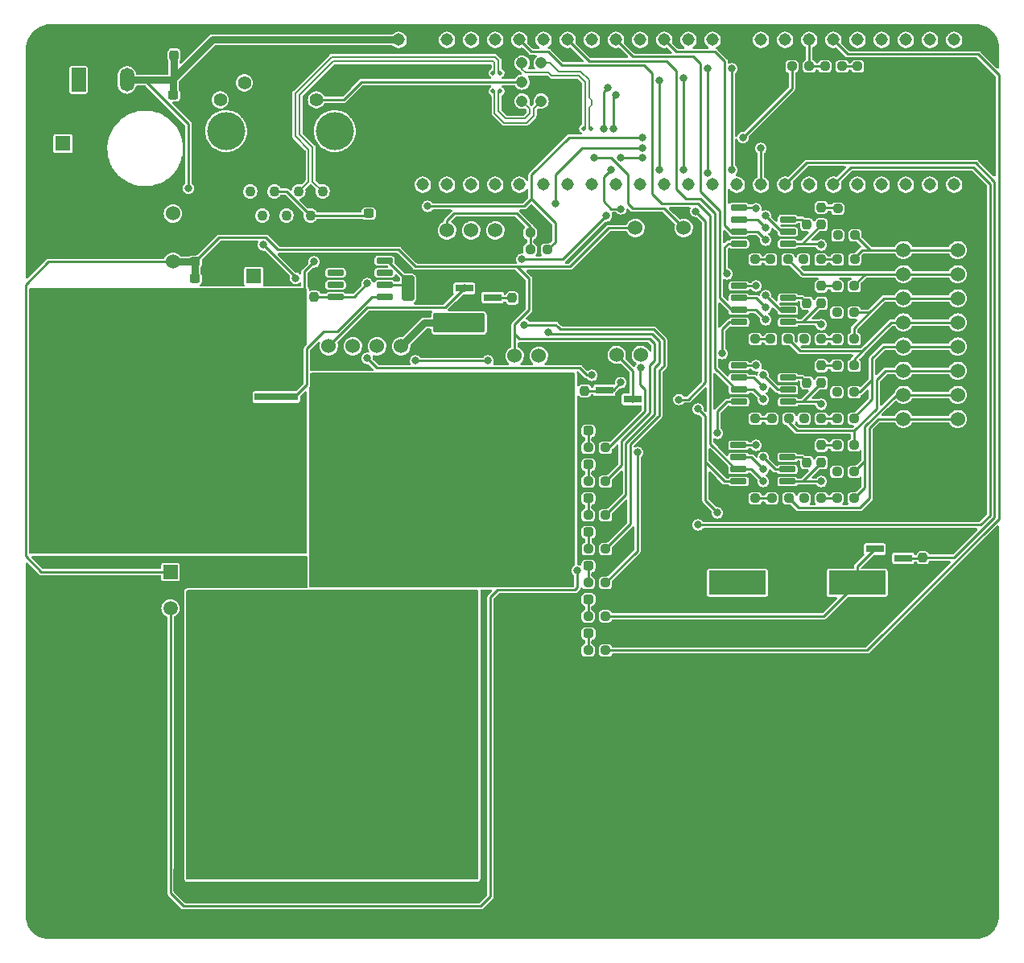
<source format=gtl>
G04 #@! TF.GenerationSoftware,KiCad,Pcbnew,(6.0.7)*
G04 #@! TF.CreationDate,2023-03-20T21:04:31-05:00*
G04 #@! TF.ProjectId,2023Rev2,32303233-5265-4763-922e-6b696361645f,rev?*
G04 #@! TF.SameCoordinates,Original*
G04 #@! TF.FileFunction,Copper,L1,Top*
G04 #@! TF.FilePolarity,Positive*
%FSLAX46Y46*%
G04 Gerber Fmt 4.6, Leading zero omitted, Abs format (unit mm)*
G04 Created by KiCad (PCBNEW (6.0.7)) date 2023-03-20 21:04:31*
%MOMM*%
%LPD*%
G01*
G04 APERTURE LIST*
G04 Aperture macros list*
%AMRoundRect*
0 Rectangle with rounded corners*
0 $1 Rounding radius*
0 $2 $3 $4 $5 $6 $7 $8 $9 X,Y pos of 4 corners*
0 Add a 4 corners polygon primitive as box body*
4,1,4,$2,$3,$4,$5,$6,$7,$8,$9,$2,$3,0*
0 Add four circle primitives for the rounded corners*
1,1,$1+$1,$2,$3*
1,1,$1+$1,$4,$5*
1,1,$1+$1,$6,$7*
1,1,$1+$1,$8,$9*
0 Add four rect primitives between the rounded corners*
20,1,$1+$1,$2,$3,$4,$5,0*
20,1,$1+$1,$4,$5,$6,$7,0*
20,1,$1+$1,$6,$7,$8,$9,0*
20,1,$1+$1,$8,$9,$2,$3,0*%
%AMHorizOval*
0 Thick line with rounded ends*
0 $1 width*
0 $2 $3 position (X,Y) of the first rounded end (center of the circle)*
0 $4 $5 position (X,Y) of the second rounded end (center of the circle)*
0 Add line between two ends*
20,1,$1,$2,$3,$4,$5,0*
0 Add two circle primitives to create the rounded ends*
1,1,$1,$2,$3*
1,1,$1,$4,$5*%
G04 Aperture macros list end*
G04 #@! TA.AperFunction,ComponentPad*
%ADD10C,1.100000*%
G04 #@! TD*
G04 #@! TA.AperFunction,ComponentPad*
%ADD11C,1.400000*%
G04 #@! TD*
G04 #@! TA.AperFunction,ComponentPad*
%ADD12C,4.000000*%
G04 #@! TD*
G04 #@! TA.AperFunction,ComponentPad*
%ADD13C,2.000000*%
G04 #@! TD*
G04 #@! TA.AperFunction,SMDPad,CuDef*
%ADD14RoundRect,0.237500X0.250000X0.237500X-0.250000X0.237500X-0.250000X-0.237500X0.250000X-0.237500X0*%
G04 #@! TD*
G04 #@! TA.AperFunction,SMDPad,CuDef*
%ADD15RoundRect,0.237500X-0.300000X-0.237500X0.300000X-0.237500X0.300000X0.237500X-0.300000X0.237500X0*%
G04 #@! TD*
G04 #@! TA.AperFunction,ComponentPad*
%ADD16R,1.600000X1.600000*%
G04 #@! TD*
G04 #@! TA.AperFunction,ComponentPad*
%ADD17C,1.600000*%
G04 #@! TD*
G04 #@! TA.AperFunction,SMDPad,CuDef*
%ADD18RoundRect,0.237500X-0.237500X0.250000X-0.237500X-0.250000X0.237500X-0.250000X0.237500X0.250000X0*%
G04 #@! TD*
G04 #@! TA.AperFunction,SMDPad,CuDef*
%ADD19RoundRect,0.237500X0.237500X-0.250000X0.237500X0.250000X-0.237500X0.250000X-0.237500X-0.250000X0*%
G04 #@! TD*
G04 #@! TA.AperFunction,SMDPad,CuDef*
%ADD20RoundRect,0.237500X0.237500X-0.300000X0.237500X0.300000X-0.237500X0.300000X-0.237500X-0.300000X0*%
G04 #@! TD*
G04 #@! TA.AperFunction,ComponentPad*
%ADD21C,1.524000*%
G04 #@! TD*
G04 #@! TA.AperFunction,SMDPad,CuDef*
%ADD22RoundRect,0.250001X2.474999X-0.799999X2.474999X0.799999X-2.474999X0.799999X-2.474999X-0.799999X0*%
G04 #@! TD*
G04 #@! TA.AperFunction,SMDPad,CuDef*
%ADD23RoundRect,0.250000X-0.412500X-1.100000X0.412500X-1.100000X0.412500X1.100000X-0.412500X1.100000X0*%
G04 #@! TD*
G04 #@! TA.AperFunction,ComponentPad*
%ADD24R,1.500000X2.500000*%
G04 #@! TD*
G04 #@! TA.AperFunction,ComponentPad*
%ADD25O,1.500000X2.500000*%
G04 #@! TD*
G04 #@! TA.AperFunction,ComponentPad*
%ADD26C,18.288000*%
G04 #@! TD*
G04 #@! TA.AperFunction,SMDPad,CuDef*
%ADD27R,1.900000X0.800000*%
G04 #@! TD*
G04 #@! TA.AperFunction,ComponentPad*
%ADD28C,1.308000*%
G04 #@! TD*
G04 #@! TA.AperFunction,ComponentPad*
%ADD29C,1.208000*%
G04 #@! TD*
G04 #@! TA.AperFunction,SMDPad,CuDef*
%ADD30RoundRect,0.237500X-0.250000X-0.237500X0.250000X-0.237500X0.250000X0.237500X-0.250000X0.237500X0*%
G04 #@! TD*
G04 #@! TA.AperFunction,SMDPad,CuDef*
%ADD31RoundRect,0.150000X0.725000X0.150000X-0.725000X0.150000X-0.725000X-0.150000X0.725000X-0.150000X0*%
G04 #@! TD*
G04 #@! TA.AperFunction,SMDPad,CuDef*
%ADD32R,4.600000X0.800000*%
G04 #@! TD*
G04 #@! TA.AperFunction,SMDPad,CuDef*
%ADD33R,4.550000X5.250000*%
G04 #@! TD*
G04 #@! TA.AperFunction,SMDPad,CuDef*
%ADD34R,9.400000X10.800000*%
G04 #@! TD*
G04 #@! TA.AperFunction,SMDPad,CuDef*
%ADD35RoundRect,0.237500X0.287500X0.237500X-0.287500X0.237500X-0.287500X-0.237500X0.287500X-0.237500X0*%
G04 #@! TD*
G04 #@! TA.AperFunction,SMDPad,CuDef*
%ADD36R,6.000000X2.500000*%
G04 #@! TD*
G04 #@! TA.AperFunction,SMDPad,CuDef*
%ADD37RoundRect,0.150000X-0.725000X-0.150000X0.725000X-0.150000X0.725000X0.150000X-0.725000X0.150000X0*%
G04 #@! TD*
G04 #@! TA.AperFunction,ComponentPad*
%ADD38O,5.100000X3.000000*%
G04 #@! TD*
G04 #@! TA.AperFunction,ComponentPad*
%ADD39R,1.500000X1.500000*%
G04 #@! TD*
G04 #@! TA.AperFunction,ComponentPad*
%ADD40C,1.500000*%
G04 #@! TD*
G04 #@! TA.AperFunction,ComponentPad*
%ADD41C,0.800000*%
G04 #@! TD*
G04 #@! TA.AperFunction,ComponentPad*
%ADD42HorizOval,0.800000X0.000000X0.000000X0.000000X0.000000X0*%
G04 #@! TD*
G04 #@! TA.AperFunction,ComponentPad*
%ADD43O,6.000000X9.000000*%
G04 #@! TD*
G04 #@! TA.AperFunction,ComponentPad*
%ADD44HorizOval,0.800000X0.000000X0.000000X0.000000X0.000000X0*%
G04 #@! TD*
G04 #@! TA.AperFunction,ViaPad*
%ADD45C,0.800000*%
G04 #@! TD*
G04 #@! TA.AperFunction,ViaPad*
%ADD46C,0.508000*%
G04 #@! TD*
G04 #@! TA.AperFunction,Conductor*
%ADD47C,0.200000*%
G04 #@! TD*
G04 #@! TA.AperFunction,Conductor*
%ADD48C,0.254000*%
G04 #@! TD*
G04 #@! TA.AperFunction,Conductor*
%ADD49C,0.250000*%
G04 #@! TD*
G04 #@! TA.AperFunction,Conductor*
%ADD50C,0.762000*%
G04 #@! TD*
G04 APERTURE END LIST*
D10*
X103251000Y-43128500D03*
X101981000Y-45668500D03*
X100711000Y-43128500D03*
X99441000Y-45668500D03*
X98171000Y-43128500D03*
X96901000Y-45668500D03*
X95631000Y-43128500D03*
X94361000Y-45668500D03*
D11*
X105131000Y-31698500D03*
X102591000Y-33488500D03*
X95021000Y-31698500D03*
X92481000Y-33488500D03*
D12*
X104521000Y-36778500D03*
X93091000Y-36778500D03*
D13*
X90931000Y-39828500D03*
X106681000Y-39828500D03*
D14*
X159154500Y-72644000D03*
X157329500Y-72644000D03*
D15*
X89815500Y-52324000D03*
X91540500Y-52324000D03*
D14*
X155702000Y-75438000D03*
X153877000Y-75438000D03*
D16*
X96012000Y-52070000D03*
D17*
X98012000Y-52070000D03*
D14*
X133002000Y-80772000D03*
X131177000Y-80772000D03*
X152296500Y-75438000D03*
X150471500Y-75438000D03*
D18*
X155702000Y-61468000D03*
X155702000Y-63293000D03*
D14*
X126896500Y-49276000D03*
X125071500Y-49276000D03*
D19*
X154178000Y-46632500D03*
X154178000Y-44807500D03*
D14*
X155645500Y-50292000D03*
X153820500Y-50292000D03*
D18*
X155702000Y-69850000D03*
X155702000Y-71675000D03*
D20*
X87630000Y-28802500D03*
X87630000Y-27077500D03*
D21*
X134175500Y-60325000D03*
X136715500Y-60325000D03*
D18*
X155702000Y-44807500D03*
X155702000Y-46632500D03*
D21*
X121412000Y-47244000D03*
X118872000Y-47244000D03*
X116332000Y-47244000D03*
X113792000Y-47244000D03*
X113792000Y-47244000D03*
D14*
X155702000Y-67056000D03*
X153877000Y-67056000D03*
D22*
X117602000Y-63927000D03*
X117602000Y-56977000D03*
D14*
X159154500Y-67056000D03*
X157329500Y-67056000D03*
D23*
X112229500Y-53340000D03*
X115354500Y-53340000D03*
D14*
X159154500Y-69850000D03*
X157329500Y-69850000D03*
D18*
X123190000Y-52531000D03*
X123190000Y-54356000D03*
D24*
X77577500Y-31400500D03*
D25*
X80117500Y-31400500D03*
X82657500Y-31400500D03*
D14*
X152193000Y-50292000D03*
X150368000Y-50292000D03*
D21*
X164338000Y-67081400D03*
X164338000Y-64541400D03*
X164338000Y-62001400D03*
X164338000Y-59461400D03*
X164338000Y-56921400D03*
X164338000Y-54381400D03*
X164338000Y-51841400D03*
X164338000Y-49301400D03*
X164338000Y-46761400D03*
D14*
X159258000Y-47752000D03*
X157433000Y-47752000D03*
D26*
X98806000Y-106172000D03*
D14*
X159154500Y-58674000D03*
X157329500Y-58674000D03*
X159154500Y-61468000D03*
X157329500Y-61468000D03*
D27*
X164314000Y-81722000D03*
X164314000Y-79822000D03*
X161314000Y-80772000D03*
D21*
X103886000Y-59436000D03*
X106426000Y-59436000D03*
X108966000Y-59436000D03*
X111506000Y-59436000D03*
X111506000Y-59436000D03*
D28*
X113792000Y-42418000D03*
X116332000Y-42418000D03*
X118872000Y-42418000D03*
X121412000Y-42418000D03*
X146812000Y-42418000D03*
X116332000Y-27178000D03*
X123952000Y-42418000D03*
X126492000Y-42418000D03*
X129032000Y-42418000D03*
X131572000Y-42418000D03*
X134112000Y-42418000D03*
X136652000Y-42418000D03*
X139192000Y-42418000D03*
X141732000Y-42418000D03*
X144272000Y-42418000D03*
X144272000Y-27178000D03*
X141732000Y-27178000D03*
X139192000Y-27178000D03*
X136652000Y-27178000D03*
X134112000Y-27178000D03*
X131572000Y-27178000D03*
X129032000Y-27178000D03*
X126492000Y-27178000D03*
X123952000Y-27178000D03*
X121412000Y-27178000D03*
X118872000Y-27178000D03*
X149352000Y-42418000D03*
X151892000Y-42418000D03*
X154432000Y-42418000D03*
X156972000Y-42418000D03*
X159512000Y-42418000D03*
X162052000Y-42418000D03*
X164592000Y-42418000D03*
X167132000Y-42418000D03*
X169672000Y-42418000D03*
X169672000Y-27178000D03*
X167132000Y-27178000D03*
X164592000Y-27178000D03*
X162052000Y-27178000D03*
X159512000Y-27178000D03*
X156972000Y-27178000D03*
X154432000Y-27178000D03*
X151892000Y-27178000D03*
X149352000Y-27178000D03*
X111252000Y-42418000D03*
X146812000Y-27178000D03*
X113792000Y-27178000D03*
D29*
X126222000Y-31628000D03*
X124222000Y-31628000D03*
X124222000Y-29628000D03*
X126222000Y-29628000D03*
X126222000Y-33628000D03*
X124222000Y-33628000D03*
D28*
X111252000Y-27178000D03*
D19*
X154178000Y-54911000D03*
X154178000Y-53086000D03*
D21*
X141224000Y-46990000D03*
X138684000Y-46990000D03*
X136144000Y-46990000D03*
D30*
X159512000Y-29972000D03*
X161337000Y-29972000D03*
D14*
X154432000Y-29972000D03*
X152607000Y-29972000D03*
D31*
X152181000Y-48641000D03*
X152181000Y-47371000D03*
X152181000Y-46101000D03*
X152181000Y-44831000D03*
X147031000Y-44831000D03*
X147031000Y-46101000D03*
X147031000Y-47371000D03*
X147031000Y-48641000D03*
D14*
X155702000Y-58674000D03*
X153877000Y-58674000D03*
X152296500Y-67056000D03*
X150471500Y-67056000D03*
X152193000Y-58674000D03*
X150368000Y-58674000D03*
D19*
X130810000Y-65936500D03*
X130810000Y-64111500D03*
D26*
X147701000Y-106172000D03*
D14*
X159258000Y-44958000D03*
X157433000Y-44958000D03*
D32*
X98365000Y-64770000D03*
D33*
X105090000Y-71355000D03*
D34*
X107515000Y-68580000D03*
D33*
X109940000Y-65805000D03*
X109940000Y-71355000D03*
X105090000Y-65805000D03*
D32*
X98365000Y-69850000D03*
X98365000Y-66040000D03*
X98365000Y-67310000D03*
X98365000Y-72390000D03*
X98365000Y-71120000D03*
D21*
X123444000Y-60452000D03*
X125984000Y-60452000D03*
X128524000Y-60452000D03*
D18*
X166370000Y-79859500D03*
X166370000Y-81684500D03*
D21*
X87503000Y-45466000D03*
X87503000Y-48006000D03*
X87503000Y-50546000D03*
D27*
X121134000Y-54290000D03*
X121134000Y-52390000D03*
X118134000Y-53340000D03*
D14*
X148740500Y-67056000D03*
X146915500Y-67056000D03*
D19*
X102362000Y-54252500D03*
X102362000Y-52427500D03*
D26*
X82550000Y-67310000D03*
D19*
X154178000Y-71675000D03*
X154178000Y-69850000D03*
D16*
X75946000Y-38100000D03*
D17*
X73946000Y-38100000D03*
D35*
X132955000Y-89662000D03*
X131205000Y-89662000D03*
D30*
X131167500Y-87846500D03*
X132992500Y-87846500D03*
D36*
X146862000Y-84328000D03*
X159462000Y-84328000D03*
D14*
X159201500Y-50292000D03*
X157376500Y-50292000D03*
X159154500Y-64262000D03*
X157329500Y-64262000D03*
D19*
X154178000Y-63293000D03*
X154178000Y-61468000D03*
D37*
X104613000Y-50419000D03*
X104613000Y-51689000D03*
X104613000Y-52959000D03*
X104613000Y-54229000D03*
X109763000Y-54229000D03*
X109763000Y-52959000D03*
X109763000Y-51689000D03*
X109763000Y-50419000D03*
D30*
X156059500Y-29972000D03*
X157884500Y-29972000D03*
D38*
X124346000Y-87122000D03*
X116446000Y-87122000D03*
D35*
X132955000Y-68326000D03*
X131205000Y-68326000D03*
D39*
X87235000Y-83190000D03*
D40*
X87235000Y-85100000D03*
X87235000Y-87010000D03*
D41*
X110685000Y-88100000D03*
X106975000Y-93300000D03*
X110295000Y-93300000D03*
X106585000Y-90770000D03*
D42*
X109265000Y-86150000D03*
D41*
X110685000Y-89430000D03*
D43*
X108635000Y-90100000D03*
D41*
X110685000Y-92100000D03*
X108005000Y-94050000D03*
X110295000Y-86900000D03*
X106585000Y-88100000D03*
X109265000Y-94050000D03*
X106585000Y-92100000D03*
D44*
X108005000Y-86150000D03*
D41*
X106585000Y-89430000D03*
X110685000Y-90770000D03*
X106975000Y-86900000D03*
X110685000Y-78100000D03*
X106585000Y-80770000D03*
X108005000Y-76150000D03*
X106585000Y-79430000D03*
X106585000Y-78100000D03*
X110685000Y-82100000D03*
X106975000Y-76900000D03*
X110295000Y-83300000D03*
D42*
X108005000Y-84050000D03*
D41*
X106975000Y-83300000D03*
D44*
X109265000Y-84050000D03*
D41*
X109265000Y-76150000D03*
X106585000Y-82100000D03*
X110685000Y-80770000D03*
D43*
X108635000Y-80100000D03*
D41*
X110685000Y-79430000D03*
X110295000Y-76900000D03*
D30*
X131167500Y-91440000D03*
X132992500Y-91440000D03*
X131167500Y-77216000D03*
X132992500Y-77216000D03*
X131167500Y-84328000D03*
X132992500Y-84328000D03*
D14*
X148740500Y-50292000D03*
X146915500Y-50292000D03*
D35*
X132955000Y-86068500D03*
X131205000Y-86068500D03*
D14*
X159154500Y-55880000D03*
X157329500Y-55880000D03*
X159154500Y-75438000D03*
X157329500Y-75438000D03*
D31*
X152181000Y-65278000D03*
X152181000Y-64008000D03*
X152181000Y-62738000D03*
X152181000Y-61468000D03*
X147031000Y-61468000D03*
X147031000Y-62738000D03*
X147031000Y-64008000D03*
X147031000Y-65278000D03*
X152181000Y-56896000D03*
X152181000Y-55626000D03*
X152181000Y-54356000D03*
X152181000Y-53086000D03*
X147031000Y-53086000D03*
X147031000Y-54356000D03*
X147031000Y-55626000D03*
X147031000Y-56896000D03*
D35*
X132955000Y-71882000D03*
X131205000Y-71882000D03*
D21*
X170053000Y-46761400D03*
X170053000Y-49301400D03*
X170053000Y-51841400D03*
X170053000Y-54381400D03*
X170053000Y-56921400D03*
X170053000Y-59461400D03*
X170053000Y-62001400D03*
X170053000Y-64541400D03*
X170053000Y-67081400D03*
D27*
X132866000Y-64074000D03*
X132866000Y-65974000D03*
X135866000Y-65024000D03*
D15*
X89815500Y-50546000D03*
X91540500Y-50546000D03*
D35*
X132955000Y-75438000D03*
X131205000Y-75438000D03*
D14*
X148740500Y-75438000D03*
X146915500Y-75438000D03*
X159154500Y-53086000D03*
X157329500Y-53086000D03*
X148740500Y-58674000D03*
X146915500Y-58674000D03*
D35*
X132955000Y-82550000D03*
X131205000Y-82550000D03*
D18*
X155702000Y-53086000D03*
X155702000Y-54911000D03*
D35*
X132955000Y-78994000D03*
X131205000Y-78994000D03*
D15*
X87529500Y-33020000D03*
X89254500Y-33020000D03*
X108103500Y-45466000D03*
X109828500Y-45466000D03*
D30*
X131167500Y-70104000D03*
X132992500Y-70104000D03*
X131167500Y-73660000D03*
X132992500Y-73660000D03*
D31*
X152146000Y-73660000D03*
X152146000Y-72390000D03*
X152146000Y-71120000D03*
X152146000Y-69850000D03*
X146996000Y-69850000D03*
X146996000Y-71120000D03*
X146996000Y-72390000D03*
X146996000Y-73660000D03*
D30*
X125071500Y-47498000D03*
X126896500Y-47498000D03*
D45*
X166878000Y-76708000D03*
X89408000Y-46736000D03*
X90424000Y-47752000D03*
X85598000Y-44704000D03*
X83820000Y-44704000D03*
X79248000Y-35814000D03*
X79248000Y-34036000D03*
X75946000Y-35814000D03*
X75946000Y-34036000D03*
X103378000Y-41148000D03*
X103378000Y-39624000D03*
X100584000Y-41148000D03*
X100584000Y-39624000D03*
D46*
X121920000Y-32589500D03*
X121158000Y-32589500D03*
X121920000Y-30666500D03*
X121158000Y-30666500D03*
X131445000Y-36505500D03*
X130683000Y-36505500D03*
D45*
X134112000Y-32984500D03*
X133858000Y-36576000D03*
X133220808Y-32255826D03*
X132842000Y-36576000D03*
X147447000Y-37465000D03*
X136906000Y-37465000D03*
X137922000Y-76200000D03*
X139954000Y-76200000D03*
X133096000Y-67183000D03*
X134620000Y-67183000D03*
X100398681Y-52255319D03*
X89141380Y-42796743D03*
X136715500Y-61658500D03*
X120650000Y-60960000D03*
X97028000Y-48768000D03*
X146862000Y-84328000D03*
X113030000Y-60960000D03*
X172720000Y-106680000D03*
X157480000Y-101600000D03*
X157480000Y-111760000D03*
X172720000Y-116840000D03*
X141986000Y-76200000D03*
X101981000Y-35179000D03*
X137160000Y-50800000D03*
X149860000Y-53086000D03*
X111760000Y-116840000D03*
X76200000Y-111760000D03*
X152400000Y-116840000D03*
X121920000Y-106680000D03*
X162560000Y-96520000D03*
X162560000Y-116840000D03*
X162560000Y-35560000D03*
X137160000Y-101600000D03*
X162560000Y-106680000D03*
X146812000Y-58674000D03*
X121920000Y-116840000D03*
X132080000Y-106680000D03*
X154178000Y-69850000D03*
X127000000Y-101600000D03*
X167640000Y-91440000D03*
X162560000Y-86360000D03*
X86360000Y-91440000D03*
X167640000Y-30480000D03*
X76200000Y-91440000D03*
X115316000Y-52578000D03*
X171450000Y-76708000D03*
X154178000Y-44704000D03*
X132080000Y-55880000D03*
X137160000Y-111760000D03*
X106680000Y-30480000D03*
X167640000Y-101600000D03*
X127000000Y-111760000D03*
X101600000Y-116840000D03*
X142240000Y-116840000D03*
X116840000Y-30480000D03*
X172720000Y-35560000D03*
X172720000Y-86360000D03*
X142240000Y-86360000D03*
X154178000Y-61468000D03*
X132080000Y-116840000D03*
X92964000Y-50800000D03*
X150114000Y-61468000D03*
X76200000Y-101600000D03*
X149860000Y-69850000D03*
X152400000Y-35560000D03*
X149860000Y-44704000D03*
X142240000Y-55880000D03*
X132080000Y-96520000D03*
X142240000Y-96520000D03*
X127000000Y-91440000D03*
X81280000Y-86360000D03*
X81280000Y-106680000D03*
X172720000Y-96520000D03*
X162560000Y-76708000D03*
X86360000Y-111760000D03*
X154178000Y-53086000D03*
X167640000Y-111760000D03*
X115316000Y-54102000D03*
X81280000Y-96520000D03*
X82042000Y-44704000D03*
X126746000Y-47498000D03*
X121920000Y-96520000D03*
X92964000Y-52324000D03*
X146812000Y-75438000D03*
X91440000Y-116840000D03*
X146812000Y-50292000D03*
X81280000Y-116840000D03*
X146812000Y-67056000D03*
X152400000Y-96520000D03*
X86360000Y-101600000D03*
X101600000Y-91440000D03*
X106680000Y-111760000D03*
X114300000Y-114300000D03*
X114300000Y-93980000D03*
X101600000Y-96520000D03*
X116840000Y-96520000D03*
X116840000Y-106680000D03*
X111760000Y-101600000D03*
X91440000Y-96520000D03*
X116840000Y-91440000D03*
X99060000Y-88900000D03*
X104140000Y-93980000D03*
X93980000Y-88900000D03*
X109220000Y-109220000D03*
X111760000Y-106680000D03*
X114300000Y-104140000D03*
X116840000Y-111760000D03*
X99060000Y-93980000D03*
X91440000Y-91440000D03*
X109220000Y-104140000D03*
X91440000Y-86360000D03*
X114300000Y-109220000D03*
X101600000Y-86360000D03*
X109220000Y-99060000D03*
X106680000Y-96520000D03*
X114300000Y-99060000D03*
X96520000Y-91440000D03*
X111760000Y-96520000D03*
X93980000Y-93980000D03*
X104140000Y-88900000D03*
X96520000Y-96520000D03*
X111760000Y-111760000D03*
X96520000Y-86360000D03*
X116840000Y-101600000D03*
X109220000Y-114300000D03*
X76200000Y-76200000D03*
X93980000Y-58420000D03*
X102362000Y-50546000D03*
X73660000Y-63500000D03*
X86360000Y-55880000D03*
X73660000Y-73660000D03*
X73660000Y-78740000D03*
X73660000Y-58420000D03*
X96520000Y-55880000D03*
X99060000Y-68580000D03*
X91440000Y-60960000D03*
X93980000Y-68580000D03*
X126896500Y-49276000D03*
X76200000Y-55880000D03*
X99060000Y-78740000D03*
X91440000Y-76200000D03*
X91440000Y-55880000D03*
X81280000Y-55880000D03*
X78740000Y-58420000D03*
X88900000Y-78740000D03*
X96520000Y-66040000D03*
X99060000Y-73660000D03*
X93980000Y-78740000D03*
X83820000Y-78740000D03*
X88900000Y-58420000D03*
X93980000Y-63500000D03*
X96520000Y-60960000D03*
X78740000Y-78740000D03*
X96520000Y-76200000D03*
X114300000Y-44704000D03*
X99060000Y-58420000D03*
X86360000Y-76200000D03*
X99060000Y-63500000D03*
X96520000Y-71120000D03*
X91440000Y-71120000D03*
X127000000Y-57947500D03*
X93980000Y-73660000D03*
X131826000Y-39624000D03*
X136906000Y-38608000D03*
X149352000Y-38608000D03*
X127762000Y-44450000D03*
X107950000Y-52832000D03*
X133604000Y-40894000D03*
X140710286Y-65029714D03*
X134628571Y-39621143D03*
X136906000Y-39624000D03*
X142488286Y-45217714D03*
X134625714Y-44963714D03*
X134620000Y-63246000D03*
X124206000Y-50292000D03*
X123190000Y-54356000D03*
X133096000Y-45720000D03*
X148844000Y-69850000D03*
X148740500Y-75438000D03*
X155702000Y-75438000D03*
X149606000Y-72390000D03*
X153877000Y-75438000D03*
X149606000Y-73660000D03*
X157329500Y-72644000D03*
X154178000Y-71675000D03*
X155702000Y-69850000D03*
X149606000Y-71120000D03*
X138684000Y-40894000D03*
X155702000Y-73660000D03*
X138684000Y-31496000D03*
X148740500Y-67056000D03*
X148844000Y-61468000D03*
X149606000Y-63754000D03*
X155702000Y-67056000D03*
X153924000Y-67056000D03*
X149606000Y-65024000D03*
X157329500Y-64262000D03*
X154178000Y-63293000D03*
X149606000Y-62484000D03*
X155702000Y-61468000D03*
X155702000Y-65532000D03*
X141224000Y-40894000D03*
X141224000Y-31242000D03*
X148844000Y-53086000D03*
X148740500Y-58674000D03*
X149860000Y-55372000D03*
X155702000Y-58674000D03*
X149860000Y-56642000D03*
X153877000Y-58674000D03*
X157329500Y-55880000D03*
X154178000Y-54911000D03*
X155702000Y-53086000D03*
X149860000Y-54102000D03*
X155702000Y-57150000D03*
X143764000Y-41216328D03*
X143764000Y-30226000D03*
X148844000Y-44958000D03*
X148740500Y-50292000D03*
X149860000Y-46990000D03*
X155645500Y-50292000D03*
X153820500Y-50292000D03*
X149860000Y-48260000D03*
X157433000Y-47752000D03*
X154178000Y-46632500D03*
X149860000Y-45720000D03*
X155702000Y-44807500D03*
X146304000Y-40894000D03*
X146304000Y-30226000D03*
X155702000Y-48768000D03*
X142748000Y-78232000D03*
X130048000Y-83058000D03*
X114300000Y-83820000D03*
X116840000Y-66040000D03*
X121920000Y-71120000D03*
X114300000Y-78740000D03*
X111760000Y-71120000D03*
X114300000Y-68580000D03*
X111760000Y-66040000D03*
X119380000Y-63500000D03*
X119380000Y-83820000D03*
X116840000Y-81280000D03*
X119380000Y-73660000D03*
X109220000Y-73660000D03*
X119380000Y-78740000D03*
X112229500Y-53340000D03*
X109220000Y-68580000D03*
X121920000Y-76200000D03*
X116840000Y-71120000D03*
X117602000Y-63927000D03*
X124460000Y-68580000D03*
X114300000Y-73660000D03*
X124460000Y-83820000D03*
X116840000Y-76200000D03*
X109220000Y-63500000D03*
X124460000Y-63500000D03*
X104140000Y-63500000D03*
X104140000Y-83820000D03*
X127000000Y-66040000D03*
X124460000Y-78740000D03*
X121920000Y-66040000D03*
X127000000Y-76200000D03*
X104140000Y-68580000D03*
X106680000Y-71120000D03*
X106680000Y-66040000D03*
X104140000Y-78740000D03*
X124460000Y-73660000D03*
X119380000Y-68580000D03*
X127000000Y-71120000D03*
X127000000Y-81280000D03*
X121920000Y-81280000D03*
X104140000Y-73660000D03*
X114300000Y-63500000D03*
X131572000Y-62484000D03*
X145796000Y-51816000D03*
X144780000Y-76962000D03*
X107950000Y-60706000D03*
X144780000Y-68580000D03*
X145288000Y-60198000D03*
X142748000Y-66040000D03*
X136362500Y-70612000D03*
X135866000Y-65024000D03*
X118134000Y-53340000D03*
X124465714Y-57155714D03*
D47*
X124995000Y-34957972D02*
X124995000Y-34401000D01*
X125449000Y-34401000D02*
X126222000Y-33628000D01*
X125449000Y-35146028D02*
X125449000Y-34401000D01*
X124492972Y-35460000D02*
X124995000Y-34957972D01*
X124681028Y-35914000D02*
X125449000Y-35146028D01*
X124995000Y-34401000D02*
X124222000Y-33628000D01*
X122333972Y-35914000D02*
X124681028Y-35914000D01*
X122522028Y-35460000D02*
X124492972Y-35460000D01*
X121312000Y-34892028D02*
X122333972Y-35914000D01*
X121766000Y-34703972D02*
X122522028Y-35460000D01*
X121920000Y-32589500D02*
X121766000Y-32743500D01*
X121766000Y-32743500D02*
X121766000Y-34703972D01*
X121312000Y-32743500D02*
X121312000Y-34892028D01*
X121158000Y-32589500D02*
X121312000Y-32743500D01*
X121766000Y-30512500D02*
X121920000Y-30666500D01*
X121766000Y-29369972D02*
X121766000Y-30512500D01*
X121379028Y-28983000D02*
X121766000Y-29369972D01*
X121312000Y-30512500D02*
X121158000Y-30666500D01*
X121312000Y-29558028D02*
X121312000Y-30512500D01*
X121190972Y-29437000D02*
X121312000Y-29558028D01*
X104172972Y-28983000D02*
X121379028Y-28983000D01*
X104361028Y-29437000D02*
X121190972Y-29437000D01*
X100357000Y-32798972D02*
X104172972Y-28983000D01*
X100811000Y-32987028D02*
X104361028Y-29437000D01*
X100357000Y-37305028D02*
X100357000Y-32798972D01*
X100811000Y-37116972D02*
X100811000Y-32987028D01*
X102208000Y-38513972D02*
X100811000Y-37116972D01*
X101754000Y-38702028D02*
X100357000Y-37305028D01*
X101754000Y-42085500D02*
X101754000Y-38702028D01*
X100711000Y-43128500D02*
X101754000Y-42085500D01*
X102208000Y-42085500D02*
X102208000Y-38513972D01*
X103251000Y-43128500D02*
X102208000Y-42085500D01*
D48*
X107310000Y-31628000D02*
X105449500Y-33488500D01*
X124222000Y-31628000D02*
X107310000Y-31628000D01*
X105449500Y-33488500D02*
X102591000Y-33488500D01*
D47*
X131291000Y-36351500D02*
X131445000Y-36505500D01*
X131291000Y-34771000D02*
X131291000Y-36351500D01*
X131545000Y-33501000D02*
X131545000Y-34009000D01*
X131291000Y-31401972D02*
X131291000Y-33247000D01*
X130396028Y-30507000D02*
X131291000Y-31401972D01*
X128043000Y-30507000D02*
X130396028Y-30507000D01*
X131291000Y-34263000D02*
X131291000Y-34771000D01*
X131291000Y-34263000D02*
G75*
G02*
X131418000Y-34136000I127000J0D01*
G01*
X127164000Y-29628000D02*
X128043000Y-30507000D01*
X131545000Y-33501000D02*
G75*
G03*
X131418000Y-33374000I-127000J0D01*
G01*
X131418000Y-34136000D02*
G75*
G03*
X131545000Y-34009000I0J127000D01*
G01*
X131418000Y-33374000D02*
G75*
G02*
X131291000Y-33247000I0J127000D01*
G01*
X126222000Y-29628000D02*
X127164000Y-29628000D01*
X130837000Y-36351500D02*
X130683000Y-36505500D01*
X130837000Y-31590028D02*
X130837000Y-36351500D01*
X127354000Y-30961000D02*
X130207972Y-30961000D01*
X124587000Y-30607000D02*
X127000000Y-30607000D01*
X124222000Y-30242000D02*
X124587000Y-30607000D01*
X124222000Y-29628000D02*
X124222000Y-30242000D01*
X127000000Y-30607000D02*
X127354000Y-30961000D01*
X130207972Y-30961000D02*
X130837000Y-31590028D01*
D49*
X133858000Y-33238500D02*
X134112000Y-32984500D01*
X133858000Y-36576000D02*
X133858000Y-33238500D01*
X132842000Y-32634634D02*
X133220808Y-32255826D01*
X132842000Y-36576000D02*
X132842000Y-32634634D01*
X147447000Y-37465000D02*
X152607000Y-32305000D01*
X129159000Y-37465000D02*
X136906000Y-37465000D01*
X152607000Y-32305000D02*
X152607000Y-29972000D01*
X125222000Y-41402000D02*
X129159000Y-37465000D01*
D48*
X106553000Y-54229000D02*
X104613000Y-54229000D01*
X107950000Y-52832000D02*
X106553000Y-54229000D01*
D49*
X87235000Y-116953000D02*
X87235000Y-114413000D01*
X88646000Y-118364000D02*
X87235000Y-116953000D01*
X120904000Y-117348000D02*
X119888000Y-118364000D01*
X120904000Y-114808000D02*
X120904000Y-117348000D01*
D48*
X136652000Y-61722000D02*
X136715500Y-61658500D01*
X84740500Y-31654500D02*
X84740500Y-31400500D01*
X89154000Y-36068000D02*
X84740500Y-31654500D01*
D50*
X87630000Y-28802500D02*
X87630000Y-31242000D01*
X111252000Y-27178000D02*
X91694000Y-27178000D01*
D48*
X100398681Y-52255319D02*
X100398681Y-52138681D01*
X89154000Y-41910000D02*
X89154000Y-36068000D01*
X89154000Y-42784123D02*
X89154000Y-41910000D01*
D50*
X87471500Y-31400500D02*
X86772500Y-31400500D01*
X86772500Y-31400500D02*
X84740500Y-31400500D01*
X87529500Y-31458500D02*
X87471500Y-31400500D01*
D48*
X133350000Y-70104000D02*
X132992500Y-70104000D01*
X136652000Y-63500000D02*
X136652000Y-61722000D01*
D50*
X91694000Y-27178000D02*
X87471500Y-31400500D01*
D48*
X113030000Y-60960000D02*
X120650000Y-60960000D01*
X97282000Y-49022000D02*
X97028000Y-48768000D01*
X137160000Y-66294000D02*
X133350000Y-70104000D01*
X137160000Y-64008000D02*
X137160000Y-66294000D01*
D50*
X84740500Y-31400500D02*
X82657500Y-31400500D01*
D48*
X89141380Y-42796743D02*
X89154000Y-42784123D01*
D50*
X87529500Y-33020000D02*
X87529500Y-31458500D01*
D48*
X136652000Y-63500000D02*
X137160000Y-64008000D01*
D50*
X87630000Y-31242000D02*
X87471500Y-31400500D01*
D48*
X100398681Y-52138681D02*
X97282000Y-49022000D01*
X155943500Y-87846500D02*
X159462000Y-84328000D01*
X132955000Y-87884000D02*
X132992500Y-87846500D01*
X159462000Y-82624000D02*
X161314000Y-80772000D01*
X132992500Y-87846500D02*
X155943500Y-87846500D01*
X159462000Y-84328000D02*
X159462000Y-82624000D01*
X123444000Y-57150000D02*
X124968000Y-55626000D01*
X92355500Y-48006000D02*
X89815500Y-50546000D01*
X74422000Y-50546000D02*
X72019000Y-52949000D01*
D50*
X87503000Y-50546000D02*
X89815500Y-50546000D01*
D48*
X123698000Y-51054000D02*
X113030000Y-51054000D01*
X124968000Y-52324000D02*
X123698000Y-51054000D01*
X97294134Y-48006000D02*
X92355500Y-48006000D01*
X72019000Y-81534000D02*
X73675000Y-83190000D01*
X137668000Y-66428052D02*
X134687027Y-69409025D01*
X111252000Y-49276000D02*
X98564134Y-49276000D01*
D50*
X89815500Y-50546000D02*
X89815500Y-52324000D01*
D48*
X72019000Y-52949000D02*
X72019000Y-81534000D01*
X133350000Y-46990000D02*
X136144000Y-46990000D01*
X113030000Y-51054000D02*
X111252000Y-49276000D01*
X138176000Y-60960000D02*
X137668000Y-61468000D01*
X123444000Y-58166000D02*
X123444000Y-57150000D01*
X87503000Y-50546000D02*
X74422000Y-50546000D01*
X137668000Y-61468000D02*
X137668000Y-66428052D01*
X123698000Y-51054000D02*
X129286000Y-51054000D01*
X124968000Y-55626000D02*
X124968000Y-52324000D01*
X138176000Y-59182000D02*
X138176000Y-60960000D01*
X137668000Y-58674000D02*
X138176000Y-59182000D01*
X73675000Y-83190000D02*
X87235000Y-83190000D01*
X134687027Y-69409025D02*
X134687027Y-71965473D01*
X134687027Y-71965473D02*
X132992500Y-73660000D01*
X123444000Y-58166000D02*
X123952000Y-58674000D01*
X98564134Y-49276000D02*
X97294134Y-48006000D01*
X129286000Y-51054000D02*
X133350000Y-46990000D01*
X123444000Y-60452000D02*
X123444000Y-58166000D01*
X123952000Y-58674000D02*
X137668000Y-58674000D01*
X99441000Y-43128500D02*
X101981000Y-45668500D01*
X107901000Y-45668500D02*
X108103500Y-45466000D01*
X98171000Y-43128500D02*
X99441000Y-43128500D01*
X101981000Y-45668500D02*
X107901000Y-45668500D01*
X131167500Y-89699500D02*
X131205000Y-89662000D01*
X131167500Y-91440000D02*
X131167500Y-89699500D01*
X131167500Y-75475500D02*
X131205000Y-75438000D01*
X131167500Y-77216000D02*
X131167500Y-75475500D01*
X131167500Y-68363500D02*
X131205000Y-68326000D01*
X131167500Y-70104000D02*
X131167500Y-68363500D01*
X131167500Y-71919500D02*
X131205000Y-71882000D01*
X131167500Y-73660000D02*
X131167500Y-71919500D01*
X125222000Y-41402000D02*
X125222000Y-43942000D01*
X124460000Y-44704000D02*
X114300000Y-44704000D01*
X127000000Y-57947500D02*
X127218500Y-58166000D01*
X125222000Y-43942000D02*
X124460000Y-44704000D01*
X138684000Y-58928000D02*
X138684000Y-61214000D01*
X138684000Y-61214000D02*
X138176000Y-61722000D01*
X127218500Y-58166000D02*
X137922000Y-58166000D01*
X138176000Y-66562104D02*
X135141027Y-69597077D01*
X127711000Y-46431000D02*
X127711000Y-48461500D01*
X137922000Y-58166000D02*
X138684000Y-58928000D01*
X135141027Y-69597077D02*
X135141027Y-75067473D01*
X127711000Y-48461500D02*
X126896500Y-49276000D01*
X125222000Y-43942000D02*
X127711000Y-46431000D01*
X102362000Y-50546000D02*
X101346000Y-51562000D01*
X138176000Y-61722000D02*
X138176000Y-66562104D01*
X135141027Y-75067473D02*
X132992500Y-77216000D01*
X101346000Y-51562000D02*
X101346000Y-53594000D01*
D50*
X117602000Y-56977000D02*
X113965000Y-56977000D01*
X113965000Y-56977000D02*
X111506000Y-59436000D01*
D48*
X135890000Y-44958000D02*
X139192000Y-44958000D01*
X133604000Y-39624000D02*
X135382000Y-41402000D01*
X131826000Y-39624000D02*
X133604000Y-39624000D01*
X135382000Y-44450000D02*
X135890000Y-44958000D01*
X135382000Y-41402000D02*
X135382000Y-44450000D01*
X139192000Y-44958000D02*
X141224000Y-46990000D01*
X130556000Y-38608000D02*
X136906000Y-38608000D01*
X127762000Y-44450000D02*
X127762000Y-41402000D01*
X149352000Y-38608000D02*
X149352000Y-42418000D01*
X127762000Y-41402000D02*
X130556000Y-38608000D01*
X160782000Y-67998428D02*
X160782000Y-75438000D01*
X153312500Y-76454000D02*
X152296500Y-75438000D01*
X164338000Y-67081400D02*
X170053000Y-67081400D01*
X161699028Y-67081400D02*
X160782000Y-67998428D01*
X159766000Y-76454000D02*
X153312500Y-76454000D01*
X160782000Y-75438000D02*
X159766000Y-76454000D01*
X164338000Y-67081400D02*
X161699028Y-67081400D01*
X163596976Y-64541400D02*
X160274000Y-67864376D01*
X160170500Y-71628000D02*
X160274000Y-71628000D01*
X164338000Y-64541400D02*
X163596976Y-64541400D01*
X170053000Y-64541400D02*
X164338000Y-64541400D01*
X160274000Y-71628000D02*
X160274000Y-74318500D01*
X160274000Y-67864376D02*
X160274000Y-71628000D01*
X160274000Y-74318500D02*
X159154500Y-75438000D01*
X159154500Y-72644000D02*
X160170500Y-71628000D01*
X159170324Y-69834176D02*
X159154500Y-69850000D01*
X161490000Y-62992000D02*
X161490000Y-66006324D01*
X162480600Y-62001400D02*
X161490000Y-62992000D01*
X161490000Y-66006324D02*
X159170324Y-68326000D01*
X153162000Y-68326000D02*
X152296500Y-67460500D01*
X159170324Y-68326000D02*
X153162000Y-68326000D01*
X164338000Y-62001400D02*
X162480600Y-62001400D01*
X164338000Y-62001400D02*
X170053000Y-62001400D01*
X152296500Y-67460500D02*
X152296500Y-67056000D01*
X159170324Y-68326000D02*
X159170324Y-69834176D01*
X159154500Y-66905500D02*
X159154500Y-67056000D01*
X170053000Y-59461400D02*
X164338000Y-59461400D01*
X161036000Y-62992000D02*
X161036000Y-65024000D01*
X164338000Y-59461400D02*
X162280600Y-59461400D01*
X161036000Y-65024000D02*
X159154500Y-66905500D01*
X159766000Y-64262000D02*
X161036000Y-62992000D01*
X159154500Y-64262000D02*
X159766000Y-64262000D01*
X161036000Y-60706000D02*
X161036000Y-62992000D01*
X162280600Y-59461400D02*
X161036000Y-60706000D01*
X159154500Y-61468000D02*
X159154500Y-60809500D01*
X160020000Y-59944000D02*
X153463000Y-59944000D01*
X164338000Y-56921400D02*
X170053000Y-56921400D01*
X153463000Y-59944000D02*
X152193000Y-58674000D01*
X159154500Y-60809500D02*
X160020000Y-59944000D01*
X163042600Y-56921400D02*
X160020000Y-59944000D01*
X164338000Y-56921400D02*
X163042600Y-56921400D01*
X160782000Y-55880000D02*
X159154500Y-55880000D01*
X162280600Y-54381400D02*
X160782000Y-55880000D01*
X170053000Y-54381400D02*
X164338000Y-54381400D01*
X164338000Y-54381400D02*
X162280600Y-54381400D01*
X159154500Y-57507500D02*
X159154500Y-58674000D01*
X160782000Y-55880000D02*
X159154500Y-57507500D01*
X159154500Y-52986300D02*
X160299400Y-51841400D01*
X152193000Y-50292000D02*
X153742400Y-51841400D01*
X160299400Y-51841400D02*
X164338000Y-51841400D01*
X153742400Y-51841400D02*
X160299400Y-51841400D01*
X164338000Y-51841400D02*
X170053000Y-51841400D01*
X159154500Y-53086000D02*
X159154500Y-52986300D01*
X170053000Y-49301400D02*
X164338000Y-49301400D01*
X159201500Y-50292000D02*
X159201500Y-50094500D01*
X164338000Y-49301400D02*
X160807400Y-49301400D01*
X159994600Y-49301400D02*
X160807400Y-49301400D01*
X159201500Y-50094500D02*
X159994600Y-49301400D01*
X160807400Y-49301400D02*
X159258000Y-47752000D01*
X102385500Y-54229000D02*
X102362000Y-54252500D01*
X104613000Y-54229000D02*
X102385500Y-54229000D01*
X116332000Y-46228000D02*
X117094000Y-45466000D01*
X125071500Y-49276000D02*
X125071500Y-47498000D01*
X123698000Y-45466000D02*
X125071500Y-46839500D01*
X125071500Y-46839500D02*
X125071500Y-47498000D01*
X116332000Y-47244000D02*
X116332000Y-46228000D01*
X117094000Y-45466000D02*
X123698000Y-45466000D01*
X136903143Y-39621143D02*
X136906000Y-39624000D01*
X141726286Y-65029714D02*
X143510000Y-63246000D01*
X140710286Y-65029714D02*
X141726286Y-65029714D01*
X133609714Y-44963714D02*
X134625714Y-44963714D01*
X132866000Y-64074000D02*
X133792000Y-64074000D01*
X132842000Y-44196000D02*
X133609714Y-44963714D01*
X133604000Y-40894000D02*
X132842000Y-41656000D01*
X132828500Y-64111500D02*
X132866000Y-64074000D01*
X133792000Y-64074000D02*
X134620000Y-63246000D01*
X130810000Y-64111500D02*
X132828500Y-64111500D01*
X143510000Y-46239428D02*
X142488286Y-45217714D01*
X134628571Y-39621143D02*
X136903143Y-39621143D01*
X143510000Y-63246000D02*
X143510000Y-46239428D01*
X132842000Y-41656000D02*
X132842000Y-44196000D01*
X173907000Y-77418948D02*
X169641448Y-81684500D01*
X173907000Y-42081000D02*
X173907000Y-77418948D01*
X166332500Y-81722000D02*
X166370000Y-81684500D01*
X169641448Y-81684500D02*
X166370000Y-81684500D01*
X164314000Y-81722000D02*
X166332500Y-81722000D01*
X154178000Y-40132000D02*
X171958000Y-40132000D01*
X151892000Y-42418000D02*
X154178000Y-40132000D01*
X171958000Y-40132000D02*
X173907000Y-42081000D01*
X121200000Y-54356000D02*
X121134000Y-54290000D01*
X123190000Y-54356000D02*
X121200000Y-54356000D01*
X124206000Y-50292000D02*
X128524000Y-50292000D01*
X128524000Y-50292000D02*
X133096000Y-45720000D01*
X146996000Y-69850000D02*
X148844000Y-69850000D01*
X150471500Y-75438000D02*
X148740500Y-75438000D01*
X157329500Y-75438000D02*
X155702000Y-75438000D01*
X146996000Y-71120000D02*
X148336000Y-71120000D01*
X148336000Y-71120000D02*
X149606000Y-72390000D01*
X146716420Y-72390000D02*
X144018000Y-69691580D01*
X127000000Y-28448000D02*
X125222000Y-28448000D01*
X125222000Y-28448000D02*
X123952000Y-27178000D01*
X144018000Y-69691580D02*
X144018000Y-45720000D01*
X142748000Y-44450000D02*
X138938000Y-44450000D01*
X146996000Y-72390000D02*
X148336000Y-72390000D01*
X137922000Y-30734000D02*
X137052000Y-29864000D01*
X146996000Y-72390000D02*
X146716420Y-72390000D01*
X128416000Y-29864000D02*
X127000000Y-28448000D01*
X148336000Y-72390000D02*
X149606000Y-73660000D01*
X144018000Y-45720000D02*
X142748000Y-44450000D01*
X137922000Y-43434000D02*
X137922000Y-30734000D01*
X137052000Y-29864000D02*
X128416000Y-29864000D01*
X138938000Y-44450000D02*
X137922000Y-43434000D01*
X153623000Y-71120000D02*
X154178000Y-71675000D01*
X152146000Y-71120000D02*
X153623000Y-71120000D01*
X152146000Y-72390000D02*
X150876000Y-72390000D01*
X150876000Y-72390000D02*
X149606000Y-71120000D01*
X157329500Y-69850000D02*
X155702000Y-69850000D01*
X152146000Y-73660000D02*
X155702000Y-73660000D01*
X152146000Y-73660000D02*
X153717000Y-73660000D01*
X153717000Y-73660000D02*
X155702000Y-71675000D01*
X138684000Y-31496000D02*
X138684000Y-40894000D01*
X147031000Y-61468000D02*
X148844000Y-61468000D01*
X150471500Y-67056000D02*
X148740500Y-67056000D01*
X157329500Y-67056000D02*
X155702000Y-67056000D01*
X148590000Y-62738000D02*
X149606000Y-63754000D01*
X147031000Y-62738000D02*
X148590000Y-62738000D01*
X144526000Y-61782580D02*
X144526000Y-45466000D01*
X131264000Y-29410000D02*
X129032000Y-27178000D01*
X147031000Y-64008000D02*
X146751420Y-64008000D01*
X140462000Y-42926000D02*
X140462000Y-30480000D01*
X139392000Y-29410000D02*
X131264000Y-29410000D01*
X141478000Y-43942000D02*
X140462000Y-42926000D01*
X146751420Y-64008000D02*
X144526000Y-61782580D01*
X147031000Y-64008000D02*
X148590000Y-64008000D01*
X144526000Y-45466000D02*
X143002000Y-43942000D01*
X148590000Y-64008000D02*
X149606000Y-65024000D01*
X143002000Y-43942000D02*
X141478000Y-43942000D01*
X140462000Y-30480000D02*
X139392000Y-29410000D01*
X152181000Y-62738000D02*
X153623000Y-62738000D01*
X153623000Y-62738000D02*
X154178000Y-63293000D01*
X159512000Y-29972000D02*
X157884500Y-29972000D01*
X157329500Y-61468000D02*
X155702000Y-61468000D01*
X151130000Y-64008000D02*
X149606000Y-62484000D01*
X152181000Y-64008000D02*
X151130000Y-64008000D01*
X153717000Y-65278000D02*
X155702000Y-63293000D01*
X141224000Y-40894000D02*
X141224000Y-31242000D01*
X155448000Y-65278000D02*
X155702000Y-65532000D01*
X152181000Y-65278000D02*
X153717000Y-65278000D01*
X152181000Y-65278000D02*
X155448000Y-65278000D01*
X150368000Y-58674000D02*
X148740500Y-58674000D01*
X147031000Y-53086000D02*
X148844000Y-53086000D01*
X157329500Y-58674000D02*
X155702000Y-58674000D01*
X147031000Y-54356000D02*
X148844000Y-54356000D01*
X148844000Y-54356000D02*
X149860000Y-55372000D01*
X143002000Y-29718000D02*
X142240000Y-28956000D01*
X148844000Y-55626000D02*
X149860000Y-56642000D01*
X146304000Y-55626000D02*
X145034000Y-54356000D01*
X135890000Y-28956000D02*
X134112000Y-27178000D01*
X147031000Y-55626000D02*
X148844000Y-55626000D01*
X142240000Y-28956000D02*
X135890000Y-28956000D01*
X143002000Y-43180000D02*
X143002000Y-29718000D01*
X145034000Y-54356000D02*
X145034000Y-45212000D01*
X145034000Y-45212000D02*
X143002000Y-43180000D01*
X147031000Y-55626000D02*
X146304000Y-55626000D01*
X132992500Y-91440000D02*
X160528000Y-91440000D01*
X158496000Y-28702000D02*
X156972000Y-27178000D01*
X174361000Y-77607000D02*
X174361000Y-30851000D01*
X172212000Y-28702000D02*
X158496000Y-28702000D01*
X174361000Y-30851000D02*
X172212000Y-28702000D01*
X160528000Y-91440000D02*
X174361000Y-77607000D01*
X152181000Y-54356000D02*
X153623000Y-54356000D01*
X153623000Y-54356000D02*
X154178000Y-54911000D01*
X151384000Y-55626000D02*
X149860000Y-54102000D01*
X152181000Y-55626000D02*
X151384000Y-55626000D01*
X157329500Y-53086000D02*
X155702000Y-53086000D01*
X143764000Y-30226000D02*
X143764000Y-41216328D01*
X152181000Y-56896000D02*
X155448000Y-56896000D01*
X153717000Y-56896000D02*
X155702000Y-54911000D01*
X152181000Y-56896000D02*
X153717000Y-56896000D01*
X155448000Y-56896000D02*
X155702000Y-57150000D01*
X148717000Y-44831000D02*
X148844000Y-44958000D01*
X147031000Y-44831000D02*
X148717000Y-44831000D01*
X148740500Y-50292000D02*
X150368000Y-50292000D01*
X147031000Y-46101000D02*
X148971000Y-46101000D01*
X148971000Y-46101000D02*
X149860000Y-46990000D01*
X157376500Y-50292000D02*
X155645500Y-50292000D01*
X145542000Y-46736000D02*
X145542000Y-29464000D01*
X147031000Y-47371000D02*
X148971000Y-47371000D01*
X144526000Y-28448000D02*
X140462000Y-28448000D01*
X148971000Y-47371000D02*
X149860000Y-48260000D01*
X140462000Y-28448000D02*
X139192000Y-27178000D01*
X146177000Y-47371000D02*
X145542000Y-46736000D01*
X145542000Y-29464000D02*
X144526000Y-28448000D01*
X147031000Y-47371000D02*
X146177000Y-47371000D01*
X153646500Y-46101000D02*
X154178000Y-46632500D01*
X152181000Y-46101000D02*
X153646500Y-46101000D01*
X151511000Y-47371000D02*
X149860000Y-45720000D01*
X152181000Y-47371000D02*
X151511000Y-47371000D01*
X155702000Y-44807500D02*
X157282500Y-44807500D01*
X157282500Y-44807500D02*
X157433000Y-44958000D01*
X153693500Y-48641000D02*
X152181000Y-48641000D01*
X152181000Y-48641000D02*
X155575000Y-48641000D01*
X155702000Y-46632500D02*
X153693500Y-48641000D01*
X155575000Y-48641000D02*
X155702000Y-48768000D01*
X146304000Y-30226000D02*
X146304000Y-40894000D01*
X173453000Y-42926000D02*
X173453000Y-77230896D01*
X159004000Y-78232000D02*
X142748000Y-78232000D01*
X119888000Y-118364000D02*
X88646000Y-118364000D01*
X130048000Y-83058000D02*
X130048000Y-84836000D01*
X121666000Y-85090000D02*
X120904000Y-85852000D01*
X171650000Y-40586000D02*
X173453000Y-42389000D01*
X156972000Y-42418000D02*
X158804000Y-40586000D01*
X158804000Y-40586000D02*
X170688000Y-40586000D01*
X130048000Y-84836000D02*
X129794000Y-85090000D01*
X172451896Y-78232000D02*
X159004000Y-78232000D01*
X170688000Y-40586000D02*
X171650000Y-40586000D01*
X173453000Y-42389000D02*
X173453000Y-42926000D01*
X120904000Y-85852000D02*
X120904000Y-114808000D01*
X173453000Y-77230896D02*
X172458948Y-78224948D01*
X129794000Y-85090000D02*
X121666000Y-85090000D01*
X172458948Y-78224948D02*
X172451896Y-78232000D01*
X87235000Y-114413000D02*
X87235000Y-87010000D01*
X112229500Y-52605920D02*
X112229500Y-53340000D01*
X111848500Y-52959000D02*
X112229500Y-53340000D01*
X109763000Y-50419000D02*
X110042580Y-50419000D01*
X109763000Y-52959000D02*
X111848500Y-52959000D01*
X110042580Y-50419000D02*
X112229500Y-52605920D01*
X101600000Y-59690000D02*
X101600000Y-63500000D01*
X109763000Y-54229000D02*
X108450948Y-54229000D01*
X101600000Y-63500000D02*
X100330000Y-64770000D01*
X103378000Y-57912000D02*
X101600000Y-59690000D01*
X108450948Y-54229000D02*
X104767948Y-57912000D01*
X104767948Y-57912000D02*
X103378000Y-57912000D01*
X100330000Y-64770000D02*
X98365000Y-64770000D01*
X131064000Y-62484000D02*
X130302000Y-61722000D01*
X146996000Y-73660000D02*
X145542000Y-73660000D01*
X145796000Y-65278000D02*
X144780000Y-66294000D01*
X145542000Y-73660000D02*
X143510000Y-71628000D01*
X147031000Y-56896000D02*
X146050000Y-56896000D01*
X131572000Y-62484000D02*
X131064000Y-62484000D01*
X145288000Y-57658000D02*
X145288000Y-60198000D01*
X145542000Y-51562000D02*
X145542000Y-49022000D01*
X144780000Y-66294000D02*
X144780000Y-68580000D01*
X145923000Y-48641000D02*
X147031000Y-48641000D01*
X145542000Y-49022000D02*
X145923000Y-48641000D01*
X145796000Y-51816000D02*
X145542000Y-51562000D01*
X142748000Y-66040000D02*
X143510000Y-66802000D01*
X143510000Y-75692000D02*
X144780000Y-76962000D01*
X107950000Y-60706000D02*
X108966000Y-61722000D01*
X143510000Y-71628000D02*
X143510000Y-75692000D01*
X146050000Y-56896000D02*
X145288000Y-57658000D01*
X143510000Y-66802000D02*
X143510000Y-71628000D01*
X130302000Y-61722000D02*
X108966000Y-61722000D01*
X147031000Y-65278000D02*
X145796000Y-65278000D01*
X156059500Y-29972000D02*
X154432000Y-29972000D01*
X154432000Y-27178000D02*
X154432000Y-29972000D01*
X131167500Y-84328000D02*
X131167500Y-82587500D01*
X131167500Y-82587500D02*
X131205000Y-82550000D01*
X131167500Y-87846500D02*
X131167500Y-86106000D01*
X131167500Y-86106000D02*
X131205000Y-86068500D01*
X131177000Y-80772000D02*
X131177000Y-79022000D01*
X131177000Y-79022000D02*
X131205000Y-78994000D01*
X132992500Y-84328000D02*
X136362500Y-80958000D01*
X135866000Y-65024000D02*
X135866000Y-62015500D01*
X136362500Y-80958000D02*
X136362500Y-70612000D01*
X135866000Y-62015500D02*
X134175500Y-60325000D01*
X138630000Y-62030000D02*
X138938000Y-61722000D01*
X135636000Y-72390000D02*
X135636000Y-69744156D01*
X116102000Y-55372000D02*
X118134000Y-53340000D01*
X127767714Y-57155714D02*
X124465714Y-57155714D01*
X139138000Y-61522000D02*
X139138000Y-58739947D01*
X138504078Y-66876078D02*
X138630000Y-66750156D01*
X137414000Y-57658000D02*
X128270000Y-57658000D01*
X135636000Y-78138000D02*
X135636000Y-72390000D01*
X135636000Y-69744156D02*
X138504078Y-66876078D01*
X138938000Y-61722000D02*
X139138000Y-61522000D01*
X128270000Y-57658000D02*
X128016000Y-57404000D01*
X103886000Y-59436000D02*
X107950000Y-55372000D01*
X138630000Y-66750156D02*
X138630000Y-62230000D01*
X128016000Y-57404000D02*
X127767714Y-57155714D01*
X133002000Y-80772000D02*
X135636000Y-78138000D01*
X138630000Y-62230000D02*
X138630000Y-62030000D01*
X107950000Y-55372000D02*
X116102000Y-55372000D01*
X138056053Y-57658000D02*
X137414000Y-57658000D01*
X139138000Y-58739947D02*
X138056053Y-57658000D01*
G04 #@! TA.AperFunction,Conductor*
G36*
X171926181Y-25527705D02*
G01*
X171941977Y-25527705D01*
X171958000Y-25531998D01*
X171968839Y-25529093D01*
X171971600Y-25529904D01*
X171971695Y-25528328D01*
X172241188Y-25544630D01*
X172256292Y-25546464D01*
X172527851Y-25596229D01*
X172542624Y-25599870D01*
X172806215Y-25682008D01*
X172820433Y-25687400D01*
X173072202Y-25800712D01*
X173085658Y-25807774D01*
X173304887Y-25940303D01*
X173321932Y-25950607D01*
X173334454Y-25959250D01*
X173551789Y-26129522D01*
X173563177Y-26139612D01*
X173758388Y-26334823D01*
X173768478Y-26346211D01*
X173931907Y-26554811D01*
X173938750Y-26563546D01*
X173947392Y-26576067D01*
X174090226Y-26812342D01*
X174097288Y-26825798D01*
X174189575Y-27030852D01*
X174210598Y-27077563D01*
X174215992Y-27091785D01*
X174285022Y-27313311D01*
X174298130Y-27355376D01*
X174301771Y-27370149D01*
X174351536Y-27641708D01*
X174353370Y-27656812D01*
X174369672Y-27926305D01*
X174368421Y-27926381D01*
X174369015Y-27928759D01*
X174366002Y-27940000D01*
X174370295Y-27956023D01*
X174370295Y-27971819D01*
X174370500Y-27973376D01*
X174370500Y-30093155D01*
X174350498Y-30161276D01*
X174296842Y-30207769D01*
X174226568Y-30217873D01*
X174161988Y-30188379D01*
X174155405Y-30182250D01*
X172457587Y-28484433D01*
X172450160Y-28476329D01*
X172432846Y-28455695D01*
X172425760Y-28447250D01*
X172392895Y-28428275D01*
X172383635Y-28422377D01*
X172352543Y-28400606D01*
X172341899Y-28397754D01*
X172338653Y-28396240D01*
X172335285Y-28395014D01*
X172325739Y-28389503D01*
X172288368Y-28382913D01*
X172277644Y-28380536D01*
X172240984Y-28370713D01*
X172230000Y-28371674D01*
X172229999Y-28371674D01*
X172203189Y-28374020D01*
X172192206Y-28374500D01*
X158683846Y-28374500D01*
X158615725Y-28354498D01*
X158594751Y-28337596D01*
X158213942Y-27956787D01*
X157818316Y-27561162D01*
X157784291Y-27498849D01*
X157787578Y-27433130D01*
X157810391Y-27362918D01*
X157810391Y-27362917D01*
X157812431Y-27356639D01*
X157831207Y-27178000D01*
X158652793Y-27178000D01*
X158671569Y-27356639D01*
X158673609Y-27362917D01*
X158673609Y-27362918D01*
X158717776Y-27498850D01*
X158727075Y-27527471D01*
X158816887Y-27683029D01*
X158821305Y-27687936D01*
X158821306Y-27687937D01*
X158888334Y-27762379D01*
X158937078Y-27816515D01*
X158942420Y-27820396D01*
X158942422Y-27820398D01*
X159039655Y-27891042D01*
X159082396Y-27922095D01*
X159088424Y-27924779D01*
X159088426Y-27924780D01*
X159215281Y-27981259D01*
X159246490Y-27995154D01*
X159334339Y-28013827D01*
X159415731Y-28031128D01*
X159415736Y-28031128D01*
X159422188Y-28032500D01*
X159601812Y-28032500D01*
X159608264Y-28031128D01*
X159608269Y-28031128D01*
X159689661Y-28013827D01*
X159777510Y-27995154D01*
X159808719Y-27981259D01*
X159935574Y-27924780D01*
X159935576Y-27924779D01*
X159941604Y-27922095D01*
X159984345Y-27891042D01*
X160081578Y-27820398D01*
X160081580Y-27820396D01*
X160086922Y-27816515D01*
X160135666Y-27762379D01*
X160202694Y-27687937D01*
X160202695Y-27687936D01*
X160207113Y-27683029D01*
X160296925Y-27527471D01*
X160306225Y-27498850D01*
X160350391Y-27362918D01*
X160350391Y-27362917D01*
X160352431Y-27356639D01*
X160371207Y-27178000D01*
X161192793Y-27178000D01*
X161211569Y-27356639D01*
X161213609Y-27362917D01*
X161213609Y-27362918D01*
X161257776Y-27498850D01*
X161267075Y-27527471D01*
X161356887Y-27683029D01*
X161361305Y-27687936D01*
X161361306Y-27687937D01*
X161428334Y-27762379D01*
X161477078Y-27816515D01*
X161482420Y-27820396D01*
X161482422Y-27820398D01*
X161579655Y-27891042D01*
X161622396Y-27922095D01*
X161628424Y-27924779D01*
X161628426Y-27924780D01*
X161755281Y-27981259D01*
X161786490Y-27995154D01*
X161874339Y-28013827D01*
X161955731Y-28031128D01*
X161955736Y-28031128D01*
X161962188Y-28032500D01*
X162141812Y-28032500D01*
X162148264Y-28031128D01*
X162148269Y-28031128D01*
X162229661Y-28013827D01*
X162317510Y-27995154D01*
X162348719Y-27981259D01*
X162475574Y-27924780D01*
X162475576Y-27924779D01*
X162481604Y-27922095D01*
X162524345Y-27891042D01*
X162621578Y-27820398D01*
X162621580Y-27820396D01*
X162626922Y-27816515D01*
X162675666Y-27762379D01*
X162742694Y-27687937D01*
X162742695Y-27687936D01*
X162747113Y-27683029D01*
X162836925Y-27527471D01*
X162846225Y-27498850D01*
X162890391Y-27362918D01*
X162890391Y-27362917D01*
X162892431Y-27356639D01*
X162911207Y-27178000D01*
X163732793Y-27178000D01*
X163751569Y-27356639D01*
X163753609Y-27362917D01*
X163753609Y-27362918D01*
X163797776Y-27498850D01*
X163807075Y-27527471D01*
X163896887Y-27683029D01*
X163901305Y-27687936D01*
X163901306Y-27687937D01*
X163968334Y-27762379D01*
X164017078Y-27816515D01*
X164022420Y-27820396D01*
X164022422Y-27820398D01*
X164119655Y-27891042D01*
X164162396Y-27922095D01*
X164168424Y-27924779D01*
X164168426Y-27924780D01*
X164295281Y-27981259D01*
X164326490Y-27995154D01*
X164414339Y-28013827D01*
X164495731Y-28031128D01*
X164495736Y-28031128D01*
X164502188Y-28032500D01*
X164681812Y-28032500D01*
X164688264Y-28031128D01*
X164688269Y-28031128D01*
X164769661Y-28013827D01*
X164857510Y-27995154D01*
X164888719Y-27981259D01*
X165015574Y-27924780D01*
X165015576Y-27924779D01*
X165021604Y-27922095D01*
X165064345Y-27891042D01*
X165161578Y-27820398D01*
X165161580Y-27820396D01*
X165166922Y-27816515D01*
X165215666Y-27762379D01*
X165282694Y-27687937D01*
X165282695Y-27687936D01*
X165287113Y-27683029D01*
X165376925Y-27527471D01*
X165386225Y-27498850D01*
X165430391Y-27362918D01*
X165430391Y-27362917D01*
X165432431Y-27356639D01*
X165451207Y-27178000D01*
X166272793Y-27178000D01*
X166291569Y-27356639D01*
X166293609Y-27362917D01*
X166293609Y-27362918D01*
X166337776Y-27498850D01*
X166347075Y-27527471D01*
X166436887Y-27683029D01*
X166441305Y-27687936D01*
X166441306Y-27687937D01*
X166508334Y-27762379D01*
X166557078Y-27816515D01*
X166562420Y-27820396D01*
X166562422Y-27820398D01*
X166659655Y-27891042D01*
X166702396Y-27922095D01*
X166708424Y-27924779D01*
X166708426Y-27924780D01*
X166835281Y-27981259D01*
X166866490Y-27995154D01*
X166954339Y-28013827D01*
X167035731Y-28031128D01*
X167035736Y-28031128D01*
X167042188Y-28032500D01*
X167221812Y-28032500D01*
X167228264Y-28031128D01*
X167228269Y-28031128D01*
X167309661Y-28013827D01*
X167397510Y-27995154D01*
X167428719Y-27981259D01*
X167555574Y-27924780D01*
X167555576Y-27924779D01*
X167561604Y-27922095D01*
X167604345Y-27891042D01*
X167701578Y-27820398D01*
X167701580Y-27820396D01*
X167706922Y-27816515D01*
X167755666Y-27762379D01*
X167822694Y-27687937D01*
X167822695Y-27687936D01*
X167827113Y-27683029D01*
X167916925Y-27527471D01*
X167926225Y-27498850D01*
X167970391Y-27362918D01*
X167970391Y-27362917D01*
X167972431Y-27356639D01*
X167991207Y-27178000D01*
X168812793Y-27178000D01*
X168831569Y-27356639D01*
X168833609Y-27362917D01*
X168833609Y-27362918D01*
X168877776Y-27498850D01*
X168887075Y-27527471D01*
X168976887Y-27683029D01*
X168981305Y-27687936D01*
X168981306Y-27687937D01*
X169048334Y-27762379D01*
X169097078Y-27816515D01*
X169102420Y-27820396D01*
X169102422Y-27820398D01*
X169199655Y-27891042D01*
X169242396Y-27922095D01*
X169248424Y-27924779D01*
X169248426Y-27924780D01*
X169375281Y-27981259D01*
X169406490Y-27995154D01*
X169494339Y-28013827D01*
X169575731Y-28031128D01*
X169575736Y-28031128D01*
X169582188Y-28032500D01*
X169761812Y-28032500D01*
X169768264Y-28031128D01*
X169768269Y-28031128D01*
X169849661Y-28013827D01*
X169937510Y-27995154D01*
X169968719Y-27981259D01*
X170095574Y-27924780D01*
X170095576Y-27924779D01*
X170101604Y-27922095D01*
X170144345Y-27891042D01*
X170241578Y-27820398D01*
X170241580Y-27820396D01*
X170246922Y-27816515D01*
X170295666Y-27762379D01*
X170362694Y-27687937D01*
X170362695Y-27687936D01*
X170367113Y-27683029D01*
X170456925Y-27527471D01*
X170466225Y-27498850D01*
X170510391Y-27362918D01*
X170510391Y-27362917D01*
X170512431Y-27356639D01*
X170531207Y-27178000D01*
X170521381Y-27084516D01*
X170513121Y-27005925D01*
X170513121Y-27005924D01*
X170512431Y-26999361D01*
X170456925Y-26828529D01*
X170367113Y-26672971D01*
X170298259Y-26596500D01*
X170251344Y-26544396D01*
X170251343Y-26544395D01*
X170246922Y-26539485D01*
X170235883Y-26531464D01*
X170106946Y-26437786D01*
X170106945Y-26437785D01*
X170101604Y-26433905D01*
X170095576Y-26431221D01*
X170095574Y-26431220D01*
X169943541Y-26363531D01*
X169943540Y-26363531D01*
X169937510Y-26360846D01*
X169840459Y-26340217D01*
X169768269Y-26324872D01*
X169768264Y-26324872D01*
X169761812Y-26323500D01*
X169582188Y-26323500D01*
X169575736Y-26324872D01*
X169575731Y-26324872D01*
X169503541Y-26340217D01*
X169406490Y-26360846D01*
X169400460Y-26363531D01*
X169400459Y-26363531D01*
X169248427Y-26431220D01*
X169248425Y-26431221D01*
X169242397Y-26433905D01*
X169237056Y-26437785D01*
X169237055Y-26437786D01*
X169102422Y-26535602D01*
X169102420Y-26535604D01*
X169097078Y-26539485D01*
X169092657Y-26544395D01*
X169092656Y-26544396D01*
X169045742Y-26596500D01*
X168976887Y-26672971D01*
X168887075Y-26828529D01*
X168831569Y-26999361D01*
X168830879Y-27005924D01*
X168830879Y-27005925D01*
X168822619Y-27084516D01*
X168812793Y-27178000D01*
X167991207Y-27178000D01*
X167981381Y-27084516D01*
X167973121Y-27005925D01*
X167973121Y-27005924D01*
X167972431Y-26999361D01*
X167916925Y-26828529D01*
X167827113Y-26672971D01*
X167758259Y-26596500D01*
X167711344Y-26544396D01*
X167711343Y-26544395D01*
X167706922Y-26539485D01*
X167695883Y-26531464D01*
X167566946Y-26437786D01*
X167566945Y-26437785D01*
X167561604Y-26433905D01*
X167555576Y-26431221D01*
X167555574Y-26431220D01*
X167403541Y-26363531D01*
X167403540Y-26363531D01*
X167397510Y-26360846D01*
X167300459Y-26340217D01*
X167228269Y-26324872D01*
X167228264Y-26324872D01*
X167221812Y-26323500D01*
X167042188Y-26323500D01*
X167035736Y-26324872D01*
X167035731Y-26324872D01*
X166963541Y-26340217D01*
X166866490Y-26360846D01*
X166860460Y-26363531D01*
X166860459Y-26363531D01*
X166708427Y-26431220D01*
X166708425Y-26431221D01*
X166702397Y-26433905D01*
X166697056Y-26437785D01*
X166697055Y-26437786D01*
X166562422Y-26535602D01*
X166562420Y-26535604D01*
X166557078Y-26539485D01*
X166552657Y-26544395D01*
X166552656Y-26544396D01*
X166505742Y-26596500D01*
X166436887Y-26672971D01*
X166347075Y-26828529D01*
X166291569Y-26999361D01*
X166290879Y-27005924D01*
X166290879Y-27005925D01*
X166282619Y-27084516D01*
X166272793Y-27178000D01*
X165451207Y-27178000D01*
X165441381Y-27084516D01*
X165433121Y-27005925D01*
X165433121Y-27005924D01*
X165432431Y-26999361D01*
X165376925Y-26828529D01*
X165287113Y-26672971D01*
X165218259Y-26596500D01*
X165171344Y-26544396D01*
X165171343Y-26544395D01*
X165166922Y-26539485D01*
X165155883Y-26531464D01*
X165026946Y-26437786D01*
X165026945Y-26437785D01*
X165021604Y-26433905D01*
X165015576Y-26431221D01*
X165015574Y-26431220D01*
X164863541Y-26363531D01*
X164863540Y-26363531D01*
X164857510Y-26360846D01*
X164760459Y-26340217D01*
X164688269Y-26324872D01*
X164688264Y-26324872D01*
X164681812Y-26323500D01*
X164502188Y-26323500D01*
X164495736Y-26324872D01*
X164495731Y-26324872D01*
X164423541Y-26340217D01*
X164326490Y-26360846D01*
X164320460Y-26363531D01*
X164320459Y-26363531D01*
X164168427Y-26431220D01*
X164168425Y-26431221D01*
X164162397Y-26433905D01*
X164157056Y-26437785D01*
X164157055Y-26437786D01*
X164022422Y-26535602D01*
X164022420Y-26535604D01*
X164017078Y-26539485D01*
X164012657Y-26544395D01*
X164012656Y-26544396D01*
X163965742Y-26596500D01*
X163896887Y-26672971D01*
X163807075Y-26828529D01*
X163751569Y-26999361D01*
X163750879Y-27005924D01*
X163750879Y-27005925D01*
X163742619Y-27084516D01*
X163732793Y-27178000D01*
X162911207Y-27178000D01*
X162901381Y-27084516D01*
X162893121Y-27005925D01*
X162893121Y-27005924D01*
X162892431Y-26999361D01*
X162836925Y-26828529D01*
X162747113Y-26672971D01*
X162678259Y-26596500D01*
X162631344Y-26544396D01*
X162631343Y-26544395D01*
X162626922Y-26539485D01*
X162615883Y-26531464D01*
X162486946Y-26437786D01*
X162486945Y-26437785D01*
X162481604Y-26433905D01*
X162475576Y-26431221D01*
X162475574Y-26431220D01*
X162323541Y-26363531D01*
X162323540Y-26363531D01*
X162317510Y-26360846D01*
X162220459Y-26340217D01*
X162148269Y-26324872D01*
X162148264Y-26324872D01*
X162141812Y-26323500D01*
X161962188Y-26323500D01*
X161955736Y-26324872D01*
X161955731Y-26324872D01*
X161883541Y-26340217D01*
X161786490Y-26360846D01*
X161780460Y-26363531D01*
X161780459Y-26363531D01*
X161628427Y-26431220D01*
X161628425Y-26431221D01*
X161622397Y-26433905D01*
X161617056Y-26437785D01*
X161617055Y-26437786D01*
X161482422Y-26535602D01*
X161482420Y-26535604D01*
X161477078Y-26539485D01*
X161472657Y-26544395D01*
X161472656Y-26544396D01*
X161425742Y-26596500D01*
X161356887Y-26672971D01*
X161267075Y-26828529D01*
X161211569Y-26999361D01*
X161210879Y-27005924D01*
X161210879Y-27005925D01*
X161202619Y-27084516D01*
X161192793Y-27178000D01*
X160371207Y-27178000D01*
X160361381Y-27084516D01*
X160353121Y-27005925D01*
X160353121Y-27005924D01*
X160352431Y-26999361D01*
X160296925Y-26828529D01*
X160207113Y-26672971D01*
X160138259Y-26596500D01*
X160091344Y-26544396D01*
X160091343Y-26544395D01*
X160086922Y-26539485D01*
X160075883Y-26531464D01*
X159946946Y-26437786D01*
X159946945Y-26437785D01*
X159941604Y-26433905D01*
X159935576Y-26431221D01*
X159935574Y-26431220D01*
X159783541Y-26363531D01*
X159783540Y-26363531D01*
X159777510Y-26360846D01*
X159680459Y-26340217D01*
X159608269Y-26324872D01*
X159608264Y-26324872D01*
X159601812Y-26323500D01*
X159422188Y-26323500D01*
X159415736Y-26324872D01*
X159415731Y-26324872D01*
X159343541Y-26340217D01*
X159246490Y-26360846D01*
X159240460Y-26363531D01*
X159240459Y-26363531D01*
X159088427Y-26431220D01*
X159088425Y-26431221D01*
X159082397Y-26433905D01*
X159077056Y-26437785D01*
X159077055Y-26437786D01*
X158942422Y-26535602D01*
X158942420Y-26535604D01*
X158937078Y-26539485D01*
X158932657Y-26544395D01*
X158932656Y-26544396D01*
X158885742Y-26596500D01*
X158816887Y-26672971D01*
X158727075Y-26828529D01*
X158671569Y-26999361D01*
X158670879Y-27005924D01*
X158670879Y-27005925D01*
X158662619Y-27084516D01*
X158652793Y-27178000D01*
X157831207Y-27178000D01*
X157821381Y-27084516D01*
X157813121Y-27005925D01*
X157813121Y-27005924D01*
X157812431Y-26999361D01*
X157756925Y-26828529D01*
X157667113Y-26672971D01*
X157598259Y-26596500D01*
X157551344Y-26544396D01*
X157551343Y-26544395D01*
X157546922Y-26539485D01*
X157535883Y-26531464D01*
X157406946Y-26437786D01*
X157406945Y-26437785D01*
X157401604Y-26433905D01*
X157395576Y-26431221D01*
X157395574Y-26431220D01*
X157243541Y-26363531D01*
X157243540Y-26363531D01*
X157237510Y-26360846D01*
X157140459Y-26340217D01*
X157068269Y-26324872D01*
X157068264Y-26324872D01*
X157061812Y-26323500D01*
X156882188Y-26323500D01*
X156875736Y-26324872D01*
X156875731Y-26324872D01*
X156803541Y-26340217D01*
X156706490Y-26360846D01*
X156700460Y-26363531D01*
X156700459Y-26363531D01*
X156548427Y-26431220D01*
X156548425Y-26431221D01*
X156542397Y-26433905D01*
X156537056Y-26437785D01*
X156537055Y-26437786D01*
X156402422Y-26535602D01*
X156402420Y-26535604D01*
X156397078Y-26539485D01*
X156392657Y-26544395D01*
X156392656Y-26544396D01*
X156345742Y-26596500D01*
X156276887Y-26672971D01*
X156187075Y-26828529D01*
X156131569Y-26999361D01*
X156130879Y-27005924D01*
X156130879Y-27005925D01*
X156122619Y-27084516D01*
X156112793Y-27178000D01*
X156131569Y-27356639D01*
X156133609Y-27362917D01*
X156133609Y-27362918D01*
X156177776Y-27498850D01*
X156187075Y-27527471D01*
X156276887Y-27683029D01*
X156281305Y-27687936D01*
X156281306Y-27687937D01*
X156348334Y-27762379D01*
X156397078Y-27816515D01*
X156402420Y-27820396D01*
X156402422Y-27820398D01*
X156499655Y-27891042D01*
X156542396Y-27922095D01*
X156548424Y-27924779D01*
X156548426Y-27924780D01*
X156675281Y-27981259D01*
X156706490Y-27995154D01*
X156794339Y-28013827D01*
X156875731Y-28031128D01*
X156875736Y-28031128D01*
X156882188Y-28032500D01*
X157061812Y-28032500D01*
X157068264Y-28031128D01*
X157068269Y-28031128D01*
X157237510Y-27995154D01*
X157237807Y-27996551D01*
X157301292Y-27994740D01*
X157358350Y-28027504D01*
X157806562Y-28475717D01*
X158250425Y-28919580D01*
X158257850Y-28927683D01*
X158282240Y-28956750D01*
X158291786Y-28962261D01*
X158291788Y-28962263D01*
X158315102Y-28975723D01*
X158324371Y-28981628D01*
X158355457Y-29003394D01*
X158366106Y-29006248D01*
X158369353Y-29007762D01*
X158372712Y-29008984D01*
X158382261Y-29014497D01*
X158412267Y-29019787D01*
X158419637Y-29021087D01*
X158430370Y-29023467D01*
X158456366Y-29030433D01*
X158456369Y-29030433D01*
X158467015Y-29033286D01*
X158504814Y-29029979D01*
X158515796Y-29029500D01*
X172024156Y-29029500D01*
X172092277Y-29049502D01*
X172113251Y-29066405D01*
X173996595Y-30949750D01*
X174030621Y-31012062D01*
X174033500Y-31038845D01*
X174033500Y-41440155D01*
X174013498Y-41508276D01*
X173959842Y-41554769D01*
X173889568Y-41564873D01*
X173824988Y-41535379D01*
X173818405Y-41529250D01*
X172203587Y-39914433D01*
X172196160Y-39906329D01*
X172178846Y-39885695D01*
X172171760Y-39877250D01*
X172138895Y-39858275D01*
X172129635Y-39852377D01*
X172098543Y-39830606D01*
X172087899Y-39827754D01*
X172084653Y-39826240D01*
X172081285Y-39825014D01*
X172071739Y-39819503D01*
X172034368Y-39812913D01*
X172023644Y-39810536D01*
X171986984Y-39800713D01*
X171976000Y-39801674D01*
X171975999Y-39801674D01*
X171949189Y-39804020D01*
X171938206Y-39804500D01*
X154197797Y-39804500D01*
X154186815Y-39804021D01*
X154159993Y-39801674D01*
X154159991Y-39801674D01*
X154149016Y-39800714D01*
X154112358Y-39810536D01*
X154101643Y-39812911D01*
X154095787Y-39813944D01*
X154075118Y-39817588D01*
X154075115Y-39817589D01*
X154064261Y-39819503D01*
X154054713Y-39825016D01*
X154051358Y-39826237D01*
X154048108Y-39827752D01*
X154037457Y-39830606D01*
X154028426Y-39836929D01*
X154028427Y-39836929D01*
X154006372Y-39852372D01*
X153997102Y-39858277D01*
X153973788Y-39871737D01*
X153973786Y-39871739D01*
X153964240Y-39877250D01*
X153957154Y-39885695D01*
X153939845Y-39906323D01*
X153932418Y-39914427D01*
X153098307Y-40748539D01*
X152278349Y-41568497D01*
X152216037Y-41602522D01*
X152157774Y-41599605D01*
X152157510Y-41600846D01*
X151988269Y-41564872D01*
X151988264Y-41564872D01*
X151981812Y-41563500D01*
X151802188Y-41563500D01*
X151795736Y-41564872D01*
X151795731Y-41564872D01*
X151715567Y-41581912D01*
X151626490Y-41600846D01*
X151620460Y-41603531D01*
X151620459Y-41603531D01*
X151468427Y-41671220D01*
X151468425Y-41671221D01*
X151462397Y-41673905D01*
X151457056Y-41677785D01*
X151457055Y-41677786D01*
X151322422Y-41775602D01*
X151322420Y-41775604D01*
X151317078Y-41779485D01*
X151312657Y-41784395D01*
X151312656Y-41784396D01*
X151208300Y-41900296D01*
X151196887Y-41912971D01*
X151107075Y-42068529D01*
X151105034Y-42074811D01*
X151105033Y-42074813D01*
X151053610Y-42233078D01*
X151051569Y-42239361D01*
X151050879Y-42245924D01*
X151050879Y-42245925D01*
X151040612Y-42343605D01*
X151032793Y-42418000D01*
X151033483Y-42424565D01*
X151049798Y-42579785D01*
X151051569Y-42596639D01*
X151053609Y-42602917D01*
X151053609Y-42602918D01*
X151070331Y-42654382D01*
X151107075Y-42767471D01*
X151196887Y-42923029D01*
X151201305Y-42927936D01*
X151201306Y-42927937D01*
X151292198Y-43028883D01*
X151317078Y-43056515D01*
X151322420Y-43060396D01*
X151322422Y-43060398D01*
X151450580Y-43153510D01*
X151462396Y-43162095D01*
X151468424Y-43164779D01*
X151468426Y-43164780D01*
X151618009Y-43231378D01*
X151626490Y-43235154D01*
X151700809Y-43250951D01*
X151795731Y-43271128D01*
X151795736Y-43271128D01*
X151802188Y-43272500D01*
X151981812Y-43272500D01*
X151988264Y-43271128D01*
X151988269Y-43271128D01*
X152083191Y-43250951D01*
X152157510Y-43235154D01*
X152165991Y-43231378D01*
X152315574Y-43164780D01*
X152315576Y-43164779D01*
X152321604Y-43162095D01*
X152333420Y-43153510D01*
X152461578Y-43060398D01*
X152461580Y-43060396D01*
X152466922Y-43056515D01*
X152491802Y-43028883D01*
X152582694Y-42927937D01*
X152582695Y-42927936D01*
X152587113Y-42923029D01*
X152676925Y-42767471D01*
X152713670Y-42654382D01*
X152730391Y-42602918D01*
X152730391Y-42602917D01*
X152732431Y-42596639D01*
X152734203Y-42579785D01*
X152750517Y-42424565D01*
X152751207Y-42418000D01*
X153572793Y-42418000D01*
X153573483Y-42424565D01*
X153589798Y-42579785D01*
X153591569Y-42596639D01*
X153593609Y-42602917D01*
X153593609Y-42602918D01*
X153610331Y-42654382D01*
X153647075Y-42767471D01*
X153736887Y-42923029D01*
X153741305Y-42927936D01*
X153741306Y-42927937D01*
X153832198Y-43028883D01*
X153857078Y-43056515D01*
X153862420Y-43060396D01*
X153862422Y-43060398D01*
X153990580Y-43153510D01*
X154002396Y-43162095D01*
X154008424Y-43164779D01*
X154008426Y-43164780D01*
X154158009Y-43231378D01*
X154166490Y-43235154D01*
X154240809Y-43250951D01*
X154335731Y-43271128D01*
X154335736Y-43271128D01*
X154342188Y-43272500D01*
X154521812Y-43272500D01*
X154528264Y-43271128D01*
X154528269Y-43271128D01*
X154623191Y-43250951D01*
X154697510Y-43235154D01*
X154705991Y-43231378D01*
X154855574Y-43164780D01*
X154855576Y-43164779D01*
X154861604Y-43162095D01*
X154873420Y-43153510D01*
X155001578Y-43060398D01*
X155001580Y-43060396D01*
X155006922Y-43056515D01*
X155031802Y-43028883D01*
X155122694Y-42927937D01*
X155122695Y-42927936D01*
X155127113Y-42923029D01*
X155216925Y-42767471D01*
X155253670Y-42654382D01*
X155270391Y-42602918D01*
X155270391Y-42602917D01*
X155272431Y-42596639D01*
X155274203Y-42579785D01*
X155290517Y-42424565D01*
X155291207Y-42418000D01*
X155283388Y-42343605D01*
X155273121Y-42245925D01*
X155273121Y-42245924D01*
X155272431Y-42239361D01*
X155270390Y-42233078D01*
X155218967Y-42074813D01*
X155218966Y-42074811D01*
X155216925Y-42068529D01*
X155127113Y-41912971D01*
X155115701Y-41900296D01*
X155011344Y-41784396D01*
X155011343Y-41784395D01*
X155006922Y-41779485D01*
X154986259Y-41764472D01*
X154866946Y-41677786D01*
X154866945Y-41677785D01*
X154861604Y-41673905D01*
X154855576Y-41671221D01*
X154855574Y-41671220D01*
X154703541Y-41603531D01*
X154703540Y-41603531D01*
X154697510Y-41600846D01*
X154608433Y-41581912D01*
X154528269Y-41564872D01*
X154528264Y-41564872D01*
X154521812Y-41563500D01*
X154342188Y-41563500D01*
X154335736Y-41564872D01*
X154335731Y-41564872D01*
X154255567Y-41581912D01*
X154166490Y-41600846D01*
X154160460Y-41603531D01*
X154160459Y-41603531D01*
X154008427Y-41671220D01*
X154008425Y-41671221D01*
X154002397Y-41673905D01*
X153997056Y-41677785D01*
X153997055Y-41677786D01*
X153862422Y-41775602D01*
X153862420Y-41775604D01*
X153857078Y-41779485D01*
X153852657Y-41784395D01*
X153852656Y-41784396D01*
X153748300Y-41900296D01*
X153736887Y-41912971D01*
X153647075Y-42068529D01*
X153645034Y-42074811D01*
X153645033Y-42074813D01*
X153593610Y-42233078D01*
X153591569Y-42239361D01*
X153590879Y-42245924D01*
X153590879Y-42245925D01*
X153580612Y-42343605D01*
X153572793Y-42418000D01*
X152751207Y-42418000D01*
X152743388Y-42343605D01*
X152733121Y-42245925D01*
X152733121Y-42245924D01*
X152732431Y-42239361D01*
X152730390Y-42233078D01*
X152707578Y-42162868D01*
X152705551Y-42091900D01*
X152738316Y-42034838D01*
X153504257Y-41268898D01*
X154276750Y-40496405D01*
X154339062Y-40462379D01*
X154365845Y-40459500D01*
X158163155Y-40459500D01*
X158231276Y-40479502D01*
X158277769Y-40533158D01*
X158287873Y-40603432D01*
X158258379Y-40668012D01*
X158252262Y-40674583D01*
X157358348Y-41568498D01*
X157296037Y-41602522D01*
X157237774Y-41599605D01*
X157237510Y-41600846D01*
X157068269Y-41564872D01*
X157068264Y-41564872D01*
X157061812Y-41563500D01*
X156882188Y-41563500D01*
X156875736Y-41564872D01*
X156875731Y-41564872D01*
X156795567Y-41581912D01*
X156706490Y-41600846D01*
X156700460Y-41603531D01*
X156700459Y-41603531D01*
X156548427Y-41671220D01*
X156548425Y-41671221D01*
X156542397Y-41673905D01*
X156537056Y-41677785D01*
X156537055Y-41677786D01*
X156402422Y-41775602D01*
X156402420Y-41775604D01*
X156397078Y-41779485D01*
X156392657Y-41784395D01*
X156392656Y-41784396D01*
X156288300Y-41900296D01*
X156276887Y-41912971D01*
X156187075Y-42068529D01*
X156185034Y-42074811D01*
X156185033Y-42074813D01*
X156133610Y-42233078D01*
X156131569Y-42239361D01*
X156130879Y-42245924D01*
X156130879Y-42245925D01*
X156120612Y-42343605D01*
X156112793Y-42418000D01*
X156113483Y-42424565D01*
X156129798Y-42579785D01*
X156131569Y-42596639D01*
X156133609Y-42602917D01*
X156133609Y-42602918D01*
X156150331Y-42654382D01*
X156187075Y-42767471D01*
X156276887Y-42923029D01*
X156281305Y-42927936D01*
X156281306Y-42927937D01*
X156372198Y-43028883D01*
X156397078Y-43056515D01*
X156402420Y-43060396D01*
X156402422Y-43060398D01*
X156530580Y-43153510D01*
X156542396Y-43162095D01*
X156548424Y-43164779D01*
X156548426Y-43164780D01*
X156698009Y-43231378D01*
X156706490Y-43235154D01*
X156780809Y-43250951D01*
X156875731Y-43271128D01*
X156875736Y-43271128D01*
X156882188Y-43272500D01*
X157061812Y-43272500D01*
X157068264Y-43271128D01*
X157068269Y-43271128D01*
X157163191Y-43250951D01*
X157237510Y-43235154D01*
X157245991Y-43231378D01*
X157395574Y-43164780D01*
X157395576Y-43164779D01*
X157401604Y-43162095D01*
X157413420Y-43153510D01*
X157541578Y-43060398D01*
X157541580Y-43060396D01*
X157546922Y-43056515D01*
X157571802Y-43028883D01*
X157662694Y-42927937D01*
X157662695Y-42927936D01*
X157667113Y-42923029D01*
X157756925Y-42767471D01*
X157793670Y-42654382D01*
X157810391Y-42602918D01*
X157810391Y-42602917D01*
X157812431Y-42596639D01*
X157814203Y-42579785D01*
X157830517Y-42424565D01*
X157831207Y-42418000D01*
X158652793Y-42418000D01*
X158653483Y-42424565D01*
X158669798Y-42579785D01*
X158671569Y-42596639D01*
X158673609Y-42602917D01*
X158673609Y-42602918D01*
X158690331Y-42654382D01*
X158727075Y-42767471D01*
X158816887Y-42923029D01*
X158821305Y-42927936D01*
X158821306Y-42927937D01*
X158912198Y-43028883D01*
X158937078Y-43056515D01*
X158942420Y-43060396D01*
X158942422Y-43060398D01*
X159070580Y-43153510D01*
X159082396Y-43162095D01*
X159088424Y-43164779D01*
X159088426Y-43164780D01*
X159238009Y-43231378D01*
X159246490Y-43235154D01*
X159320809Y-43250951D01*
X159415731Y-43271128D01*
X159415736Y-43271128D01*
X159422188Y-43272500D01*
X159601812Y-43272500D01*
X159608264Y-43271128D01*
X159608269Y-43271128D01*
X159703191Y-43250951D01*
X159777510Y-43235154D01*
X159785991Y-43231378D01*
X159935574Y-43164780D01*
X159935576Y-43164779D01*
X159941604Y-43162095D01*
X159953420Y-43153510D01*
X160081578Y-43060398D01*
X160081580Y-43060396D01*
X160086922Y-43056515D01*
X160111802Y-43028883D01*
X160202694Y-42927937D01*
X160202695Y-42927936D01*
X160207113Y-42923029D01*
X160296925Y-42767471D01*
X160333670Y-42654382D01*
X160350391Y-42602918D01*
X160350391Y-42602917D01*
X160352431Y-42596639D01*
X160354203Y-42579785D01*
X160370517Y-42424565D01*
X160371207Y-42418000D01*
X161192793Y-42418000D01*
X161193483Y-42424565D01*
X161209798Y-42579785D01*
X161211569Y-42596639D01*
X161213609Y-42602917D01*
X161213609Y-42602918D01*
X161230331Y-42654382D01*
X161267075Y-42767471D01*
X161356887Y-42923029D01*
X161361305Y-42927936D01*
X161361306Y-42927937D01*
X161452198Y-43028883D01*
X161477078Y-43056515D01*
X161482420Y-43060396D01*
X161482422Y-43060398D01*
X161610580Y-43153510D01*
X161622396Y-43162095D01*
X161628424Y-43164779D01*
X161628426Y-43164780D01*
X161778009Y-43231378D01*
X161786490Y-43235154D01*
X161860809Y-43250951D01*
X161955731Y-43271128D01*
X161955736Y-43271128D01*
X161962188Y-43272500D01*
X162141812Y-43272500D01*
X162148264Y-43271128D01*
X162148269Y-43271128D01*
X162243191Y-43250951D01*
X162317510Y-43235154D01*
X162325991Y-43231378D01*
X162475574Y-43164780D01*
X162475576Y-43164779D01*
X162481604Y-43162095D01*
X162493420Y-43153510D01*
X162621578Y-43060398D01*
X162621580Y-43060396D01*
X162626922Y-43056515D01*
X162651802Y-43028883D01*
X162742694Y-42927937D01*
X162742695Y-42927936D01*
X162747113Y-42923029D01*
X162836925Y-42767471D01*
X162873670Y-42654382D01*
X162890391Y-42602918D01*
X162890391Y-42602917D01*
X162892431Y-42596639D01*
X162894203Y-42579785D01*
X162910517Y-42424565D01*
X162911207Y-42418000D01*
X163732793Y-42418000D01*
X163733483Y-42424565D01*
X163749798Y-42579785D01*
X163751569Y-42596639D01*
X163753609Y-42602917D01*
X163753609Y-42602918D01*
X163770331Y-42654382D01*
X163807075Y-42767471D01*
X163896887Y-42923029D01*
X163901305Y-42927936D01*
X163901306Y-42927937D01*
X163992198Y-43028883D01*
X164017078Y-43056515D01*
X164022420Y-43060396D01*
X164022422Y-43060398D01*
X164150580Y-43153510D01*
X164162396Y-43162095D01*
X164168424Y-43164779D01*
X164168426Y-43164780D01*
X164318009Y-43231378D01*
X164326490Y-43235154D01*
X164400809Y-43250951D01*
X164495731Y-43271128D01*
X164495736Y-43271128D01*
X164502188Y-43272500D01*
X164681812Y-43272500D01*
X164688264Y-43271128D01*
X164688269Y-43271128D01*
X164783191Y-43250951D01*
X164857510Y-43235154D01*
X164865991Y-43231378D01*
X165015574Y-43164780D01*
X165015576Y-43164779D01*
X165021604Y-43162095D01*
X165033420Y-43153510D01*
X165161578Y-43060398D01*
X165161580Y-43060396D01*
X165166922Y-43056515D01*
X165191802Y-43028883D01*
X165282694Y-42927937D01*
X165282695Y-42927936D01*
X165287113Y-42923029D01*
X165376925Y-42767471D01*
X165413670Y-42654382D01*
X165430391Y-42602918D01*
X165430391Y-42602917D01*
X165432431Y-42596639D01*
X165434203Y-42579785D01*
X165450517Y-42424565D01*
X165451207Y-42418000D01*
X166272793Y-42418000D01*
X166273483Y-42424565D01*
X166289798Y-42579785D01*
X166291569Y-42596639D01*
X166293609Y-42602917D01*
X166293609Y-42602918D01*
X166310331Y-42654382D01*
X166347075Y-42767471D01*
X166436887Y-42923029D01*
X166441305Y-42927936D01*
X166441306Y-42927937D01*
X166532198Y-43028883D01*
X166557078Y-43056515D01*
X166562420Y-43060396D01*
X166562422Y-43060398D01*
X166690580Y-43153510D01*
X166702396Y-43162095D01*
X166708424Y-43164779D01*
X166708426Y-43164780D01*
X166858009Y-43231378D01*
X166866490Y-43235154D01*
X166940809Y-43250951D01*
X167035731Y-43271128D01*
X167035736Y-43271128D01*
X167042188Y-43272500D01*
X167221812Y-43272500D01*
X167228264Y-43271128D01*
X167228269Y-43271128D01*
X167323191Y-43250951D01*
X167397510Y-43235154D01*
X167405991Y-43231378D01*
X167555574Y-43164780D01*
X167555576Y-43164779D01*
X167561604Y-43162095D01*
X167573420Y-43153510D01*
X167701578Y-43060398D01*
X167701580Y-43060396D01*
X167706922Y-43056515D01*
X167731802Y-43028883D01*
X167822694Y-42927937D01*
X167822695Y-42927936D01*
X167827113Y-42923029D01*
X167916925Y-42767471D01*
X167953670Y-42654382D01*
X167970391Y-42602918D01*
X167970391Y-42602917D01*
X167972431Y-42596639D01*
X167974203Y-42579785D01*
X167990517Y-42424565D01*
X167991207Y-42418000D01*
X168812793Y-42418000D01*
X168813483Y-42424565D01*
X168829798Y-42579785D01*
X168831569Y-42596639D01*
X168833609Y-42602917D01*
X168833609Y-42602918D01*
X168850331Y-42654382D01*
X168887075Y-42767471D01*
X168976887Y-42923029D01*
X168981305Y-42927936D01*
X168981306Y-42927937D01*
X169072198Y-43028883D01*
X169097078Y-43056515D01*
X169102420Y-43060396D01*
X169102422Y-43060398D01*
X169230580Y-43153510D01*
X169242396Y-43162095D01*
X169248424Y-43164779D01*
X169248426Y-43164780D01*
X169398009Y-43231378D01*
X169406490Y-43235154D01*
X169480809Y-43250951D01*
X169575731Y-43271128D01*
X169575736Y-43271128D01*
X169582188Y-43272500D01*
X169761812Y-43272500D01*
X169768264Y-43271128D01*
X169768269Y-43271128D01*
X169863191Y-43250951D01*
X169937510Y-43235154D01*
X169945991Y-43231378D01*
X170095574Y-43164780D01*
X170095576Y-43164779D01*
X170101604Y-43162095D01*
X170113420Y-43153510D01*
X170241578Y-43060398D01*
X170241580Y-43060396D01*
X170246922Y-43056515D01*
X170271802Y-43028883D01*
X170362694Y-42927937D01*
X170362695Y-42927936D01*
X170367113Y-42923029D01*
X170456925Y-42767471D01*
X170493670Y-42654382D01*
X170510391Y-42602918D01*
X170510391Y-42602917D01*
X170512431Y-42596639D01*
X170514203Y-42579785D01*
X170530517Y-42424565D01*
X170531207Y-42418000D01*
X170523388Y-42343605D01*
X170513121Y-42245925D01*
X170513121Y-42245924D01*
X170512431Y-42239361D01*
X170510390Y-42233078D01*
X170458967Y-42074813D01*
X170458966Y-42074811D01*
X170456925Y-42068529D01*
X170367113Y-41912971D01*
X170355701Y-41900296D01*
X170251344Y-41784396D01*
X170251343Y-41784395D01*
X170246922Y-41779485D01*
X170226259Y-41764472D01*
X170106946Y-41677786D01*
X170106945Y-41677785D01*
X170101604Y-41673905D01*
X170095576Y-41671221D01*
X170095574Y-41671220D01*
X169943541Y-41603531D01*
X169943540Y-41603531D01*
X169937510Y-41600846D01*
X169848433Y-41581912D01*
X169768269Y-41564872D01*
X169768264Y-41564872D01*
X169761812Y-41563500D01*
X169582188Y-41563500D01*
X169575736Y-41564872D01*
X169575731Y-41564872D01*
X169495567Y-41581912D01*
X169406490Y-41600846D01*
X169400460Y-41603531D01*
X169400459Y-41603531D01*
X169248427Y-41671220D01*
X169248425Y-41671221D01*
X169242397Y-41673905D01*
X169237056Y-41677785D01*
X169237055Y-41677786D01*
X169102422Y-41775602D01*
X169102420Y-41775604D01*
X169097078Y-41779485D01*
X169092657Y-41784395D01*
X169092656Y-41784396D01*
X168988300Y-41900296D01*
X168976887Y-41912971D01*
X168887075Y-42068529D01*
X168885034Y-42074811D01*
X168885033Y-42074813D01*
X168833610Y-42233078D01*
X168831569Y-42239361D01*
X168830879Y-42245924D01*
X168830879Y-42245925D01*
X168820612Y-42343605D01*
X168812793Y-42418000D01*
X167991207Y-42418000D01*
X167983388Y-42343605D01*
X167973121Y-42245925D01*
X167973121Y-42245924D01*
X167972431Y-42239361D01*
X167970390Y-42233078D01*
X167918967Y-42074813D01*
X167918966Y-42074811D01*
X167916925Y-42068529D01*
X167827113Y-41912971D01*
X167815701Y-41900296D01*
X167711344Y-41784396D01*
X167711343Y-41784395D01*
X167706922Y-41779485D01*
X167686259Y-41764472D01*
X167566946Y-41677786D01*
X167566945Y-41677785D01*
X167561604Y-41673905D01*
X167555576Y-41671221D01*
X167555574Y-41671220D01*
X167403541Y-41603531D01*
X167403540Y-41603531D01*
X167397510Y-41600846D01*
X167308433Y-41581912D01*
X167228269Y-41564872D01*
X167228264Y-41564872D01*
X167221812Y-41563500D01*
X167042188Y-41563500D01*
X167035736Y-41564872D01*
X167035731Y-41564872D01*
X166955567Y-41581912D01*
X166866490Y-41600846D01*
X166860460Y-41603531D01*
X166860459Y-41603531D01*
X166708427Y-41671220D01*
X166708425Y-41671221D01*
X166702397Y-41673905D01*
X166697056Y-41677785D01*
X166697055Y-41677786D01*
X166562422Y-41775602D01*
X166562420Y-41775604D01*
X166557078Y-41779485D01*
X166552657Y-41784395D01*
X166552656Y-41784396D01*
X166448300Y-41900296D01*
X166436887Y-41912971D01*
X166347075Y-42068529D01*
X166345034Y-42074811D01*
X166345033Y-42074813D01*
X166293610Y-42233078D01*
X166291569Y-42239361D01*
X166290879Y-42245924D01*
X166290879Y-42245925D01*
X166280612Y-42343605D01*
X166272793Y-42418000D01*
X165451207Y-42418000D01*
X165443388Y-42343605D01*
X165433121Y-42245925D01*
X165433121Y-42245924D01*
X165432431Y-42239361D01*
X165430390Y-42233078D01*
X165378967Y-42074813D01*
X165378966Y-42074811D01*
X165376925Y-42068529D01*
X165287113Y-41912971D01*
X165275701Y-41900296D01*
X165171344Y-41784396D01*
X165171343Y-41784395D01*
X165166922Y-41779485D01*
X165146259Y-41764472D01*
X165026946Y-41677786D01*
X165026945Y-41677785D01*
X165021604Y-41673905D01*
X165015576Y-41671221D01*
X165015574Y-41671220D01*
X164863541Y-41603531D01*
X164863540Y-41603531D01*
X164857510Y-41600846D01*
X164768433Y-41581912D01*
X164688269Y-41564872D01*
X164688264Y-41564872D01*
X164681812Y-41563500D01*
X164502188Y-41563500D01*
X164495736Y-41564872D01*
X164495731Y-41564872D01*
X164415567Y-41581912D01*
X164326490Y-41600846D01*
X164320460Y-41603531D01*
X164320459Y-41603531D01*
X164168427Y-41671220D01*
X164168425Y-41671221D01*
X164162397Y-41673905D01*
X164157056Y-41677785D01*
X164157055Y-41677786D01*
X164022422Y-41775602D01*
X164022420Y-41775604D01*
X164017078Y-41779485D01*
X164012657Y-41784395D01*
X164012656Y-41784396D01*
X163908300Y-41900296D01*
X163896887Y-41912971D01*
X163807075Y-42068529D01*
X163805034Y-42074811D01*
X163805033Y-42074813D01*
X163753610Y-42233078D01*
X163751569Y-42239361D01*
X163750879Y-42245924D01*
X163750879Y-42245925D01*
X163740612Y-42343605D01*
X163732793Y-42418000D01*
X162911207Y-42418000D01*
X162903388Y-42343605D01*
X162893121Y-42245925D01*
X162893121Y-42245924D01*
X162892431Y-42239361D01*
X162890390Y-42233078D01*
X162838967Y-42074813D01*
X162838966Y-42074811D01*
X162836925Y-42068529D01*
X162747113Y-41912971D01*
X162735701Y-41900296D01*
X162631344Y-41784396D01*
X162631343Y-41784395D01*
X162626922Y-41779485D01*
X162606259Y-41764472D01*
X162486946Y-41677786D01*
X162486945Y-41677785D01*
X162481604Y-41673905D01*
X162475576Y-41671221D01*
X162475574Y-41671220D01*
X162323541Y-41603531D01*
X162323540Y-41603531D01*
X162317510Y-41600846D01*
X162228433Y-41581912D01*
X162148269Y-41564872D01*
X162148264Y-41564872D01*
X162141812Y-41563500D01*
X161962188Y-41563500D01*
X161955736Y-41564872D01*
X161955731Y-41564872D01*
X161875567Y-41581912D01*
X161786490Y-41600846D01*
X161780460Y-41603531D01*
X161780459Y-41603531D01*
X161628427Y-41671220D01*
X161628425Y-41671221D01*
X161622397Y-41673905D01*
X161617056Y-41677785D01*
X161617055Y-41677786D01*
X161482422Y-41775602D01*
X161482420Y-41775604D01*
X161477078Y-41779485D01*
X161472657Y-41784395D01*
X161472656Y-41784396D01*
X161368300Y-41900296D01*
X161356887Y-41912971D01*
X161267075Y-42068529D01*
X161265034Y-42074811D01*
X161265033Y-42074813D01*
X161213610Y-42233078D01*
X161211569Y-42239361D01*
X161210879Y-42245924D01*
X161210879Y-42245925D01*
X161200612Y-42343605D01*
X161192793Y-42418000D01*
X160371207Y-42418000D01*
X160363388Y-42343605D01*
X160353121Y-42245925D01*
X160353121Y-42245924D01*
X160352431Y-42239361D01*
X160350390Y-42233078D01*
X160298967Y-42074813D01*
X160298966Y-42074811D01*
X160296925Y-42068529D01*
X160207113Y-41912971D01*
X160195701Y-41900296D01*
X160091344Y-41784396D01*
X160091343Y-41784395D01*
X160086922Y-41779485D01*
X160066259Y-41764472D01*
X159946946Y-41677786D01*
X159946945Y-41677785D01*
X159941604Y-41673905D01*
X159935576Y-41671221D01*
X159935574Y-41671220D01*
X159783541Y-41603531D01*
X159783540Y-41603531D01*
X159777510Y-41600846D01*
X159688433Y-41581912D01*
X159608269Y-41564872D01*
X159608264Y-41564872D01*
X159601812Y-41563500D01*
X159422188Y-41563500D01*
X159415736Y-41564872D01*
X159415731Y-41564872D01*
X159335567Y-41581912D01*
X159246490Y-41600846D01*
X159240460Y-41603531D01*
X159240459Y-41603531D01*
X159088427Y-41671220D01*
X159088425Y-41671221D01*
X159082397Y-41673905D01*
X159077056Y-41677785D01*
X159077055Y-41677786D01*
X158942422Y-41775602D01*
X158942420Y-41775604D01*
X158937078Y-41779485D01*
X158932657Y-41784395D01*
X158932656Y-41784396D01*
X158828300Y-41900296D01*
X158816887Y-41912971D01*
X158727075Y-42068529D01*
X158725034Y-42074811D01*
X158725033Y-42074813D01*
X158673610Y-42233078D01*
X158671569Y-42239361D01*
X158670879Y-42245924D01*
X158670879Y-42245925D01*
X158660612Y-42343605D01*
X158652793Y-42418000D01*
X157831207Y-42418000D01*
X157823388Y-42343605D01*
X157813121Y-42245925D01*
X157813121Y-42245924D01*
X157812431Y-42239361D01*
X157810390Y-42233078D01*
X157787578Y-42162868D01*
X157785551Y-42091900D01*
X157818316Y-42034838D01*
X158352404Y-41500751D01*
X158902750Y-40950405D01*
X158965062Y-40916379D01*
X158991845Y-40913500D01*
X171462156Y-40913500D01*
X171530277Y-40933502D01*
X171551251Y-40950405D01*
X173088595Y-42487749D01*
X173122621Y-42550061D01*
X173125500Y-42576844D01*
X173125500Y-77043050D01*
X173105498Y-77111171D01*
X173088596Y-77132145D01*
X172353147Y-77867595D01*
X172290834Y-77901620D01*
X172264051Y-77904500D01*
X143315751Y-77904500D01*
X143247630Y-77884498D01*
X143215789Y-77855204D01*
X143181311Y-77810271D01*
X143181308Y-77810268D01*
X143176282Y-77803718D01*
X143149453Y-77783131D01*
X143057392Y-77712491D01*
X143050841Y-77707464D01*
X142904762Y-77646956D01*
X142748000Y-77626318D01*
X142591238Y-77646956D01*
X142445159Y-77707464D01*
X142319718Y-77803718D01*
X142223464Y-77929159D01*
X142162956Y-78075238D01*
X142142318Y-78232000D01*
X142162956Y-78388762D01*
X142223464Y-78534841D01*
X142319718Y-78660282D01*
X142445159Y-78756536D01*
X142591238Y-78817044D01*
X142748000Y-78837682D01*
X142756188Y-78836604D01*
X142896574Y-78818122D01*
X142904762Y-78817044D01*
X143050841Y-78756536D01*
X143115228Y-78707130D01*
X143169731Y-78665309D01*
X143169732Y-78665308D01*
X143176282Y-78660282D01*
X143181308Y-78653732D01*
X143181311Y-78653729D01*
X143215789Y-78608796D01*
X143273127Y-78566929D01*
X143315751Y-78559500D01*
X171999103Y-78559500D01*
X172067224Y-78579502D01*
X172113717Y-78633158D01*
X172123821Y-78703432D01*
X172094327Y-78768012D01*
X172088198Y-78774595D01*
X169542699Y-81320095D01*
X169480387Y-81354120D01*
X169453604Y-81357000D01*
X167133828Y-81357000D01*
X167065707Y-81336998D01*
X167019214Y-81283342D01*
X167014946Y-81272750D01*
X167002082Y-81236120D01*
X166998961Y-81227232D01*
X166991233Y-81216768D01*
X166926303Y-81128860D01*
X166920711Y-81121289D01*
X166913140Y-81115697D01*
X166822345Y-81048635D01*
X166822343Y-81048634D01*
X166814768Y-81043039D01*
X166805881Y-81039918D01*
X166805879Y-81039917D01*
X166697748Y-81001944D01*
X166697746Y-81001943D01*
X166690500Y-80999399D01*
X166682856Y-80998676D01*
X166682854Y-80998676D01*
X166674879Y-80997922D01*
X166659833Y-80996500D01*
X166370147Y-80996500D01*
X166080168Y-80996501D01*
X166077218Y-80996780D01*
X166077213Y-80996780D01*
X166057150Y-80998676D01*
X166057149Y-80998676D01*
X166049500Y-80999399D01*
X166042252Y-81001944D01*
X166042249Y-81001945D01*
X165934121Y-81039917D01*
X165934119Y-81039918D01*
X165925232Y-81043039D01*
X165917657Y-81048634D01*
X165917655Y-81048635D01*
X165826860Y-81115697D01*
X165819289Y-81121289D01*
X165813697Y-81128860D01*
X165748768Y-81216768D01*
X165741039Y-81227232D01*
X165737918Y-81236120D01*
X165737917Y-81236122D01*
X165711885Y-81310249D01*
X165670442Y-81367894D01*
X165604412Y-81393982D01*
X165593003Y-81394500D01*
X165586255Y-81394500D01*
X165518134Y-81374498D01*
X165471641Y-81320842D01*
X165462676Y-81293082D01*
X165455288Y-81255938D01*
X165455287Y-81255936D01*
X165452867Y-81243769D01*
X165408552Y-81177448D01*
X165342231Y-81133133D01*
X165330062Y-81130712D01*
X165330061Y-81130712D01*
X165289816Y-81122707D01*
X165283748Y-81121500D01*
X163344252Y-81121500D01*
X163338184Y-81122707D01*
X163297939Y-81130712D01*
X163297938Y-81130712D01*
X163285769Y-81133133D01*
X163219448Y-81177448D01*
X163175133Y-81243769D01*
X163172712Y-81255938D01*
X163172712Y-81255939D01*
X163171795Y-81260550D01*
X163163500Y-81302252D01*
X163163500Y-82141748D01*
X163175133Y-82200231D01*
X163219448Y-82266552D01*
X163285769Y-82310867D01*
X163297938Y-82313288D01*
X163297939Y-82313288D01*
X163338184Y-82321293D01*
X163344252Y-82322500D01*
X165283748Y-82322500D01*
X165289816Y-82321293D01*
X165330061Y-82313288D01*
X165330062Y-82313288D01*
X165342231Y-82310867D01*
X165408552Y-82266552D01*
X165452867Y-82200231D01*
X165457443Y-82177230D01*
X165462676Y-82150918D01*
X165495584Y-82088009D01*
X165557279Y-82052877D01*
X165586255Y-82049500D01*
X165619341Y-82049500D01*
X165687462Y-82069502D01*
X165733955Y-82123158D01*
X165737731Y-82132528D01*
X165737919Y-82132882D01*
X165741039Y-82141768D01*
X165746633Y-82149341D01*
X165746633Y-82149342D01*
X165767231Y-82177230D01*
X165819289Y-82247711D01*
X165826860Y-82253303D01*
X165917655Y-82320365D01*
X165917657Y-82320366D01*
X165925232Y-82325961D01*
X165934119Y-82329082D01*
X165934121Y-82329083D01*
X166042252Y-82367056D01*
X166042254Y-82367057D01*
X166049500Y-82369601D01*
X166057144Y-82370324D01*
X166057146Y-82370324D01*
X166065121Y-82371078D01*
X166080167Y-82372500D01*
X166369853Y-82372500D01*
X166659832Y-82372499D01*
X166662782Y-82372220D01*
X166662787Y-82372220D01*
X166682850Y-82370324D01*
X166682851Y-82370324D01*
X166690500Y-82369601D01*
X166697748Y-82367056D01*
X166697751Y-82367055D01*
X166805879Y-82329083D01*
X166805881Y-82329082D01*
X166814768Y-82325961D01*
X166822343Y-82320366D01*
X166822345Y-82320365D01*
X166913140Y-82253303D01*
X166920711Y-82247711D01*
X166972769Y-82177230D01*
X166993365Y-82149345D01*
X166993367Y-82149342D01*
X166998961Y-82141768D01*
X167011792Y-82105232D01*
X167014946Y-82096250D01*
X167056390Y-82038605D01*
X167122420Y-82012518D01*
X167133828Y-82012000D01*
X169188655Y-82012000D01*
X169256776Y-82032002D01*
X169303269Y-82085658D01*
X169313373Y-82155932D01*
X169283879Y-82220512D01*
X169277750Y-82227095D01*
X160429251Y-91075595D01*
X160366939Y-91109621D01*
X160340156Y-91112500D01*
X133764438Y-91112500D01*
X133696317Y-91092498D01*
X133649824Y-91038842D01*
X133645556Y-91028249D01*
X133637083Y-91004122D01*
X133633961Y-90995232D01*
X133555711Y-90889289D01*
X133548140Y-90883697D01*
X133457345Y-90816635D01*
X133457343Y-90816634D01*
X133449768Y-90811039D01*
X133440881Y-90807918D01*
X133440879Y-90807917D01*
X133332748Y-90769944D01*
X133332746Y-90769943D01*
X133325500Y-90767399D01*
X133317856Y-90766676D01*
X133317854Y-90766676D01*
X133309879Y-90765922D01*
X133294833Y-90764500D01*
X132992653Y-90764500D01*
X132690168Y-90764501D01*
X132687218Y-90764780D01*
X132687213Y-90764780D01*
X132667150Y-90766676D01*
X132667149Y-90766676D01*
X132659500Y-90767399D01*
X132652252Y-90769944D01*
X132652249Y-90769945D01*
X132544121Y-90807917D01*
X132544119Y-90807918D01*
X132535232Y-90811039D01*
X132527657Y-90816634D01*
X132527655Y-90816635D01*
X132436860Y-90883697D01*
X132429289Y-90889289D01*
X132351039Y-90995232D01*
X132307399Y-91119500D01*
X132304500Y-91150167D01*
X132304501Y-91729832D01*
X132304780Y-91732781D01*
X132304780Y-91732787D01*
X132305951Y-91745181D01*
X132307399Y-91760500D01*
X132309944Y-91767748D01*
X132309945Y-91767751D01*
X132319201Y-91794106D01*
X132351039Y-91884768D01*
X132429289Y-91990711D01*
X132436860Y-91996303D01*
X132527655Y-92063365D01*
X132527657Y-92063366D01*
X132535232Y-92068961D01*
X132544119Y-92072082D01*
X132544121Y-92072083D01*
X132652252Y-92110056D01*
X132652254Y-92110057D01*
X132659500Y-92112601D01*
X132667144Y-92113324D01*
X132667146Y-92113324D01*
X132675121Y-92114078D01*
X132690167Y-92115500D01*
X132992347Y-92115500D01*
X133294832Y-92115499D01*
X133297782Y-92115220D01*
X133297787Y-92115220D01*
X133317850Y-92113324D01*
X133317851Y-92113324D01*
X133325500Y-92112601D01*
X133332748Y-92110056D01*
X133332751Y-92110055D01*
X133440879Y-92072083D01*
X133440881Y-92072082D01*
X133449768Y-92068961D01*
X133457343Y-92063366D01*
X133457345Y-92063365D01*
X133548140Y-91996303D01*
X133555711Y-91990711D01*
X133633961Y-91884768D01*
X133645556Y-91851751D01*
X133686999Y-91794106D01*
X133753029Y-91768018D01*
X133764438Y-91767500D01*
X160508206Y-91767500D01*
X160519189Y-91767980D01*
X160545999Y-91770326D01*
X160546000Y-91770326D01*
X160556984Y-91771287D01*
X160593644Y-91761464D01*
X160604367Y-91759087D01*
X160606690Y-91758677D01*
X160641739Y-91752497D01*
X160651285Y-91746986D01*
X160654653Y-91745760D01*
X160657899Y-91744246D01*
X160668543Y-91741394D01*
X160699635Y-91719623D01*
X160708894Y-91713725D01*
X160732211Y-91700263D01*
X160741760Y-91694750D01*
X160766160Y-91665671D01*
X160773587Y-91657567D01*
X174155405Y-78275750D01*
X174217717Y-78241724D01*
X174288532Y-78246789D01*
X174345368Y-78289336D01*
X174370179Y-78355856D01*
X174370500Y-78364845D01*
X174370500Y-119346624D01*
X174370295Y-119348181D01*
X174370295Y-119363977D01*
X174366002Y-119380000D01*
X174368907Y-119390839D01*
X174368096Y-119393600D01*
X174369672Y-119393695D01*
X174353370Y-119663188D01*
X174351536Y-119678292D01*
X174301771Y-119949851D01*
X174298130Y-119964624D01*
X174215994Y-120228210D01*
X174210600Y-120242433D01*
X174097288Y-120494202D01*
X174090226Y-120507658D01*
X173947393Y-120743932D01*
X173938750Y-120756454D01*
X173768478Y-120973789D01*
X173758388Y-120985177D01*
X173563177Y-121180388D01*
X173551789Y-121190478D01*
X173334454Y-121360750D01*
X173321933Y-121369392D01*
X173085658Y-121512226D01*
X173072202Y-121519288D01*
X172820433Y-121632600D01*
X172806215Y-121637992D01*
X172562716Y-121713869D01*
X172542624Y-121720130D01*
X172527851Y-121723771D01*
X172256292Y-121773536D01*
X172241188Y-121775370D01*
X171971695Y-121791672D01*
X171971619Y-121790421D01*
X171969241Y-121791015D01*
X171958000Y-121788002D01*
X171941977Y-121792295D01*
X171926181Y-121792295D01*
X171924624Y-121792500D01*
X74455376Y-121792500D01*
X74453819Y-121792295D01*
X74438023Y-121792295D01*
X74422000Y-121788002D01*
X74411161Y-121790907D01*
X74408400Y-121790096D01*
X74408305Y-121791672D01*
X74138812Y-121775370D01*
X74123708Y-121773536D01*
X73852149Y-121723771D01*
X73837376Y-121720130D01*
X73817284Y-121713869D01*
X73573785Y-121637992D01*
X73559567Y-121632600D01*
X73307798Y-121519288D01*
X73294342Y-121512226D01*
X73058067Y-121369392D01*
X73045546Y-121360750D01*
X72828211Y-121190478D01*
X72816823Y-121180388D01*
X72621612Y-120985177D01*
X72611522Y-120973789D01*
X72441250Y-120756454D01*
X72432607Y-120743932D01*
X72289774Y-120507658D01*
X72282712Y-120494202D01*
X72169400Y-120242433D01*
X72164006Y-120228210D01*
X72081870Y-119964624D01*
X72078229Y-119949851D01*
X72028464Y-119678292D01*
X72026630Y-119663188D01*
X72010328Y-119393695D01*
X72011579Y-119393619D01*
X72010985Y-119391241D01*
X72013998Y-119380000D01*
X72009705Y-119363977D01*
X72009705Y-119348181D01*
X72009500Y-119346624D01*
X72009500Y-82291844D01*
X72029502Y-82223723D01*
X72083158Y-82177230D01*
X72153432Y-82167126D01*
X72218012Y-82196620D01*
X72224593Y-82202747D01*
X72841466Y-82819621D01*
X73429418Y-83407573D01*
X73436845Y-83415677D01*
X73461240Y-83444750D01*
X73494114Y-83463730D01*
X73503361Y-83469622D01*
X73534457Y-83491395D01*
X73545106Y-83494248D01*
X73548340Y-83495756D01*
X73551712Y-83496983D01*
X73561261Y-83502497D01*
X73598633Y-83509087D01*
X73609347Y-83511462D01*
X73646016Y-83521287D01*
X73657000Y-83520326D01*
X73657001Y-83520326D01*
X73683811Y-83517980D01*
X73694794Y-83517500D01*
X86158500Y-83517500D01*
X86226621Y-83537502D01*
X86273114Y-83591158D01*
X86284500Y-83643500D01*
X86284500Y-83959748D01*
X86296133Y-84018231D01*
X86340448Y-84084552D01*
X86406769Y-84128867D01*
X86418938Y-84131288D01*
X86418939Y-84131288D01*
X86459184Y-84139293D01*
X86465252Y-84140500D01*
X88004748Y-84140500D01*
X88010816Y-84139293D01*
X88051061Y-84131288D01*
X88051062Y-84131288D01*
X88063231Y-84128867D01*
X88129552Y-84084552D01*
X88173867Y-84018231D01*
X88185500Y-83959748D01*
X88185500Y-82420252D01*
X88184293Y-82414184D01*
X88176288Y-82373939D01*
X88176288Y-82373938D01*
X88173867Y-82361769D01*
X88129552Y-82295448D01*
X88086307Y-82266552D01*
X88073547Y-82258026D01*
X88063231Y-82251133D01*
X88051062Y-82248712D01*
X88051061Y-82248712D01*
X88010816Y-82240707D01*
X88004748Y-82239500D01*
X86465252Y-82239500D01*
X86459184Y-82240707D01*
X86418939Y-82248712D01*
X86418938Y-82248712D01*
X86406769Y-82251133D01*
X86396453Y-82258026D01*
X86383693Y-82266552D01*
X86340448Y-82295448D01*
X86296133Y-82361769D01*
X86293712Y-82373938D01*
X86293712Y-82373939D01*
X86285707Y-82414184D01*
X86284500Y-82420252D01*
X86284500Y-82736500D01*
X86264498Y-82804621D01*
X86210842Y-82851114D01*
X86158500Y-82862500D01*
X73862845Y-82862500D01*
X73794724Y-82842498D01*
X73773750Y-82825595D01*
X73211285Y-82263130D01*
X72648749Y-81700595D01*
X72614724Y-81638283D01*
X72619788Y-81567468D01*
X72662335Y-81510632D01*
X72728855Y-81485821D01*
X72737844Y-81485500D01*
X101474000Y-81485500D01*
X101477346Y-81485140D01*
X101477351Y-81485140D01*
X101509032Y-81481734D01*
X101578901Y-81494340D01*
X101630862Y-81542719D01*
X101648500Y-81607012D01*
X101648500Y-84710000D01*
X101648860Y-84713346D01*
X101648860Y-84713351D01*
X101652266Y-84745032D01*
X101639660Y-84814901D01*
X101591281Y-84866862D01*
X101526988Y-84884500D01*
X89026000Y-84884500D01*
X89022654Y-84884860D01*
X89022649Y-84884860D01*
X88985683Y-84888834D01*
X88985677Y-84888835D01*
X88982319Y-84889196D01*
X88929977Y-84900582D01*
X88929283Y-84900752D01*
X88929264Y-84900756D01*
X88928130Y-84901033D01*
X88919797Y-84903070D01*
X88839084Y-84946079D01*
X88833738Y-84950711D01*
X88833737Y-84950712D01*
X88793505Y-84985573D01*
X88785428Y-84992572D01*
X88767473Y-85010165D01*
X88722826Y-85089983D01*
X88702824Y-85158104D01*
X88702184Y-85162552D01*
X88702183Y-85162559D01*
X88695139Y-85211552D01*
X88695138Y-85211559D01*
X88694500Y-85216000D01*
X88694500Y-115444000D01*
X88699196Y-115487681D01*
X88710582Y-115540023D01*
X88713070Y-115550203D01*
X88756079Y-115630916D01*
X88802572Y-115684572D01*
X88820165Y-115702527D01*
X88899983Y-115747174D01*
X88920588Y-115753224D01*
X88963781Y-115765907D01*
X88963785Y-115765908D01*
X88968104Y-115767176D01*
X88972552Y-115767816D01*
X88972559Y-115767817D01*
X89021552Y-115774861D01*
X89021559Y-115774862D01*
X89026000Y-115775500D01*
X119508000Y-115775500D01*
X119511346Y-115775140D01*
X119511351Y-115775140D01*
X119548317Y-115771166D01*
X119548323Y-115771165D01*
X119551681Y-115770804D01*
X119604023Y-115759418D01*
X119604717Y-115759248D01*
X119604736Y-115759244D01*
X119605870Y-115758967D01*
X119614203Y-115756930D01*
X119694916Y-115713921D01*
X119708066Y-115702527D01*
X119747111Y-115668694D01*
X119747112Y-115668693D01*
X119748572Y-115667428D01*
X119766527Y-115649835D01*
X119811174Y-115570017D01*
X119831176Y-115501896D01*
X119831817Y-115497441D01*
X119838861Y-115448448D01*
X119838862Y-115448441D01*
X119839500Y-115444000D01*
X119839500Y-85216000D01*
X119835734Y-85180968D01*
X119848340Y-85111099D01*
X119896719Y-85059138D01*
X119961012Y-85041500D01*
X120947154Y-85041500D01*
X121015275Y-85061502D01*
X121061768Y-85115158D01*
X121071872Y-85185432D01*
X121042378Y-85250012D01*
X121036250Y-85256595D01*
X120686427Y-85606419D01*
X120678323Y-85613845D01*
X120649250Y-85638240D01*
X120643737Y-85647789D01*
X120630275Y-85671106D01*
X120624377Y-85680365D01*
X120602606Y-85711457D01*
X120599754Y-85722101D01*
X120598240Y-85725347D01*
X120597014Y-85728715D01*
X120591503Y-85738261D01*
X120588437Y-85755650D01*
X120584913Y-85775633D01*
X120582536Y-85786356D01*
X120572713Y-85823016D01*
X120573674Y-85833999D01*
X120576020Y-85860811D01*
X120576500Y-85871794D01*
X120576500Y-114836652D01*
X120577456Y-114842074D01*
X120577935Y-114847550D01*
X120577501Y-114847588D01*
X120578500Y-114859019D01*
X120578500Y-117160984D01*
X120558498Y-117229105D01*
X120541595Y-117250079D01*
X119792079Y-117999595D01*
X119729767Y-118033621D01*
X119702984Y-118036500D01*
X88831017Y-118036500D01*
X88762896Y-118016498D01*
X88741922Y-117999595D01*
X87597405Y-116855079D01*
X87563380Y-116792767D01*
X87560500Y-116765984D01*
X87560500Y-114464019D01*
X87561499Y-114452588D01*
X87561065Y-114452550D01*
X87561544Y-114447074D01*
X87562500Y-114441652D01*
X87562500Y-87987014D01*
X87582502Y-87918893D01*
X87631689Y-87874548D01*
X87741268Y-87819195D01*
X87746768Y-87816417D01*
X87771255Y-87797286D01*
X87888794Y-87705454D01*
X87888795Y-87705453D01*
X87893655Y-87701656D01*
X88015454Y-87560550D01*
X88107526Y-87398474D01*
X88166364Y-87221601D01*
X88189727Y-87036668D01*
X88190099Y-87010000D01*
X88171909Y-86824487D01*
X88170128Y-86818588D01*
X88170127Y-86818583D01*
X88119814Y-86651939D01*
X88118033Y-86646040D01*
X88047437Y-86513268D01*
X88033416Y-86486898D01*
X88033414Y-86486895D01*
X88030522Y-86481456D01*
X88026632Y-86476686D01*
X88026629Y-86476682D01*
X87916605Y-86341780D01*
X87916602Y-86341777D01*
X87912710Y-86337005D01*
X87907056Y-86332327D01*
X87773834Y-86222116D01*
X87769085Y-86218187D01*
X87605116Y-86129529D01*
X87516083Y-86101969D01*
X87432936Y-86076231D01*
X87432933Y-86076230D01*
X87427049Y-86074409D01*
X87420924Y-86073765D01*
X87420923Y-86073765D01*
X87247796Y-86055568D01*
X87247795Y-86055568D01*
X87241668Y-86054924D01*
X87163549Y-86062033D01*
X87062171Y-86071259D01*
X87062168Y-86071260D01*
X87056032Y-86071818D01*
X87050122Y-86073557D01*
X87050119Y-86073558D01*
X86883129Y-86122707D01*
X86877214Y-86124448D01*
X86712023Y-86210807D01*
X86566752Y-86327608D01*
X86446935Y-86470401D01*
X86443971Y-86475793D01*
X86443968Y-86475797D01*
X86419203Y-86520845D01*
X86357135Y-86633746D01*
X86355274Y-86639613D01*
X86355273Y-86639615D01*
X86322144Y-86744052D01*
X86300772Y-86811424D01*
X86279994Y-86996665D01*
X86280510Y-87002809D01*
X86294634Y-87171001D01*
X86295592Y-87182414D01*
X86297291Y-87188339D01*
X86328102Y-87295789D01*
X86346971Y-87361595D01*
X86349790Y-87367080D01*
X86426387Y-87516120D01*
X86432176Y-87527385D01*
X86547959Y-87673468D01*
X86689912Y-87794279D01*
X86695290Y-87797285D01*
X86695292Y-87797286D01*
X86842970Y-87879820D01*
X86892676Y-87930513D01*
X86907500Y-87989808D01*
X86907500Y-114441652D01*
X86908456Y-114447074D01*
X86908935Y-114452550D01*
X86908501Y-114452588D01*
X86909500Y-114464019D01*
X86909500Y-116933290D01*
X86909020Y-116944272D01*
X86905736Y-116981807D01*
X86908590Y-116992456D01*
X86915491Y-117018210D01*
X86917870Y-117028942D01*
X86924412Y-117066045D01*
X86929923Y-117075590D01*
X86931115Y-117078866D01*
X86932592Y-117082034D01*
X86935446Y-117092684D01*
X86941770Y-117101715D01*
X86957055Y-117123544D01*
X86962961Y-117132815D01*
X86976293Y-117155906D01*
X86981806Y-117165455D01*
X86990251Y-117172541D01*
X87010682Y-117189685D01*
X87018785Y-117197111D01*
X88385670Y-118563997D01*
X88393092Y-118572095D01*
X88432240Y-118618750D01*
X88441786Y-118624261D01*
X88441788Y-118624263D01*
X88484974Y-118649196D01*
X88494243Y-118655101D01*
X88497280Y-118657228D01*
X88497285Y-118657230D01*
X88506316Y-118663554D01*
X88507706Y-118663926D01*
X88511680Y-118667425D01*
X88512897Y-118665317D01*
X88522717Y-118670987D01*
X88522719Y-118670988D01*
X88532261Y-118676497D01*
X88543112Y-118678410D01*
X88543114Y-118678411D01*
X88568826Y-118682944D01*
X88592239Y-118687073D01*
X88602964Y-118689450D01*
X88617193Y-118693263D01*
X88628168Y-118692303D01*
X88628169Y-118692303D01*
X88631870Y-118691979D01*
X88642851Y-118691500D01*
X119891138Y-118691500D01*
X119902120Y-118691980D01*
X119905825Y-118692304D01*
X119905830Y-118692304D01*
X119916807Y-118693264D01*
X119931052Y-118689447D01*
X119941767Y-118687072D01*
X119941773Y-118687071D01*
X120001739Y-118676497D01*
X120021102Y-118665318D01*
X120022157Y-118667145D01*
X120025903Y-118664031D01*
X120027684Y-118663554D01*
X120039756Y-118655101D01*
X120049025Y-118649196D01*
X120092213Y-118624262D01*
X120101760Y-118618750D01*
X120140908Y-118572095D01*
X120148335Y-118563991D01*
X121120215Y-117592111D01*
X121128319Y-117584684D01*
X121148749Y-117567541D01*
X121157194Y-117560455D01*
X121162707Y-117550906D01*
X121176039Y-117527815D01*
X121181945Y-117518544D01*
X121197230Y-117496715D01*
X121203554Y-117487684D01*
X121206408Y-117477034D01*
X121207885Y-117473866D01*
X121209077Y-117470590D01*
X121214588Y-117461045D01*
X121221130Y-117423942D01*
X121223509Y-117413210D01*
X121230410Y-117387456D01*
X121233264Y-117376807D01*
X121229980Y-117339272D01*
X121229500Y-117328290D01*
X121229500Y-114859019D01*
X121230499Y-114847588D01*
X121230065Y-114847550D01*
X121230544Y-114842074D01*
X121231500Y-114836652D01*
X121231500Y-91150167D01*
X130479500Y-91150167D01*
X130479501Y-91729832D01*
X130479780Y-91732781D01*
X130479780Y-91732787D01*
X130480951Y-91745181D01*
X130482399Y-91760500D01*
X130484944Y-91767748D01*
X130484945Y-91767751D01*
X130494201Y-91794106D01*
X130526039Y-91884768D01*
X130604289Y-91990711D01*
X130611860Y-91996303D01*
X130702655Y-92063365D01*
X130702657Y-92063366D01*
X130710232Y-92068961D01*
X130719119Y-92072082D01*
X130719121Y-92072083D01*
X130827252Y-92110056D01*
X130827254Y-92110057D01*
X130834500Y-92112601D01*
X130842144Y-92113324D01*
X130842146Y-92113324D01*
X130850121Y-92114078D01*
X130865167Y-92115500D01*
X131167347Y-92115500D01*
X131469832Y-92115499D01*
X131472782Y-92115220D01*
X131472787Y-92115220D01*
X131492850Y-92113324D01*
X131492851Y-92113324D01*
X131500500Y-92112601D01*
X131507748Y-92110056D01*
X131507751Y-92110055D01*
X131615879Y-92072083D01*
X131615881Y-92072082D01*
X131624768Y-92068961D01*
X131632343Y-92063366D01*
X131632345Y-92063365D01*
X131723140Y-91996303D01*
X131730711Y-91990711D01*
X131808961Y-91884768D01*
X131840800Y-91794106D01*
X131850056Y-91767748D01*
X131850057Y-91767746D01*
X131852601Y-91760500D01*
X131855500Y-91729833D01*
X131855499Y-91150168D01*
X131852601Y-91119500D01*
X131808961Y-90995232D01*
X131730711Y-90889289D01*
X131723140Y-90883697D01*
X131632345Y-90816635D01*
X131632343Y-90816634D01*
X131624768Y-90811039D01*
X131579250Y-90795054D01*
X131521605Y-90753610D01*
X131495518Y-90687580D01*
X131495000Y-90676172D01*
X131495000Y-90452166D01*
X131515002Y-90384045D01*
X131568658Y-90337552D01*
X131579251Y-90333284D01*
X131690878Y-90294083D01*
X131699768Y-90290961D01*
X131707343Y-90285366D01*
X131707345Y-90285365D01*
X131798140Y-90218303D01*
X131805711Y-90212711D01*
X131883961Y-90106768D01*
X131927601Y-89982500D01*
X131930500Y-89951833D01*
X131930499Y-89372168D01*
X131927601Y-89341500D01*
X131883961Y-89217232D01*
X131805711Y-89111289D01*
X131798140Y-89105697D01*
X131707345Y-89038635D01*
X131707343Y-89038634D01*
X131699768Y-89033039D01*
X131690881Y-89029918D01*
X131690879Y-89029917D01*
X131582748Y-88991944D01*
X131582746Y-88991943D01*
X131575500Y-88989399D01*
X131567856Y-88988676D01*
X131567854Y-88988676D01*
X131559879Y-88987922D01*
X131544833Y-88986500D01*
X131205172Y-88986500D01*
X130865168Y-88986501D01*
X130862218Y-88986780D01*
X130862213Y-88986780D01*
X130842150Y-88988676D01*
X130842149Y-88988676D01*
X130834500Y-88989399D01*
X130827252Y-88991944D01*
X130827249Y-88991945D01*
X130719121Y-89029917D01*
X130719119Y-89029918D01*
X130710232Y-89033039D01*
X130702657Y-89038634D01*
X130702655Y-89038635D01*
X130611860Y-89105697D01*
X130604289Y-89111289D01*
X130526039Y-89217232D01*
X130482399Y-89341500D01*
X130479500Y-89372167D01*
X130479501Y-89951832D01*
X130482399Y-89982500D01*
X130526039Y-90106768D01*
X130604289Y-90212711D01*
X130611860Y-90218303D01*
X130702655Y-90285365D01*
X130702657Y-90285366D01*
X130710232Y-90290961D01*
X130742321Y-90302230D01*
X130755750Y-90306946D01*
X130813395Y-90348390D01*
X130839482Y-90414420D01*
X130840000Y-90425828D01*
X130840000Y-90676172D01*
X130819998Y-90744293D01*
X130766342Y-90790786D01*
X130755750Y-90795054D01*
X130710232Y-90811039D01*
X130702657Y-90816634D01*
X130702655Y-90816635D01*
X130611860Y-90883697D01*
X130604289Y-90889289D01*
X130526039Y-90995232D01*
X130482399Y-91119500D01*
X130479500Y-91150167D01*
X121231500Y-91150167D01*
X121231500Y-87556667D01*
X130479500Y-87556667D01*
X130479501Y-88136332D01*
X130479780Y-88139281D01*
X130479780Y-88139287D01*
X130480951Y-88151681D01*
X130482399Y-88167000D01*
X130484944Y-88174248D01*
X130484945Y-88174251D01*
X130494201Y-88200606D01*
X130526039Y-88291268D01*
X130604289Y-88397211D01*
X130611860Y-88402803D01*
X130702655Y-88469865D01*
X130702657Y-88469866D01*
X130710232Y-88475461D01*
X130719119Y-88478582D01*
X130719121Y-88478583D01*
X130827252Y-88516556D01*
X130827254Y-88516557D01*
X130834500Y-88519101D01*
X130842144Y-88519824D01*
X130842146Y-88519824D01*
X130850121Y-88520578D01*
X130865167Y-88522000D01*
X131167347Y-88522000D01*
X131469832Y-88521999D01*
X131472782Y-88521720D01*
X131472787Y-88521720D01*
X131492850Y-88519824D01*
X131492851Y-88519824D01*
X131500500Y-88519101D01*
X131507748Y-88516556D01*
X131507751Y-88516555D01*
X131615879Y-88478583D01*
X131615881Y-88478582D01*
X131624768Y-88475461D01*
X131632343Y-88469866D01*
X131632345Y-88469865D01*
X131723140Y-88402803D01*
X131730711Y-88397211D01*
X131808961Y-88291268D01*
X131840800Y-88200606D01*
X131850056Y-88174248D01*
X131850057Y-88174246D01*
X131852601Y-88167000D01*
X131855500Y-88136333D01*
X131855499Y-87556668D01*
X131855499Y-87556667D01*
X132304500Y-87556667D01*
X132304501Y-88136332D01*
X132304780Y-88139281D01*
X132304780Y-88139287D01*
X132305951Y-88151681D01*
X132307399Y-88167000D01*
X132309944Y-88174248D01*
X132309945Y-88174251D01*
X132319201Y-88200606D01*
X132351039Y-88291268D01*
X132429289Y-88397211D01*
X132436860Y-88402803D01*
X132527655Y-88469865D01*
X132527657Y-88469866D01*
X132535232Y-88475461D01*
X132544119Y-88478582D01*
X132544121Y-88478583D01*
X132652252Y-88516556D01*
X132652254Y-88516557D01*
X132659500Y-88519101D01*
X132667144Y-88519824D01*
X132667146Y-88519824D01*
X132675121Y-88520578D01*
X132690167Y-88522000D01*
X132992347Y-88522000D01*
X133294832Y-88521999D01*
X133297782Y-88521720D01*
X133297787Y-88521720D01*
X133317850Y-88519824D01*
X133317851Y-88519824D01*
X133325500Y-88519101D01*
X133332748Y-88516556D01*
X133332751Y-88516555D01*
X133440879Y-88478583D01*
X133440881Y-88478582D01*
X133449768Y-88475461D01*
X133457343Y-88469866D01*
X133457345Y-88469865D01*
X133548140Y-88402803D01*
X133555711Y-88397211D01*
X133633961Y-88291268D01*
X133645556Y-88258251D01*
X133686999Y-88200606D01*
X133753029Y-88174518D01*
X133764438Y-88174000D01*
X155923706Y-88174000D01*
X155934689Y-88174480D01*
X155961499Y-88176826D01*
X155961500Y-88176826D01*
X155972484Y-88177787D01*
X156009144Y-88167964D01*
X156019867Y-88165587D01*
X156022190Y-88165177D01*
X156057239Y-88158997D01*
X156066785Y-88153486D01*
X156070153Y-88152260D01*
X156073399Y-88150746D01*
X156084043Y-88147894D01*
X156115135Y-88126123D01*
X156124394Y-88120225D01*
X156147711Y-88106763D01*
X156157260Y-88101250D01*
X156181660Y-88072171D01*
X156189087Y-88064067D01*
X158437750Y-85815405D01*
X158500062Y-85781379D01*
X158526845Y-85778500D01*
X162481748Y-85778500D01*
X162495759Y-85775713D01*
X162528061Y-85769288D01*
X162528062Y-85769288D01*
X162540231Y-85766867D01*
X162606552Y-85722552D01*
X162650867Y-85656231D01*
X162657332Y-85623732D01*
X162661293Y-85603816D01*
X162662500Y-85597748D01*
X162662500Y-83058252D01*
X162650867Y-82999769D01*
X162606552Y-82933448D01*
X162540231Y-82889133D01*
X162528062Y-82886712D01*
X162528061Y-82886712D01*
X162487816Y-82878707D01*
X162481748Y-82877500D01*
X159975844Y-82877500D01*
X159907723Y-82857498D01*
X159861230Y-82803842D01*
X159851126Y-82733568D01*
X159880620Y-82668988D01*
X159886749Y-82662405D01*
X160496278Y-82052877D01*
X161139750Y-81409405D01*
X161202062Y-81375379D01*
X161228845Y-81372500D01*
X162283748Y-81372500D01*
X162306904Y-81367894D01*
X162330061Y-81363288D01*
X162330062Y-81363288D01*
X162342231Y-81360867D01*
X162356250Y-81351500D01*
X162398239Y-81323443D01*
X162408552Y-81316552D01*
X162452867Y-81250231D01*
X162455674Y-81236122D01*
X162463293Y-81197816D01*
X162464500Y-81191748D01*
X162464500Y-80352252D01*
X162452867Y-80293769D01*
X162408552Y-80227448D01*
X162342231Y-80183133D01*
X162330062Y-80180712D01*
X162330061Y-80180712D01*
X162289816Y-80172707D01*
X162283748Y-80171500D01*
X160344252Y-80171500D01*
X160338184Y-80172707D01*
X160297939Y-80180712D01*
X160297938Y-80180712D01*
X160285769Y-80183133D01*
X160219448Y-80227448D01*
X160175133Y-80293769D01*
X160163500Y-80352252D01*
X160163500Y-81191748D01*
X160164707Y-81197816D01*
X160172327Y-81236122D01*
X160175133Y-81250231D01*
X160182025Y-81260546D01*
X160182027Y-81260550D01*
X160196784Y-81282635D01*
X160217999Y-81350388D01*
X160199216Y-81418855D01*
X160181114Y-81441732D01*
X159244433Y-82378413D01*
X159236329Y-82385840D01*
X159207250Y-82410240D01*
X159201737Y-82419789D01*
X159188275Y-82443106D01*
X159182377Y-82452365D01*
X159160606Y-82483457D01*
X159157754Y-82494101D01*
X159156240Y-82497347D01*
X159155014Y-82500715D01*
X159149503Y-82510261D01*
X159147589Y-82521117D01*
X159142913Y-82547633D01*
X159140536Y-82558356D01*
X159130713Y-82595016D01*
X159131674Y-82605999D01*
X159134020Y-82632811D01*
X159134500Y-82643794D01*
X159134500Y-82751500D01*
X159114498Y-82819621D01*
X159060842Y-82866114D01*
X159008500Y-82877500D01*
X156442252Y-82877500D01*
X156436184Y-82878707D01*
X156395939Y-82886712D01*
X156395938Y-82886712D01*
X156383769Y-82889133D01*
X156317448Y-82933448D01*
X156273133Y-82999769D01*
X156261500Y-83058252D01*
X156261500Y-85597748D01*
X156262707Y-85603816D01*
X156266669Y-85623732D01*
X156273133Y-85656231D01*
X156317448Y-85722552D01*
X156383769Y-85766867D01*
X156395938Y-85769288D01*
X156395939Y-85769288D01*
X156428241Y-85775713D01*
X156442252Y-85778500D01*
X157244155Y-85778500D01*
X157312276Y-85798502D01*
X157358769Y-85852158D01*
X157368873Y-85922432D01*
X157339379Y-85987012D01*
X157333250Y-85993595D01*
X155844751Y-87482095D01*
X155782439Y-87516120D01*
X155755656Y-87519000D01*
X133764438Y-87519000D01*
X133696317Y-87498998D01*
X133649824Y-87445342D01*
X133645556Y-87434749D01*
X133637083Y-87410622D01*
X133633961Y-87401732D01*
X133555711Y-87295789D01*
X133463191Y-87227453D01*
X133457345Y-87223135D01*
X133457343Y-87223134D01*
X133449768Y-87217539D01*
X133440881Y-87214418D01*
X133440879Y-87214417D01*
X133332748Y-87176444D01*
X133332746Y-87176443D01*
X133325500Y-87173899D01*
X133317856Y-87173176D01*
X133317854Y-87173176D01*
X133309879Y-87172422D01*
X133294833Y-87171000D01*
X132992653Y-87171000D01*
X132690168Y-87171001D01*
X132687218Y-87171280D01*
X132687213Y-87171280D01*
X132667150Y-87173176D01*
X132667149Y-87173176D01*
X132659500Y-87173899D01*
X132652252Y-87176444D01*
X132652249Y-87176445D01*
X132544121Y-87214417D01*
X132544119Y-87214418D01*
X132535232Y-87217539D01*
X132527657Y-87223134D01*
X132527655Y-87223135D01*
X132521809Y-87227453D01*
X132429289Y-87295789D01*
X132351039Y-87401732D01*
X132347918Y-87410619D01*
X132347917Y-87410621D01*
X132309945Y-87518749D01*
X132307399Y-87526000D01*
X132304500Y-87556667D01*
X131855499Y-87556667D01*
X131852601Y-87526000D01*
X131850055Y-87518749D01*
X131812083Y-87410621D01*
X131812082Y-87410619D01*
X131808961Y-87401732D01*
X131730711Y-87295789D01*
X131638191Y-87227453D01*
X131632345Y-87223135D01*
X131632343Y-87223134D01*
X131624768Y-87217539D01*
X131579250Y-87201554D01*
X131521605Y-87160110D01*
X131495518Y-87094080D01*
X131495000Y-87082672D01*
X131495000Y-86858666D01*
X131515002Y-86790545D01*
X131568658Y-86744052D01*
X131579251Y-86739784D01*
X131690878Y-86700583D01*
X131699768Y-86697461D01*
X131707343Y-86691866D01*
X131707345Y-86691865D01*
X131798140Y-86624803D01*
X131805711Y-86619211D01*
X131883961Y-86513268D01*
X131896810Y-86476682D01*
X131925056Y-86396248D01*
X131925057Y-86396246D01*
X131927601Y-86389000D01*
X131930500Y-86358333D01*
X131930499Y-85778668D01*
X131928733Y-85759974D01*
X131928324Y-85755650D01*
X131928324Y-85755649D01*
X131927601Y-85748000D01*
X131924181Y-85738261D01*
X131887083Y-85632621D01*
X131887082Y-85632619D01*
X131883961Y-85623732D01*
X131876660Y-85613846D01*
X131864770Y-85597748D01*
X143661500Y-85597748D01*
X143662707Y-85603816D01*
X143666669Y-85623732D01*
X143673133Y-85656231D01*
X143717448Y-85722552D01*
X143783769Y-85766867D01*
X143795938Y-85769288D01*
X143795939Y-85769288D01*
X143828241Y-85775713D01*
X143842252Y-85778500D01*
X149881748Y-85778500D01*
X149895759Y-85775713D01*
X149928061Y-85769288D01*
X149928062Y-85769288D01*
X149940231Y-85766867D01*
X150006552Y-85722552D01*
X150050867Y-85656231D01*
X150057332Y-85623732D01*
X150061293Y-85603816D01*
X150062500Y-85597748D01*
X150062500Y-83058252D01*
X150050867Y-82999769D01*
X150006552Y-82933448D01*
X149940231Y-82889133D01*
X149928062Y-82886712D01*
X149928061Y-82886712D01*
X149887816Y-82878707D01*
X149881748Y-82877500D01*
X143842252Y-82877500D01*
X143836184Y-82878707D01*
X143795939Y-82886712D01*
X143795938Y-82886712D01*
X143783769Y-82889133D01*
X143717448Y-82933448D01*
X143673133Y-82999769D01*
X143661500Y-83058252D01*
X143661500Y-85597748D01*
X131864770Y-85597748D01*
X131811303Y-85525360D01*
X131805711Y-85517789D01*
X131719894Y-85454404D01*
X131707345Y-85445135D01*
X131707343Y-85445134D01*
X131699768Y-85439539D01*
X131690881Y-85436418D01*
X131690879Y-85436417D01*
X131582748Y-85398444D01*
X131582746Y-85398443D01*
X131575500Y-85395899D01*
X131567856Y-85395176D01*
X131567854Y-85395176D01*
X131559879Y-85394422D01*
X131544833Y-85393000D01*
X131205172Y-85393000D01*
X130865168Y-85393001D01*
X130862218Y-85393280D01*
X130862213Y-85393280D01*
X130842150Y-85395176D01*
X130842149Y-85395176D01*
X130834500Y-85395899D01*
X130827252Y-85398444D01*
X130827249Y-85398445D01*
X130719121Y-85436417D01*
X130719119Y-85436418D01*
X130710232Y-85439539D01*
X130702657Y-85445134D01*
X130702655Y-85445135D01*
X130690106Y-85454404D01*
X130604289Y-85517789D01*
X130598697Y-85525360D01*
X130533341Y-85613846D01*
X130526039Y-85623732D01*
X130522918Y-85632619D01*
X130522917Y-85632621D01*
X130485819Y-85738261D01*
X130482399Y-85748000D01*
X130479500Y-85778667D01*
X130479501Y-86358332D01*
X130482399Y-86389000D01*
X130484944Y-86396248D01*
X130484945Y-86396251D01*
X130513191Y-86476682D01*
X130526039Y-86513268D01*
X130604289Y-86619211D01*
X130611860Y-86624803D01*
X130702655Y-86691865D01*
X130702657Y-86691866D01*
X130710232Y-86697461D01*
X130742321Y-86708730D01*
X130755750Y-86713446D01*
X130813395Y-86754890D01*
X130839482Y-86820920D01*
X130840000Y-86832328D01*
X130840000Y-87082672D01*
X130819998Y-87150793D01*
X130766342Y-87197286D01*
X130755750Y-87201554D01*
X130710232Y-87217539D01*
X130702657Y-87223134D01*
X130702655Y-87223135D01*
X130696809Y-87227453D01*
X130604289Y-87295789D01*
X130526039Y-87401732D01*
X130522918Y-87410619D01*
X130522917Y-87410621D01*
X130484945Y-87518749D01*
X130482399Y-87526000D01*
X130479500Y-87556667D01*
X121231500Y-87556667D01*
X121231500Y-86039845D01*
X121251502Y-85971724D01*
X121268405Y-85950749D01*
X121764751Y-85454404D01*
X121827063Y-85420379D01*
X121853846Y-85417500D01*
X129774206Y-85417500D01*
X129785189Y-85417980D01*
X129811999Y-85420326D01*
X129812000Y-85420326D01*
X129822984Y-85421287D01*
X129859644Y-85411464D01*
X129870367Y-85409087D01*
X129872690Y-85408677D01*
X129907739Y-85402497D01*
X129917285Y-85396986D01*
X129920653Y-85395760D01*
X129923899Y-85394246D01*
X129934543Y-85391394D01*
X129965635Y-85369623D01*
X129974894Y-85363725D01*
X129998211Y-85350263D01*
X130007760Y-85344750D01*
X130032155Y-85315677D01*
X130039581Y-85307573D01*
X130265579Y-85081576D01*
X130273683Y-85074150D01*
X130294305Y-85056846D01*
X130302750Y-85049760D01*
X130321071Y-85018028D01*
X130321723Y-85016898D01*
X130327628Y-85007628D01*
X130330714Y-85003221D01*
X130349394Y-84976543D01*
X130352248Y-84965892D01*
X130353763Y-84962642D01*
X130354984Y-84959287D01*
X130360497Y-84949739D01*
X130362411Y-84938883D01*
X130362413Y-84938878D01*
X130366605Y-84915106D01*
X130398133Y-84851494D01*
X130459047Y-84815026D01*
X130530008Y-84817280D01*
X130592043Y-84862131D01*
X130604289Y-84878711D01*
X130611860Y-84884303D01*
X130702655Y-84951365D01*
X130702657Y-84951366D01*
X130710232Y-84956961D01*
X130719119Y-84960082D01*
X130719121Y-84960083D01*
X130827252Y-84998056D01*
X130827254Y-84998057D01*
X130834500Y-85000601D01*
X130842144Y-85001324D01*
X130842146Y-85001324D01*
X130850121Y-85002078D01*
X130865167Y-85003500D01*
X131167347Y-85003500D01*
X131469832Y-85003499D01*
X131472782Y-85003220D01*
X131472787Y-85003220D01*
X131492850Y-85001324D01*
X131492851Y-85001324D01*
X131500500Y-85000601D01*
X131507748Y-84998056D01*
X131507751Y-84998055D01*
X131615879Y-84960083D01*
X131615881Y-84960082D01*
X131624768Y-84956961D01*
X131632343Y-84951366D01*
X131632345Y-84951365D01*
X131723140Y-84884303D01*
X131730711Y-84878711D01*
X131777749Y-84815026D01*
X131803365Y-84780345D01*
X131803366Y-84780343D01*
X131808961Y-84772768D01*
X131818702Y-84745032D01*
X131850056Y-84655748D01*
X131850057Y-84655746D01*
X131852601Y-84648500D01*
X131855500Y-84617833D01*
X131855499Y-84038168D01*
X131852601Y-84007500D01*
X131808961Y-83883232D01*
X131730711Y-83777289D01*
X131723140Y-83771697D01*
X131632345Y-83704635D01*
X131632343Y-83704634D01*
X131624768Y-83699039D01*
X131579250Y-83683054D01*
X131521605Y-83641610D01*
X131495518Y-83575580D01*
X131495000Y-83564172D01*
X131495000Y-83340166D01*
X131515002Y-83272045D01*
X131568658Y-83225552D01*
X131579251Y-83221284D01*
X131690878Y-83182083D01*
X131699768Y-83178961D01*
X131707343Y-83173366D01*
X131707345Y-83173365D01*
X131798140Y-83106303D01*
X131805711Y-83100711D01*
X131832502Y-83064439D01*
X131878365Y-83002345D01*
X131878366Y-83002343D01*
X131883961Y-82994768D01*
X131901874Y-82943761D01*
X131925056Y-82877748D01*
X131925057Y-82877746D01*
X131927601Y-82870500D01*
X131930500Y-82839833D01*
X131930499Y-82260168D01*
X131929417Y-82248712D01*
X131928324Y-82237150D01*
X131928324Y-82237149D01*
X131927601Y-82229500D01*
X131924445Y-82220512D01*
X131887083Y-82114121D01*
X131887082Y-82114119D01*
X131883961Y-82105232D01*
X131845292Y-82052877D01*
X131811303Y-82006860D01*
X131805711Y-81999289D01*
X131789958Y-81987654D01*
X131707345Y-81926635D01*
X131707343Y-81926634D01*
X131699768Y-81921039D01*
X131690881Y-81917918D01*
X131690879Y-81917917D01*
X131582748Y-81879944D01*
X131582746Y-81879943D01*
X131575500Y-81877399D01*
X131567856Y-81876676D01*
X131567854Y-81876676D01*
X131559879Y-81875922D01*
X131544833Y-81874500D01*
X131205172Y-81874500D01*
X130865168Y-81874501D01*
X130862218Y-81874780D01*
X130862213Y-81874780D01*
X130842150Y-81876676D01*
X130842149Y-81876676D01*
X130834500Y-81877399D01*
X130827252Y-81879944D01*
X130827249Y-81879945D01*
X130719121Y-81917917D01*
X130719119Y-81917918D01*
X130710232Y-81921039D01*
X130702657Y-81926634D01*
X130702655Y-81926635D01*
X130620042Y-81987654D01*
X130604289Y-81999289D01*
X130598697Y-82006860D01*
X130564709Y-82052877D01*
X130526039Y-82105232D01*
X130522918Y-82114119D01*
X130522917Y-82114121D01*
X130491793Y-82202749D01*
X130482399Y-82229500D01*
X130481676Y-82237144D01*
X130481676Y-82237146D01*
X130480922Y-82245121D01*
X130479500Y-82260167D01*
X130479500Y-82398184D01*
X130459498Y-82466305D01*
X130405842Y-82512798D01*
X130335568Y-82522902D01*
X130305282Y-82514593D01*
X130212391Y-82476116D01*
X130204762Y-82472956D01*
X130109054Y-82460356D01*
X130044127Y-82431634D01*
X130005035Y-82372369D01*
X129999500Y-82335434D01*
X129999500Y-78704167D01*
X130479500Y-78704167D01*
X130479501Y-79283832D01*
X130482399Y-79314500D01*
X130526039Y-79438768D01*
X130604289Y-79544711D01*
X130611860Y-79550303D01*
X130702655Y-79617365D01*
X130702657Y-79617366D01*
X130710232Y-79622961D01*
X130719122Y-79626083D01*
X130765249Y-79642282D01*
X130822894Y-79683725D01*
X130848982Y-79749755D01*
X130849500Y-79761164D01*
X130849500Y-80008172D01*
X130829498Y-80076293D01*
X130775842Y-80122786D01*
X130765250Y-80127054D01*
X130719732Y-80143039D01*
X130712157Y-80148634D01*
X130712155Y-80148635D01*
X130656116Y-80190026D01*
X130613789Y-80221289D01*
X130535539Y-80327232D01*
X130532418Y-80336119D01*
X130532417Y-80336121D01*
X130494445Y-80444249D01*
X130491899Y-80451500D01*
X130489000Y-80482167D01*
X130489001Y-81061832D01*
X130491899Y-81092500D01*
X130494444Y-81099748D01*
X130494445Y-81099751D01*
X130529540Y-81199685D01*
X130535539Y-81216768D01*
X130541134Y-81224343D01*
X130541135Y-81224345D01*
X130608197Y-81315140D01*
X130613789Y-81322711D01*
X130621360Y-81328303D01*
X130712155Y-81395365D01*
X130712157Y-81395366D01*
X130719732Y-81400961D01*
X130728619Y-81404082D01*
X130728621Y-81404083D01*
X130836752Y-81442056D01*
X130836754Y-81442057D01*
X130844000Y-81444601D01*
X130851644Y-81445324D01*
X130851646Y-81445324D01*
X130859621Y-81446078D01*
X130874667Y-81447500D01*
X131176847Y-81447500D01*
X131479332Y-81447499D01*
X131482282Y-81447220D01*
X131482287Y-81447220D01*
X131502350Y-81445324D01*
X131502351Y-81445324D01*
X131510000Y-81444601D01*
X131517248Y-81442056D01*
X131517251Y-81442055D01*
X131625379Y-81404083D01*
X131625381Y-81404082D01*
X131634268Y-81400961D01*
X131641843Y-81395366D01*
X131641845Y-81395365D01*
X131732640Y-81328303D01*
X131740211Y-81322711D01*
X131745803Y-81315140D01*
X131812865Y-81224345D01*
X131812866Y-81224343D01*
X131818461Y-81216768D01*
X131824461Y-81199685D01*
X131859556Y-81099748D01*
X131859557Y-81099746D01*
X131862101Y-81092500D01*
X131865000Y-81061833D01*
X131864999Y-80482168D01*
X131862101Y-80451500D01*
X131859555Y-80444249D01*
X131821583Y-80336121D01*
X131821582Y-80336119D01*
X131818461Y-80327232D01*
X131740211Y-80221289D01*
X131697884Y-80190026D01*
X131641845Y-80148635D01*
X131641843Y-80148634D01*
X131634268Y-80143039D01*
X131588750Y-80127054D01*
X131531105Y-80085610D01*
X131505018Y-80019580D01*
X131504500Y-80008172D01*
X131504500Y-79780830D01*
X131524502Y-79712709D01*
X131578158Y-79666216D01*
X131588751Y-79661948D01*
X131690878Y-79626083D01*
X131699768Y-79622961D01*
X131707343Y-79617366D01*
X131707345Y-79617365D01*
X131798140Y-79550303D01*
X131805711Y-79544711D01*
X131883961Y-79438768D01*
X131927601Y-79314500D01*
X131930500Y-79283833D01*
X131930499Y-78704168D01*
X131927601Y-78673500D01*
X131924723Y-78665305D01*
X131887083Y-78558121D01*
X131887082Y-78558119D01*
X131883961Y-78549232D01*
X131878171Y-78541392D01*
X131811303Y-78450860D01*
X131805711Y-78443289D01*
X131731887Y-78388762D01*
X131707345Y-78370635D01*
X131707343Y-78370634D01*
X131699768Y-78365039D01*
X131690881Y-78361918D01*
X131690879Y-78361917D01*
X131582748Y-78323944D01*
X131582746Y-78323943D01*
X131575500Y-78321399D01*
X131567856Y-78320676D01*
X131567854Y-78320676D01*
X131559879Y-78319922D01*
X131544833Y-78318500D01*
X131205172Y-78318500D01*
X130865168Y-78318501D01*
X130862218Y-78318780D01*
X130862213Y-78318780D01*
X130842150Y-78320676D01*
X130842149Y-78320676D01*
X130834500Y-78321399D01*
X130827252Y-78323944D01*
X130827249Y-78323945D01*
X130719121Y-78361917D01*
X130719119Y-78361918D01*
X130710232Y-78365039D01*
X130702657Y-78370634D01*
X130702655Y-78370635D01*
X130678113Y-78388762D01*
X130604289Y-78443289D01*
X130598697Y-78450860D01*
X130531830Y-78541392D01*
X130526039Y-78549232D01*
X130522918Y-78558119D01*
X130522917Y-78558121D01*
X130487041Y-78660282D01*
X130482399Y-78673500D01*
X130479500Y-78704167D01*
X129999500Y-78704167D01*
X129999500Y-76926167D01*
X130479500Y-76926167D01*
X130479501Y-77505832D01*
X130482399Y-77536500D01*
X130484944Y-77543748D01*
X130484945Y-77543751D01*
X130521189Y-77646956D01*
X130526039Y-77660768D01*
X130604289Y-77766711D01*
X130611860Y-77772303D01*
X130702655Y-77839365D01*
X130702657Y-77839366D01*
X130710232Y-77844961D01*
X130719119Y-77848082D01*
X130719121Y-77848083D01*
X130827252Y-77886056D01*
X130827254Y-77886057D01*
X130834500Y-77888601D01*
X130842144Y-77889324D01*
X130842146Y-77889324D01*
X130850121Y-77890078D01*
X130865167Y-77891500D01*
X131167347Y-77891500D01*
X131469832Y-77891499D01*
X131472782Y-77891220D01*
X131472787Y-77891220D01*
X131492850Y-77889324D01*
X131492851Y-77889324D01*
X131500500Y-77888601D01*
X131507748Y-77886056D01*
X131507751Y-77886055D01*
X131615879Y-77848083D01*
X131615881Y-77848082D01*
X131624768Y-77844961D01*
X131632343Y-77839366D01*
X131632345Y-77839365D01*
X131723140Y-77772303D01*
X131730711Y-77766711D01*
X131808961Y-77660768D01*
X131813812Y-77646956D01*
X131850056Y-77543748D01*
X131850057Y-77543746D01*
X131852601Y-77536500D01*
X131855500Y-77505833D01*
X131855499Y-76926168D01*
X131852601Y-76895500D01*
X131850055Y-76888249D01*
X131812083Y-76780121D01*
X131812082Y-76780119D01*
X131808961Y-76771232D01*
X131792595Y-76749073D01*
X131736303Y-76672860D01*
X131730711Y-76665289D01*
X131713542Y-76652608D01*
X131632345Y-76592635D01*
X131632343Y-76592634D01*
X131624768Y-76587039D01*
X131579250Y-76571054D01*
X131521605Y-76529610D01*
X131495518Y-76463580D01*
X131495000Y-76452172D01*
X131495000Y-76228166D01*
X131515002Y-76160045D01*
X131568658Y-76113552D01*
X131579251Y-76109284D01*
X131690878Y-76070083D01*
X131699768Y-76066961D01*
X131707343Y-76061366D01*
X131707345Y-76061365D01*
X131798140Y-75994303D01*
X131805711Y-75988711D01*
X131846350Y-75933690D01*
X131878365Y-75890345D01*
X131878366Y-75890343D01*
X131883961Y-75882768D01*
X131915800Y-75792106D01*
X131925056Y-75765748D01*
X131925057Y-75765746D01*
X131927601Y-75758500D01*
X131930500Y-75727833D01*
X131930499Y-75148168D01*
X131927601Y-75117500D01*
X131924961Y-75109982D01*
X131887083Y-75002121D01*
X131887082Y-75002119D01*
X131883961Y-74993232D01*
X131865860Y-74968724D01*
X131811303Y-74894860D01*
X131805711Y-74887289D01*
X131795340Y-74879629D01*
X131707345Y-74814635D01*
X131707343Y-74814634D01*
X131699768Y-74809039D01*
X131690881Y-74805918D01*
X131690879Y-74805917D01*
X131582748Y-74767944D01*
X131582746Y-74767943D01*
X131575500Y-74765399D01*
X131567856Y-74764676D01*
X131567854Y-74764676D01*
X131559879Y-74763922D01*
X131544833Y-74762500D01*
X131205172Y-74762500D01*
X130865168Y-74762501D01*
X130862218Y-74762780D01*
X130862213Y-74762780D01*
X130842150Y-74764676D01*
X130842149Y-74764676D01*
X130834500Y-74765399D01*
X130827252Y-74767944D01*
X130827249Y-74767945D01*
X130719121Y-74805917D01*
X130719119Y-74805918D01*
X130710232Y-74809039D01*
X130702657Y-74814634D01*
X130702655Y-74814635D01*
X130614660Y-74879629D01*
X130604289Y-74887289D01*
X130598697Y-74894860D01*
X130544141Y-74968724D01*
X130526039Y-74993232D01*
X130522918Y-75002119D01*
X130522917Y-75002121D01*
X130485039Y-75109982D01*
X130482399Y-75117500D01*
X130479500Y-75148167D01*
X130479501Y-75727832D01*
X130482399Y-75758500D01*
X130484944Y-75765748D01*
X130484945Y-75765751D01*
X130495176Y-75794883D01*
X130526039Y-75882768D01*
X130531634Y-75890343D01*
X130531635Y-75890345D01*
X130563650Y-75933690D01*
X130604289Y-75988711D01*
X130611860Y-75994303D01*
X130702655Y-76061365D01*
X130702657Y-76061366D01*
X130710232Y-76066961D01*
X130742321Y-76078230D01*
X130755750Y-76082946D01*
X130813395Y-76124390D01*
X130839482Y-76190420D01*
X130840000Y-76201828D01*
X130840000Y-76452172D01*
X130819998Y-76520293D01*
X130766342Y-76566786D01*
X130755750Y-76571054D01*
X130710232Y-76587039D01*
X130702657Y-76592634D01*
X130702655Y-76592635D01*
X130621458Y-76652608D01*
X130604289Y-76665289D01*
X130598697Y-76672860D01*
X130542406Y-76749073D01*
X130526039Y-76771232D01*
X130522918Y-76780119D01*
X130522917Y-76780121D01*
X130484945Y-76888249D01*
X130482399Y-76895500D01*
X130479500Y-76926167D01*
X129999500Y-76926167D01*
X129999500Y-73370167D01*
X130479500Y-73370167D01*
X130479501Y-73949832D01*
X130479780Y-73952781D01*
X130479780Y-73952787D01*
X130480730Y-73962841D01*
X130482399Y-73980500D01*
X130484944Y-73987748D01*
X130484945Y-73987751D01*
X130522015Y-74093309D01*
X130526039Y-74104768D01*
X130604289Y-74210711D01*
X130611860Y-74216303D01*
X130702655Y-74283365D01*
X130702657Y-74283366D01*
X130710232Y-74288961D01*
X130719119Y-74292082D01*
X130719121Y-74292083D01*
X130827252Y-74330056D01*
X130827254Y-74330057D01*
X130834500Y-74332601D01*
X130842144Y-74333324D01*
X130842146Y-74333324D01*
X130850121Y-74334078D01*
X130865167Y-74335500D01*
X131167347Y-74335500D01*
X131469832Y-74335499D01*
X131472782Y-74335220D01*
X131472787Y-74335220D01*
X131492850Y-74333324D01*
X131492851Y-74333324D01*
X131500500Y-74332601D01*
X131507748Y-74330056D01*
X131507751Y-74330055D01*
X131615879Y-74292083D01*
X131615881Y-74292082D01*
X131624768Y-74288961D01*
X131632343Y-74283366D01*
X131632345Y-74283365D01*
X131723140Y-74216303D01*
X131730711Y-74210711D01*
X131808961Y-74104768D01*
X131812986Y-74093309D01*
X131850056Y-73987748D01*
X131850057Y-73987746D01*
X131852601Y-73980500D01*
X131855500Y-73949833D01*
X131855499Y-73370168D01*
X131852601Y-73339500D01*
X131849132Y-73329621D01*
X131812083Y-73224121D01*
X131812082Y-73224119D01*
X131808961Y-73215232D01*
X131797935Y-73200303D01*
X131736303Y-73116860D01*
X131730711Y-73109289D01*
X131702928Y-73088768D01*
X131632345Y-73036635D01*
X131632343Y-73036634D01*
X131624768Y-73031039D01*
X131579250Y-73015054D01*
X131521605Y-72973610D01*
X131495518Y-72907580D01*
X131495000Y-72896172D01*
X131495000Y-72672166D01*
X131515002Y-72604045D01*
X131568658Y-72557552D01*
X131579251Y-72553284D01*
X131690878Y-72514083D01*
X131699768Y-72510961D01*
X131707343Y-72505366D01*
X131707345Y-72505365D01*
X131798140Y-72438303D01*
X131805711Y-72432711D01*
X131829408Y-72400628D01*
X131878365Y-72334345D01*
X131878366Y-72334343D01*
X131883961Y-72326768D01*
X131888040Y-72315155D01*
X131925056Y-72209748D01*
X131925057Y-72209746D01*
X131927601Y-72202500D01*
X131930500Y-72171833D01*
X131930499Y-71592168D01*
X131927601Y-71561500D01*
X131900527Y-71484405D01*
X131887083Y-71446121D01*
X131887082Y-71446119D01*
X131883961Y-71437232D01*
X131875481Y-71425750D01*
X131811303Y-71338860D01*
X131805711Y-71331289D01*
X131798140Y-71325697D01*
X131707345Y-71258635D01*
X131707343Y-71258634D01*
X131699768Y-71253039D01*
X131690881Y-71249918D01*
X131690879Y-71249917D01*
X131582748Y-71211944D01*
X131582746Y-71211943D01*
X131575500Y-71209399D01*
X131567856Y-71208676D01*
X131567854Y-71208676D01*
X131559879Y-71207922D01*
X131544833Y-71206500D01*
X131205172Y-71206500D01*
X130865168Y-71206501D01*
X130862218Y-71206780D01*
X130862213Y-71206780D01*
X130842150Y-71208676D01*
X130842149Y-71208676D01*
X130834500Y-71209399D01*
X130827252Y-71211944D01*
X130827249Y-71211945D01*
X130719121Y-71249917D01*
X130719119Y-71249918D01*
X130710232Y-71253039D01*
X130702657Y-71258634D01*
X130702655Y-71258635D01*
X130611860Y-71325697D01*
X130604289Y-71331289D01*
X130598697Y-71338860D01*
X130534520Y-71425750D01*
X130526039Y-71437232D01*
X130522918Y-71446119D01*
X130522917Y-71446121D01*
X130509473Y-71484405D01*
X130482399Y-71561500D01*
X130479500Y-71592167D01*
X130479501Y-72171832D01*
X130482399Y-72202500D01*
X130484944Y-72209748D01*
X130484945Y-72209751D01*
X130521961Y-72315155D01*
X130526039Y-72326768D01*
X130531634Y-72334343D01*
X130531635Y-72334345D01*
X130580592Y-72400628D01*
X130604289Y-72432711D01*
X130611860Y-72438303D01*
X130702655Y-72505365D01*
X130702657Y-72505366D01*
X130710232Y-72510961D01*
X130728061Y-72517222D01*
X130755750Y-72526946D01*
X130813395Y-72568390D01*
X130839482Y-72634420D01*
X130840000Y-72645828D01*
X130840000Y-72896172D01*
X130819998Y-72964293D01*
X130766342Y-73010786D01*
X130755750Y-73015054D01*
X130710232Y-73031039D01*
X130702657Y-73036634D01*
X130702655Y-73036635D01*
X130632072Y-73088768D01*
X130604289Y-73109289D01*
X130598697Y-73116860D01*
X130537066Y-73200303D01*
X130526039Y-73215232D01*
X130522918Y-73224119D01*
X130522917Y-73224121D01*
X130485868Y-73329621D01*
X130482399Y-73339500D01*
X130479500Y-73370167D01*
X129999500Y-73370167D01*
X129999500Y-69814167D01*
X130479500Y-69814167D01*
X130479501Y-70393832D01*
X130482399Y-70424500D01*
X130484944Y-70431748D01*
X130484945Y-70431751D01*
X130522258Y-70538000D01*
X130526039Y-70548768D01*
X130531634Y-70556343D01*
X130531635Y-70556345D01*
X130584720Y-70628216D01*
X130604289Y-70654711D01*
X130611860Y-70660303D01*
X130702655Y-70727365D01*
X130702657Y-70727366D01*
X130710232Y-70732961D01*
X130719119Y-70736082D01*
X130719121Y-70736083D01*
X130827252Y-70774056D01*
X130827254Y-70774057D01*
X130834500Y-70776601D01*
X130842144Y-70777324D01*
X130842146Y-70777324D01*
X130850121Y-70778078D01*
X130865167Y-70779500D01*
X131167347Y-70779500D01*
X131469832Y-70779499D01*
X131472782Y-70779220D01*
X131472787Y-70779220D01*
X131492850Y-70777324D01*
X131492851Y-70777324D01*
X131500500Y-70776601D01*
X131507748Y-70774056D01*
X131507751Y-70774055D01*
X131615879Y-70736083D01*
X131615881Y-70736082D01*
X131624768Y-70732961D01*
X131632343Y-70727366D01*
X131632345Y-70727365D01*
X131723140Y-70660303D01*
X131730711Y-70654711D01*
X131750280Y-70628216D01*
X131803365Y-70556345D01*
X131803366Y-70556343D01*
X131808961Y-70548768D01*
X131812743Y-70538000D01*
X131850056Y-70431748D01*
X131850057Y-70431746D01*
X131852601Y-70424500D01*
X131855500Y-70393833D01*
X131855499Y-69814168D01*
X131852601Y-69783500D01*
X131818224Y-69685609D01*
X131812083Y-69668121D01*
X131812082Y-69668119D01*
X131808961Y-69659232D01*
X131771241Y-69608162D01*
X131736303Y-69560860D01*
X131730711Y-69553289D01*
X131688686Y-69522249D01*
X131632345Y-69480635D01*
X131632343Y-69480634D01*
X131624768Y-69475039D01*
X131579250Y-69459054D01*
X131521605Y-69417610D01*
X131495518Y-69351580D01*
X131495000Y-69340172D01*
X131495000Y-69116166D01*
X131515002Y-69048045D01*
X131568658Y-69001552D01*
X131579251Y-68997284D01*
X131690878Y-68958083D01*
X131699768Y-68954961D01*
X131707343Y-68949366D01*
X131707345Y-68949365D01*
X131798140Y-68882303D01*
X131805711Y-68876711D01*
X131883961Y-68770768D01*
X131924151Y-68656326D01*
X131925056Y-68653748D01*
X131925057Y-68653746D01*
X131927601Y-68646500D01*
X131930500Y-68615833D01*
X131930499Y-68036168D01*
X131927601Y-68005500D01*
X131906915Y-67946595D01*
X131887083Y-67890121D01*
X131887082Y-67890119D01*
X131883961Y-67881232D01*
X131876837Y-67871586D01*
X131811303Y-67782860D01*
X131805711Y-67775289D01*
X131742500Y-67728601D01*
X131707345Y-67702635D01*
X131707343Y-67702634D01*
X131699768Y-67697039D01*
X131690881Y-67693918D01*
X131690879Y-67693917D01*
X131582748Y-67655944D01*
X131582746Y-67655943D01*
X131575500Y-67653399D01*
X131567856Y-67652676D01*
X131567854Y-67652676D01*
X131559879Y-67651922D01*
X131544833Y-67650500D01*
X131205172Y-67650500D01*
X130865168Y-67650501D01*
X130862218Y-67650780D01*
X130862213Y-67650780D01*
X130842150Y-67652676D01*
X130842149Y-67652676D01*
X130834500Y-67653399D01*
X130827252Y-67655944D01*
X130827249Y-67655945D01*
X130719121Y-67693917D01*
X130719119Y-67693918D01*
X130710232Y-67697039D01*
X130702657Y-67702634D01*
X130702655Y-67702635D01*
X130667500Y-67728601D01*
X130604289Y-67775289D01*
X130598697Y-67782860D01*
X130533164Y-67871586D01*
X130526039Y-67881232D01*
X130522918Y-67890119D01*
X130522917Y-67890121D01*
X130503085Y-67946595D01*
X130482399Y-68005500D01*
X130479500Y-68036167D01*
X130479501Y-68615832D01*
X130479780Y-68618781D01*
X130479780Y-68618787D01*
X130480951Y-68631181D01*
X130482399Y-68646500D01*
X130484944Y-68653748D01*
X130484945Y-68653751D01*
X130485850Y-68656326D01*
X130526039Y-68770768D01*
X130604289Y-68876711D01*
X130611860Y-68882303D01*
X130702655Y-68949365D01*
X130702657Y-68949366D01*
X130710232Y-68954961D01*
X130742321Y-68966230D01*
X130755750Y-68970946D01*
X130813395Y-69012390D01*
X130839482Y-69078420D01*
X130840000Y-69089828D01*
X130840000Y-69340172D01*
X130819998Y-69408293D01*
X130766342Y-69454786D01*
X130755750Y-69459054D01*
X130710232Y-69475039D01*
X130702657Y-69480634D01*
X130702655Y-69480635D01*
X130646314Y-69522249D01*
X130604289Y-69553289D01*
X130598697Y-69560860D01*
X130563760Y-69608162D01*
X130526039Y-69659232D01*
X130522918Y-69668119D01*
X130522917Y-69668121D01*
X130516776Y-69685609D01*
X130482399Y-69783500D01*
X130479500Y-69814167D01*
X129999500Y-69814167D01*
X129999500Y-64705653D01*
X130019502Y-64637532D01*
X130073158Y-64591039D01*
X130143432Y-64580935D01*
X130208012Y-64610429D01*
X130226852Y-64630795D01*
X130253694Y-64667137D01*
X130253697Y-64667140D01*
X130259289Y-64674711D01*
X130266860Y-64680303D01*
X130357655Y-64747365D01*
X130357657Y-64747366D01*
X130365232Y-64752961D01*
X130374119Y-64756082D01*
X130374121Y-64756083D01*
X130482252Y-64794056D01*
X130482254Y-64794057D01*
X130489500Y-64796601D01*
X130497144Y-64797324D01*
X130497146Y-64797324D01*
X130505121Y-64798078D01*
X130520167Y-64799500D01*
X130809853Y-64799500D01*
X131099832Y-64799499D01*
X131102782Y-64799220D01*
X131102787Y-64799220D01*
X131122850Y-64797324D01*
X131122851Y-64797324D01*
X131130500Y-64796601D01*
X131137748Y-64794056D01*
X131137751Y-64794055D01*
X131245879Y-64756083D01*
X131245881Y-64756082D01*
X131254768Y-64752961D01*
X131262343Y-64747366D01*
X131262345Y-64747365D01*
X131353140Y-64680303D01*
X131360711Y-64674711D01*
X131397101Y-64625443D01*
X131433365Y-64576345D01*
X131433366Y-64576343D01*
X131438961Y-64568768D01*
X131454946Y-64523250D01*
X131496390Y-64465605D01*
X131562420Y-64439518D01*
X131573828Y-64439000D01*
X131601204Y-64439000D01*
X131669325Y-64459002D01*
X131715818Y-64512658D01*
X131724511Y-64539576D01*
X131724712Y-64540061D01*
X131727133Y-64552231D01*
X131771448Y-64618552D01*
X131781761Y-64625443D01*
X131822880Y-64652918D01*
X131837769Y-64662867D01*
X131849938Y-64665288D01*
X131849939Y-64665288D01*
X131890184Y-64673293D01*
X131896252Y-64674500D01*
X133835748Y-64674500D01*
X133841816Y-64673293D01*
X133882061Y-64665288D01*
X133882062Y-64665288D01*
X133894231Y-64662867D01*
X133909121Y-64652918D01*
X133950239Y-64625443D01*
X133960552Y-64618552D01*
X134004867Y-64552231D01*
X134008205Y-64535453D01*
X134015293Y-64499816D01*
X134016500Y-64493748D01*
X134016500Y-64364845D01*
X134036502Y-64296724D01*
X134053405Y-64275749D01*
X134450118Y-63879037D01*
X134512430Y-63845012D01*
X134555657Y-63843211D01*
X134620000Y-63851682D01*
X134628188Y-63850604D01*
X134768574Y-63832122D01*
X134776762Y-63831044D01*
X134922841Y-63770536D01*
X135024803Y-63692298D01*
X135041736Y-63679305D01*
X135048282Y-63674282D01*
X135144536Y-63548841D01*
X135205044Y-63402762D01*
X135225682Y-63246000D01*
X135205044Y-63089238D01*
X135144536Y-62943159D01*
X135048282Y-62817718D01*
X134922841Y-62721464D01*
X134776762Y-62660956D01*
X134747739Y-62657135D01*
X134628188Y-62641396D01*
X134620000Y-62640318D01*
X134611812Y-62641396D01*
X134492262Y-62657135D01*
X134463238Y-62660956D01*
X134317159Y-62721464D01*
X134191718Y-62817718D01*
X134095464Y-62943159D01*
X134034956Y-63089238D01*
X134014318Y-63246000D01*
X134015396Y-63254187D01*
X134022789Y-63310341D01*
X134011850Y-63380490D01*
X133986962Y-63415883D01*
X133961439Y-63441406D01*
X133899127Y-63475432D01*
X133847763Y-63475890D01*
X133835748Y-63473500D01*
X131896252Y-63473500D01*
X131890184Y-63474707D01*
X131849939Y-63482712D01*
X131849938Y-63482712D01*
X131837769Y-63485133D01*
X131771448Y-63529448D01*
X131727133Y-63595769D01*
X131724712Y-63607938D01*
X131724712Y-63607939D01*
X131719678Y-63633248D01*
X131715500Y-63654252D01*
X131715500Y-63660439D01*
X131714893Y-63666602D01*
X131713028Y-63666418D01*
X131695498Y-63726121D01*
X131641842Y-63772614D01*
X131589500Y-63784000D01*
X131573828Y-63784000D01*
X131505707Y-63763998D01*
X131459214Y-63710342D01*
X131454946Y-63699750D01*
X131446002Y-63674282D01*
X131438961Y-63654232D01*
X131430611Y-63642926D01*
X131366303Y-63555860D01*
X131360711Y-63548289D01*
X131334574Y-63528984D01*
X131262345Y-63475635D01*
X131262343Y-63475634D01*
X131254768Y-63470039D01*
X131245881Y-63466918D01*
X131245879Y-63466917D01*
X131137748Y-63428944D01*
X131137746Y-63428943D01*
X131130500Y-63426399D01*
X131122856Y-63425676D01*
X131122854Y-63425676D01*
X131114879Y-63424922D01*
X131099833Y-63423500D01*
X130810147Y-63423500D01*
X130520168Y-63423501D01*
X130517218Y-63423780D01*
X130517213Y-63423780D01*
X130497150Y-63425676D01*
X130497149Y-63425676D01*
X130489500Y-63426399D01*
X130482252Y-63428944D01*
X130482249Y-63428945D01*
X130374121Y-63466917D01*
X130374119Y-63466918D01*
X130365232Y-63470039D01*
X130357657Y-63475634D01*
X130357655Y-63475635D01*
X130285426Y-63528984D01*
X130259289Y-63548289D01*
X130253697Y-63555860D01*
X130253694Y-63555863D01*
X130226852Y-63592205D01*
X130170291Y-63635117D01*
X130099510Y-63640637D01*
X130036980Y-63607014D01*
X130002554Y-63544922D01*
X129999500Y-63517347D01*
X129999500Y-62356000D01*
X129994804Y-62312319D01*
X129991922Y-62299068D01*
X129983574Y-62260695D01*
X129983418Y-62259977D01*
X129980930Y-62249797D01*
X129977226Y-62242845D01*
X129977224Y-62242841D01*
X129972913Y-62234751D01*
X129958532Y-62165226D01*
X129984021Y-62098963D01*
X130041289Y-62057000D01*
X130084112Y-62049500D01*
X130114156Y-62049500D01*
X130182277Y-62069502D01*
X130203251Y-62086405D01*
X130818422Y-62701576D01*
X130825850Y-62709682D01*
X130850240Y-62738750D01*
X130883114Y-62757730D01*
X130892361Y-62763622D01*
X130923457Y-62785395D01*
X130934106Y-62788248D01*
X130937340Y-62789756D01*
X130940712Y-62790983D01*
X130950261Y-62796497D01*
X130987633Y-62803087D01*
X130998347Y-62805462D01*
X131035016Y-62815287D01*
X131035017Y-62815287D01*
X131034004Y-62819068D01*
X131081040Y-62837453D01*
X131103928Y-62860427D01*
X131138692Y-62905733D01*
X131138695Y-62905736D01*
X131143718Y-62912282D01*
X131150264Y-62917305D01*
X131175420Y-62936608D01*
X131269159Y-63008536D01*
X131415238Y-63069044D01*
X131572000Y-63089682D01*
X131580188Y-63088604D01*
X131720574Y-63070122D01*
X131728762Y-63069044D01*
X131874841Y-63008536D01*
X131968580Y-62936608D01*
X131993736Y-62917305D01*
X132000282Y-62912282D01*
X132014887Y-62893249D01*
X132072843Y-62817718D01*
X132096536Y-62786841D01*
X132157044Y-62640762D01*
X132177682Y-62484000D01*
X132157044Y-62327238D01*
X132096536Y-62181159D01*
X132000282Y-62055718D01*
X131874841Y-61959464D01*
X131728762Y-61898956D01*
X131572000Y-61878318D01*
X131415238Y-61898956D01*
X131269159Y-61959464D01*
X131233904Y-61986516D01*
X131206007Y-62007922D01*
X131139786Y-62033522D01*
X131070238Y-62019257D01*
X131040208Y-61997054D01*
X130547587Y-61504433D01*
X130540160Y-61496329D01*
X130522846Y-61475695D01*
X130515760Y-61467250D01*
X130482895Y-61448275D01*
X130473635Y-61442377D01*
X130442543Y-61420606D01*
X130431899Y-61417754D01*
X130428653Y-61416240D01*
X130425285Y-61415014D01*
X130415739Y-61409503D01*
X130378368Y-61402913D01*
X130367644Y-61400536D01*
X130330984Y-61390713D01*
X130320000Y-61391674D01*
X130319999Y-61391674D01*
X130293189Y-61394020D01*
X130282206Y-61394500D01*
X126707012Y-61394500D01*
X126638891Y-61374498D01*
X126592398Y-61320842D01*
X126582294Y-61250568D01*
X126611788Y-61185988D01*
X126629438Y-61169211D01*
X126646113Y-61156183D01*
X126646115Y-61156181D01*
X126650970Y-61152388D01*
X126654996Y-61147724D01*
X126654999Y-61147721D01*
X126770278Y-61014169D01*
X126770279Y-61014167D01*
X126774307Y-61009501D01*
X126867542Y-60845378D01*
X126927123Y-60666272D01*
X126950780Y-60479005D01*
X126951157Y-60452000D01*
X126932738Y-60264145D01*
X126878181Y-60083445D01*
X126789566Y-59916783D01*
X126670266Y-59770508D01*
X126663232Y-59764689D01*
X126529577Y-59654120D01*
X126529574Y-59654118D01*
X126524827Y-59650191D01*
X126358788Y-59560414D01*
X126178474Y-59504597D01*
X126172356Y-59503954D01*
X126172351Y-59503953D01*
X125996881Y-59485511D01*
X125996879Y-59485511D01*
X125990752Y-59484867D01*
X125913372Y-59491909D01*
X125808914Y-59501415D01*
X125808913Y-59501415D01*
X125802773Y-59501974D01*
X125621697Y-59555268D01*
X125616232Y-59558125D01*
X125478501Y-59630129D01*
X125454420Y-59642718D01*
X125307316Y-59760993D01*
X125185986Y-59905588D01*
X125183016Y-59910991D01*
X125183015Y-59910992D01*
X125098019Y-60065599D01*
X125095052Y-60070996D01*
X125037978Y-60250917D01*
X125037292Y-60257036D01*
X125037291Y-60257039D01*
X125020978Y-60402473D01*
X125016937Y-60438496D01*
X125019105Y-60464310D01*
X125032026Y-60618179D01*
X125032732Y-60626590D01*
X125034431Y-60632515D01*
X125081867Y-60797944D01*
X125084760Y-60808034D01*
X125100944Y-60839525D01*
X125167059Y-60968170D01*
X125171040Y-60975917D01*
X125174865Y-60980743D01*
X125174867Y-60980746D01*
X125284456Y-61119014D01*
X125284460Y-61119019D01*
X125288285Y-61123844D01*
X125292978Y-61127838D01*
X125292979Y-61127839D01*
X125345510Y-61172546D01*
X125384423Y-61231929D01*
X125385054Y-61302922D01*
X125347203Y-61362987D01*
X125282886Y-61393053D01*
X125263847Y-61394500D01*
X124167012Y-61394500D01*
X124098891Y-61374498D01*
X124052398Y-61320842D01*
X124042294Y-61250568D01*
X124071788Y-61185988D01*
X124089438Y-61169211D01*
X124106113Y-61156183D01*
X124106115Y-61156181D01*
X124110970Y-61152388D01*
X124114996Y-61147724D01*
X124114999Y-61147721D01*
X124230278Y-61014169D01*
X124230279Y-61014167D01*
X124234307Y-61009501D01*
X124327542Y-60845378D01*
X124387123Y-60666272D01*
X124410780Y-60479005D01*
X124411157Y-60452000D01*
X124392738Y-60264145D01*
X124338181Y-60083445D01*
X124249566Y-59916783D01*
X124130266Y-59770508D01*
X124123232Y-59764689D01*
X123989577Y-59654120D01*
X123989574Y-59654118D01*
X123984827Y-59650191D01*
X123837571Y-59570570D01*
X123787163Y-59520575D01*
X123771500Y-59459734D01*
X123771500Y-59127613D01*
X123791502Y-59059492D01*
X123845158Y-59012999D01*
X123908485Y-59002093D01*
X123912367Y-59002433D01*
X123923015Y-59005286D01*
X123960814Y-59001979D01*
X123971796Y-59001500D01*
X137480155Y-59001500D01*
X137548276Y-59021502D01*
X137569251Y-59038405D01*
X137811596Y-59280751D01*
X137845621Y-59343063D01*
X137848500Y-59369846D01*
X137848500Y-59901094D01*
X137828498Y-59969215D01*
X137774842Y-60015708D01*
X137704568Y-60025812D01*
X137639988Y-59996318D01*
X137610843Y-59955827D01*
X137609681Y-59956445D01*
X137523959Y-59795224D01*
X137521066Y-59789783D01*
X137401766Y-59643508D01*
X137395975Y-59638717D01*
X137261077Y-59527120D01*
X137261074Y-59527118D01*
X137256327Y-59523191D01*
X137090288Y-59433414D01*
X136909974Y-59377597D01*
X136903856Y-59376954D01*
X136903851Y-59376953D01*
X136728381Y-59358511D01*
X136728379Y-59358511D01*
X136722252Y-59357867D01*
X136606625Y-59368390D01*
X136540414Y-59374415D01*
X136540413Y-59374415D01*
X136534273Y-59374974D01*
X136353197Y-59428268D01*
X136347732Y-59431125D01*
X136207193Y-59504597D01*
X136185920Y-59515718D01*
X136038816Y-59633993D01*
X135917486Y-59778588D01*
X135914516Y-59783991D01*
X135914515Y-59783992D01*
X135838521Y-59922224D01*
X135826552Y-59943996D01*
X135769478Y-60123917D01*
X135768792Y-60130036D01*
X135768791Y-60130039D01*
X135751883Y-60280777D01*
X135748437Y-60311496D01*
X135752133Y-60355509D01*
X135762798Y-60482509D01*
X135764232Y-60499590D01*
X135765931Y-60505515D01*
X135810209Y-60659930D01*
X135816260Y-60681034D01*
X135842124Y-60731360D01*
X135893819Y-60831947D01*
X135902540Y-60848917D01*
X135906365Y-60853743D01*
X135906367Y-60853746D01*
X136015956Y-60992014D01*
X136015960Y-60992019D01*
X136019785Y-60996844D01*
X136024478Y-61000838D01*
X136024479Y-61000839D01*
X136155967Y-61112743D01*
X136163530Y-61119180D01*
X136168906Y-61122185D01*
X136168911Y-61122188D01*
X136182529Y-61129799D01*
X136232234Y-61180493D01*
X136246641Y-61250013D01*
X136221019Y-61316490D01*
X136218397Y-61319908D01*
X136195991Y-61349107D01*
X136195989Y-61349110D01*
X136190964Y-61355659D01*
X136130456Y-61501738D01*
X136129378Y-61509924D01*
X136129378Y-61509925D01*
X136127152Y-61526834D01*
X136098429Y-61591761D01*
X136039163Y-61630852D01*
X135968171Y-61631696D01*
X135913135Y-61599481D01*
X135107326Y-60793672D01*
X135073300Y-60731360D01*
X135076863Y-60664805D01*
X135076869Y-60664789D01*
X135118623Y-60539272D01*
X135142280Y-60352005D01*
X135142657Y-60325000D01*
X135124238Y-60137145D01*
X135069681Y-59956445D01*
X134981066Y-59789783D01*
X134861766Y-59643508D01*
X134855975Y-59638717D01*
X134721077Y-59527120D01*
X134721074Y-59527118D01*
X134716327Y-59523191D01*
X134550288Y-59433414D01*
X134369974Y-59377597D01*
X134363856Y-59376954D01*
X134363851Y-59376953D01*
X134188381Y-59358511D01*
X134188379Y-59358511D01*
X134182252Y-59357867D01*
X134066625Y-59368390D01*
X134000414Y-59374415D01*
X134000413Y-59374415D01*
X133994273Y-59374974D01*
X133813197Y-59428268D01*
X133807732Y-59431125D01*
X133667193Y-59504597D01*
X133645920Y-59515718D01*
X133498816Y-59633993D01*
X133377486Y-59778588D01*
X133374516Y-59783991D01*
X133374515Y-59783992D01*
X133298521Y-59922224D01*
X133286552Y-59943996D01*
X133229478Y-60123917D01*
X133228792Y-60130036D01*
X133228791Y-60130039D01*
X133211883Y-60280777D01*
X133208437Y-60311496D01*
X133212133Y-60355509D01*
X133222798Y-60482509D01*
X133224232Y-60499590D01*
X133225931Y-60505515D01*
X133270209Y-60659930D01*
X133276260Y-60681034D01*
X133302124Y-60731360D01*
X133353819Y-60831947D01*
X133362540Y-60848917D01*
X133366365Y-60853743D01*
X133366367Y-60853746D01*
X133475956Y-60992014D01*
X133475960Y-60992019D01*
X133479785Y-60996844D01*
X133623530Y-61119180D01*
X133628908Y-61122186D01*
X133628910Y-61122187D01*
X133674598Y-61147721D01*
X133788300Y-61211267D01*
X133967817Y-61269595D01*
X134155245Y-61291945D01*
X134161380Y-61291473D01*
X134161382Y-61291473D01*
X134337303Y-61277937D01*
X134337307Y-61277936D01*
X134343445Y-61277464D01*
X134349377Y-61275808D01*
X134349381Y-61275807D01*
X134523751Y-61227121D01*
X134594741Y-61228067D01*
X134646730Y-61259384D01*
X135501595Y-62114249D01*
X135535621Y-62176561D01*
X135538500Y-62203344D01*
X135538500Y-64297500D01*
X135518498Y-64365621D01*
X135464842Y-64412114D01*
X135412500Y-64423500D01*
X134896252Y-64423500D01*
X134890184Y-64424707D01*
X134849939Y-64432712D01*
X134849938Y-64432712D01*
X134837769Y-64435133D01*
X134827453Y-64442026D01*
X134823496Y-64444670D01*
X134771448Y-64479448D01*
X134727133Y-64545769D01*
X134724712Y-64557938D01*
X134724712Y-64557939D01*
X134721051Y-64576345D01*
X134715500Y-64604252D01*
X134715500Y-65443748D01*
X134727133Y-65502231D01*
X134771448Y-65568552D01*
X134837769Y-65612867D01*
X134849938Y-65615288D01*
X134849939Y-65615288D01*
X134890184Y-65623293D01*
X134896252Y-65624500D01*
X135818381Y-65624500D01*
X135834827Y-65625578D01*
X135866000Y-65629682D01*
X135874188Y-65628604D01*
X135897173Y-65625578D01*
X135913619Y-65624500D01*
X136706500Y-65624500D01*
X136774621Y-65644502D01*
X136821114Y-65698158D01*
X136832500Y-65750500D01*
X136832500Y-66106155D01*
X136812498Y-66174276D01*
X136795595Y-66195250D01*
X133554695Y-69436151D01*
X133492383Y-69470177D01*
X133423853Y-69465938D01*
X133339032Y-69436151D01*
X133332748Y-69433944D01*
X133332746Y-69433943D01*
X133325500Y-69431399D01*
X133317856Y-69430676D01*
X133317854Y-69430676D01*
X133309879Y-69429922D01*
X133294833Y-69428500D01*
X132992653Y-69428500D01*
X132690168Y-69428501D01*
X132687218Y-69428780D01*
X132687213Y-69428780D01*
X132667150Y-69430676D01*
X132667149Y-69430676D01*
X132659500Y-69431399D01*
X132652252Y-69433944D01*
X132652249Y-69433945D01*
X132544121Y-69471917D01*
X132544119Y-69471918D01*
X132535232Y-69475039D01*
X132527657Y-69480634D01*
X132527655Y-69480635D01*
X132471314Y-69522249D01*
X132429289Y-69553289D01*
X132423697Y-69560860D01*
X132388760Y-69608162D01*
X132351039Y-69659232D01*
X132347918Y-69668119D01*
X132347917Y-69668121D01*
X132341776Y-69685609D01*
X132307399Y-69783500D01*
X132304500Y-69814167D01*
X132304501Y-70393832D01*
X132307399Y-70424500D01*
X132309944Y-70431748D01*
X132309945Y-70431751D01*
X132347258Y-70538000D01*
X132351039Y-70548768D01*
X132356634Y-70556343D01*
X132356635Y-70556345D01*
X132409720Y-70628216D01*
X132429289Y-70654711D01*
X132436860Y-70660303D01*
X132527655Y-70727365D01*
X132527657Y-70727366D01*
X132535232Y-70732961D01*
X132544119Y-70736082D01*
X132544121Y-70736083D01*
X132652252Y-70774056D01*
X132652254Y-70774057D01*
X132659500Y-70776601D01*
X132667144Y-70777324D01*
X132667146Y-70777324D01*
X132675121Y-70778078D01*
X132690167Y-70779500D01*
X132992347Y-70779500D01*
X133294832Y-70779499D01*
X133297782Y-70779220D01*
X133297787Y-70779220D01*
X133317850Y-70777324D01*
X133317851Y-70777324D01*
X133325500Y-70776601D01*
X133332748Y-70774056D01*
X133332751Y-70774055D01*
X133440879Y-70736083D01*
X133440881Y-70736082D01*
X133449768Y-70732961D01*
X133457343Y-70727366D01*
X133457345Y-70727365D01*
X133548140Y-70660303D01*
X133555711Y-70654711D01*
X133575280Y-70628216D01*
X133628365Y-70556345D01*
X133628366Y-70556343D01*
X133633961Y-70548768D01*
X133637743Y-70538000D01*
X133675056Y-70431748D01*
X133675057Y-70431746D01*
X133677601Y-70424500D01*
X133680500Y-70393833D01*
X133680500Y-70288844D01*
X133700502Y-70220723D01*
X133717405Y-70199749D01*
X134144432Y-69772722D01*
X134206744Y-69738696D01*
X134277559Y-69743761D01*
X134334395Y-69786308D01*
X134359206Y-69852828D01*
X134359527Y-69861817D01*
X134359527Y-71777629D01*
X134339525Y-71845750D01*
X134322622Y-71866724D01*
X133241751Y-72947595D01*
X133179439Y-72981621D01*
X133152656Y-72984500D01*
X132717845Y-72984501D01*
X132690168Y-72984501D01*
X132687218Y-72984780D01*
X132687213Y-72984780D01*
X132667150Y-72986676D01*
X132667149Y-72986676D01*
X132659500Y-72987399D01*
X132652252Y-72989944D01*
X132652249Y-72989945D01*
X132544121Y-73027917D01*
X132544119Y-73027918D01*
X132535232Y-73031039D01*
X132527657Y-73036634D01*
X132527655Y-73036635D01*
X132457072Y-73088768D01*
X132429289Y-73109289D01*
X132423697Y-73116860D01*
X132362066Y-73200303D01*
X132351039Y-73215232D01*
X132347918Y-73224119D01*
X132347917Y-73224121D01*
X132310868Y-73329621D01*
X132307399Y-73339500D01*
X132304500Y-73370167D01*
X132304501Y-73949832D01*
X132304780Y-73952781D01*
X132304780Y-73952787D01*
X132305730Y-73962841D01*
X132307399Y-73980500D01*
X132309944Y-73987748D01*
X132309945Y-73987751D01*
X132347015Y-74093309D01*
X132351039Y-74104768D01*
X132429289Y-74210711D01*
X132436860Y-74216303D01*
X132527655Y-74283365D01*
X132527657Y-74283366D01*
X132535232Y-74288961D01*
X132544119Y-74292082D01*
X132544121Y-74292083D01*
X132652252Y-74330056D01*
X132652254Y-74330057D01*
X132659500Y-74332601D01*
X132667144Y-74333324D01*
X132667146Y-74333324D01*
X132675121Y-74334078D01*
X132690167Y-74335500D01*
X132992347Y-74335500D01*
X133294832Y-74335499D01*
X133297782Y-74335220D01*
X133297787Y-74335220D01*
X133317850Y-74333324D01*
X133317851Y-74333324D01*
X133325500Y-74332601D01*
X133332748Y-74330056D01*
X133332751Y-74330055D01*
X133440879Y-74292083D01*
X133440881Y-74292082D01*
X133449768Y-74288961D01*
X133457343Y-74283366D01*
X133457345Y-74283365D01*
X133548140Y-74216303D01*
X133555711Y-74210711D01*
X133633961Y-74104768D01*
X133637986Y-74093309D01*
X133675056Y-73987748D01*
X133675057Y-73987746D01*
X133677601Y-73980500D01*
X133680500Y-73949833D01*
X133680499Y-73487345D01*
X133700501Y-73419224D01*
X133717404Y-73398250D01*
X134598432Y-72517222D01*
X134660744Y-72483196D01*
X134731559Y-72488261D01*
X134788395Y-72530808D01*
X134813206Y-72597328D01*
X134813527Y-72606317D01*
X134813527Y-74879629D01*
X134793525Y-74947750D01*
X134776622Y-74968724D01*
X133241751Y-76503595D01*
X133179439Y-76537621D01*
X133152656Y-76540500D01*
X132717845Y-76540501D01*
X132690168Y-76540501D01*
X132687218Y-76540780D01*
X132687213Y-76540780D01*
X132667150Y-76542676D01*
X132667149Y-76542676D01*
X132659500Y-76543399D01*
X132652252Y-76545944D01*
X132652249Y-76545945D01*
X132544121Y-76583917D01*
X132544119Y-76583918D01*
X132535232Y-76587039D01*
X132527657Y-76592634D01*
X132527655Y-76592635D01*
X132446458Y-76652608D01*
X132429289Y-76665289D01*
X132423697Y-76672860D01*
X132367406Y-76749073D01*
X132351039Y-76771232D01*
X132347918Y-76780119D01*
X132347917Y-76780121D01*
X132309945Y-76888249D01*
X132307399Y-76895500D01*
X132304500Y-76926167D01*
X132304501Y-77505832D01*
X132307399Y-77536500D01*
X132309944Y-77543748D01*
X132309945Y-77543751D01*
X132346189Y-77646956D01*
X132351039Y-77660768D01*
X132429289Y-77766711D01*
X132436860Y-77772303D01*
X132527655Y-77839365D01*
X132527657Y-77839366D01*
X132535232Y-77844961D01*
X132544119Y-77848082D01*
X132544121Y-77848083D01*
X132652252Y-77886056D01*
X132652254Y-77886057D01*
X132659500Y-77888601D01*
X132667144Y-77889324D01*
X132667146Y-77889324D01*
X132675121Y-77890078D01*
X132690167Y-77891500D01*
X132992347Y-77891500D01*
X133294832Y-77891499D01*
X133297782Y-77891220D01*
X133297787Y-77891220D01*
X133317850Y-77889324D01*
X133317851Y-77889324D01*
X133325500Y-77888601D01*
X133332748Y-77886056D01*
X133332751Y-77886055D01*
X133440879Y-77848083D01*
X133440881Y-77848082D01*
X133449768Y-77844961D01*
X133457343Y-77839366D01*
X133457345Y-77839365D01*
X133548140Y-77772303D01*
X133555711Y-77766711D01*
X133633961Y-77660768D01*
X133638812Y-77646956D01*
X133675056Y-77543748D01*
X133675057Y-77543746D01*
X133677601Y-77536500D01*
X133680500Y-77505833D01*
X133680499Y-77043345D01*
X133700501Y-76975224D01*
X133717404Y-76954250D01*
X135093405Y-75578249D01*
X135155717Y-75544223D01*
X135226532Y-75549288D01*
X135283368Y-75591835D01*
X135308179Y-75658355D01*
X135308500Y-75667344D01*
X135308500Y-77950155D01*
X135288498Y-78018276D01*
X135271595Y-78039250D01*
X133251251Y-80059595D01*
X133188939Y-80093620D01*
X133162156Y-80096500D01*
X132727345Y-80096501D01*
X132699668Y-80096501D01*
X132696718Y-80096780D01*
X132696713Y-80096780D01*
X132676650Y-80098676D01*
X132676649Y-80098676D01*
X132669000Y-80099399D01*
X132661752Y-80101944D01*
X132661749Y-80101945D01*
X132553621Y-80139917D01*
X132553619Y-80139918D01*
X132544732Y-80143039D01*
X132537157Y-80148634D01*
X132537155Y-80148635D01*
X132481116Y-80190026D01*
X132438789Y-80221289D01*
X132360539Y-80327232D01*
X132357418Y-80336119D01*
X132357417Y-80336121D01*
X132319445Y-80444249D01*
X132316899Y-80451500D01*
X132314000Y-80482167D01*
X132314001Y-81061832D01*
X132316899Y-81092500D01*
X132319444Y-81099748D01*
X132319445Y-81099751D01*
X132354540Y-81199685D01*
X132360539Y-81216768D01*
X132366134Y-81224343D01*
X132366135Y-81224345D01*
X132433197Y-81315140D01*
X132438789Y-81322711D01*
X132446360Y-81328303D01*
X132537155Y-81395365D01*
X132537157Y-81395366D01*
X132544732Y-81400961D01*
X132553619Y-81404082D01*
X132553621Y-81404083D01*
X132661752Y-81442056D01*
X132661754Y-81442057D01*
X132669000Y-81444601D01*
X132676644Y-81445324D01*
X132676646Y-81445324D01*
X132684621Y-81446078D01*
X132699667Y-81447500D01*
X133001847Y-81447500D01*
X133304332Y-81447499D01*
X133307282Y-81447220D01*
X133307287Y-81447220D01*
X133327350Y-81445324D01*
X133327351Y-81445324D01*
X133335000Y-81444601D01*
X133342248Y-81442056D01*
X133342251Y-81442055D01*
X133450379Y-81404083D01*
X133450381Y-81404082D01*
X133459268Y-81400961D01*
X133466843Y-81395366D01*
X133466845Y-81395365D01*
X133557640Y-81328303D01*
X133565211Y-81322711D01*
X133570803Y-81315140D01*
X133637865Y-81224345D01*
X133637866Y-81224343D01*
X133643461Y-81216768D01*
X133649461Y-81199685D01*
X133684556Y-81099748D01*
X133684557Y-81099746D01*
X133687101Y-81092500D01*
X133690000Y-81061833D01*
X133689999Y-80599345D01*
X133710001Y-80531224D01*
X133726904Y-80510250D01*
X135819905Y-78417250D01*
X135882217Y-78383224D01*
X135953033Y-78388289D01*
X136009868Y-78430836D01*
X136034679Y-78497356D01*
X136035000Y-78506345D01*
X136035000Y-80770155D01*
X136014998Y-80838276D01*
X135998095Y-80859250D01*
X133241751Y-83615595D01*
X133179439Y-83649621D01*
X133152656Y-83652500D01*
X132717845Y-83652501D01*
X132690168Y-83652501D01*
X132687218Y-83652780D01*
X132687213Y-83652780D01*
X132667150Y-83654676D01*
X132667149Y-83654676D01*
X132659500Y-83655399D01*
X132652252Y-83657944D01*
X132652249Y-83657945D01*
X132544121Y-83695917D01*
X132544119Y-83695918D01*
X132535232Y-83699039D01*
X132527657Y-83704634D01*
X132527655Y-83704635D01*
X132436860Y-83771697D01*
X132429289Y-83777289D01*
X132351039Y-83883232D01*
X132307399Y-84007500D01*
X132306676Y-84015144D01*
X132306676Y-84015146D01*
X132305922Y-84023121D01*
X132304500Y-84038167D01*
X132304501Y-84617832D01*
X132307399Y-84648500D01*
X132309944Y-84655748D01*
X132309945Y-84655751D01*
X132341299Y-84745032D01*
X132351039Y-84772768D01*
X132356634Y-84780343D01*
X132356635Y-84780345D01*
X132382251Y-84815026D01*
X132429289Y-84878711D01*
X132436860Y-84884303D01*
X132527655Y-84951365D01*
X132527657Y-84951366D01*
X132535232Y-84956961D01*
X132544119Y-84960082D01*
X132544121Y-84960083D01*
X132652252Y-84998056D01*
X132652254Y-84998057D01*
X132659500Y-85000601D01*
X132667144Y-85001324D01*
X132667146Y-85001324D01*
X132675121Y-85002078D01*
X132690167Y-85003500D01*
X132992347Y-85003500D01*
X133294832Y-85003499D01*
X133297782Y-85003220D01*
X133297787Y-85003220D01*
X133317850Y-85001324D01*
X133317851Y-85001324D01*
X133325500Y-85000601D01*
X133332748Y-84998056D01*
X133332751Y-84998055D01*
X133440879Y-84960083D01*
X133440881Y-84960082D01*
X133449768Y-84956961D01*
X133457343Y-84951366D01*
X133457345Y-84951365D01*
X133548140Y-84884303D01*
X133555711Y-84878711D01*
X133602749Y-84815026D01*
X133628365Y-84780345D01*
X133628366Y-84780343D01*
X133633961Y-84772768D01*
X133643702Y-84745032D01*
X133675056Y-84655748D01*
X133675057Y-84655746D01*
X133677601Y-84648500D01*
X133680500Y-84617833D01*
X133680499Y-84155345D01*
X133700501Y-84087224D01*
X133717404Y-84066250D01*
X135139861Y-82643794D01*
X136580073Y-81203582D01*
X136588177Y-81196155D01*
X136593429Y-81191748D01*
X136617250Y-81171760D01*
X136636230Y-81138886D01*
X136642122Y-81129639D01*
X136663895Y-81098543D01*
X136666748Y-81087894D01*
X136668256Y-81084660D01*
X136669483Y-81081288D01*
X136674997Y-81071739D01*
X136681587Y-81034367D01*
X136683962Y-81023653D01*
X136693787Y-80986984D01*
X136690480Y-80949189D01*
X136690000Y-80938206D01*
X136690000Y-71179751D01*
X136710002Y-71111630D01*
X136739296Y-71079789D01*
X136784229Y-71045311D01*
X136784232Y-71045308D01*
X136790782Y-71040282D01*
X136887036Y-70914841D01*
X136943212Y-70779220D01*
X136944384Y-70776391D01*
X136947544Y-70768762D01*
X136968182Y-70612000D01*
X136947544Y-70455238D01*
X136887036Y-70309159D01*
X136808148Y-70206350D01*
X136795805Y-70190264D01*
X136790782Y-70183718D01*
X136665341Y-70087464D01*
X136519262Y-70026956D01*
X136362500Y-70006318D01*
X136205738Y-70026956D01*
X136198109Y-70030116D01*
X136137718Y-70055131D01*
X136067129Y-70062720D01*
X136003642Y-70030941D01*
X135967414Y-69969883D01*
X135963500Y-69938722D01*
X135963500Y-69932000D01*
X135983502Y-69863879D01*
X136000405Y-69842905D01*
X138755916Y-67087395D01*
X138847578Y-66995733D01*
X138855684Y-66988305D01*
X138876305Y-66971003D01*
X138876307Y-66971000D01*
X138884750Y-66963916D01*
X138903730Y-66931042D01*
X138909622Y-66921795D01*
X138931395Y-66890699D01*
X138934248Y-66880050D01*
X138935756Y-66876816D01*
X138936983Y-66873444D01*
X138942497Y-66863895D01*
X138949087Y-66826523D01*
X138951462Y-66815809D01*
X138961287Y-66779140D01*
X138960171Y-66766376D01*
X138957979Y-66741329D01*
X138957500Y-66730347D01*
X138957500Y-62217845D01*
X138977502Y-62149724D01*
X138994405Y-62128749D01*
X139080085Y-62043070D01*
X139189838Y-61933317D01*
X139189840Y-61933314D01*
X139355579Y-61767576D01*
X139363683Y-61760150D01*
X139366444Y-61757833D01*
X139392750Y-61735760D01*
X139411730Y-61702886D01*
X139417622Y-61693639D01*
X139439395Y-61662543D01*
X139442248Y-61651894D01*
X139443756Y-61648660D01*
X139444983Y-61645288D01*
X139450497Y-61635739D01*
X139457087Y-61598367D01*
X139459462Y-61587653D01*
X139469287Y-61550984D01*
X139465980Y-61513189D01*
X139465500Y-61502206D01*
X139465500Y-58759741D01*
X139465980Y-58748758D01*
X139468326Y-58721946D01*
X139469287Y-58710963D01*
X139459464Y-58674303D01*
X139457087Y-58663580D01*
X139455066Y-58652118D01*
X139450497Y-58626208D01*
X139444986Y-58616662D01*
X139443760Y-58613294D01*
X139442246Y-58610048D01*
X139439394Y-58599404D01*
X139417628Y-58568318D01*
X139411723Y-58559049D01*
X139398263Y-58535735D01*
X139398261Y-58535733D01*
X139392750Y-58526187D01*
X139363677Y-58501792D01*
X139355573Y-58494365D01*
X138301640Y-57440433D01*
X138294213Y-57432329D01*
X138283739Y-57419846D01*
X138269813Y-57403250D01*
X138236948Y-57384275D01*
X138227688Y-57378377D01*
X138196596Y-57356606D01*
X138185952Y-57353754D01*
X138182706Y-57352240D01*
X138179338Y-57351014D01*
X138169792Y-57345503D01*
X138132421Y-57338913D01*
X138121697Y-57336536D01*
X138085037Y-57326713D01*
X138074053Y-57327674D01*
X138074052Y-57327674D01*
X138047242Y-57330020D01*
X138036259Y-57330500D01*
X128457846Y-57330500D01*
X128389725Y-57310498D01*
X128368751Y-57293596D01*
X128267839Y-57192685D01*
X128267837Y-57192682D01*
X128145437Y-57070282D01*
X128013295Y-56938141D01*
X128005868Y-56930036D01*
X127988560Y-56909409D01*
X127981474Y-56900964D01*
X127948609Y-56881989D01*
X127939349Y-56876091D01*
X127908257Y-56854320D01*
X127897613Y-56851468D01*
X127894367Y-56849954D01*
X127890999Y-56848728D01*
X127881453Y-56843217D01*
X127844082Y-56836627D01*
X127833358Y-56834250D01*
X127796698Y-56824427D01*
X127785714Y-56825388D01*
X127785713Y-56825388D01*
X127758903Y-56827734D01*
X127747920Y-56828214D01*
X125033465Y-56828214D01*
X124965344Y-56808212D01*
X124933503Y-56778918D01*
X124899025Y-56733985D01*
X124899022Y-56733982D01*
X124893996Y-56727432D01*
X124886550Y-56721718D01*
X124792687Y-56649695D01*
X124768555Y-56631178D01*
X124700533Y-56603002D01*
X124645253Y-56558455D01*
X124622832Y-56491092D01*
X124640390Y-56422300D01*
X124659657Y-56397499D01*
X125185580Y-55871576D01*
X125193684Y-55864149D01*
X125214305Y-55846846D01*
X125222750Y-55839760D01*
X125237771Y-55813744D01*
X125241723Y-55806898D01*
X125247628Y-55797628D01*
X125263072Y-55775572D01*
X125263072Y-55775571D01*
X125269394Y-55766543D01*
X125272248Y-55755894D01*
X125273762Y-55752647D01*
X125274984Y-55749288D01*
X125280497Y-55739739D01*
X125287087Y-55702363D01*
X125289467Y-55691630D01*
X125296433Y-55665634D01*
X125296433Y-55665631D01*
X125299286Y-55654985D01*
X125295979Y-55617186D01*
X125295500Y-55606204D01*
X125295500Y-52343797D01*
X125295979Y-52332815D01*
X125298326Y-52305993D01*
X125298326Y-52305991D01*
X125299286Y-52295016D01*
X125289464Y-52258358D01*
X125287088Y-52247640D01*
X125286968Y-52246956D01*
X125285152Y-52236658D01*
X125282412Y-52221118D01*
X125282411Y-52221115D01*
X125280497Y-52210261D01*
X125274984Y-52200713D01*
X125273763Y-52197358D01*
X125272248Y-52194108D01*
X125269394Y-52183457D01*
X125247628Y-52152371D01*
X125241723Y-52143102D01*
X125228263Y-52119788D01*
X125228261Y-52119786D01*
X125222750Y-52110240D01*
X125193683Y-52085850D01*
X125185580Y-52078425D01*
X124703750Y-51596595D01*
X124669725Y-51534283D01*
X124674789Y-51463468D01*
X124717336Y-51406632D01*
X124783856Y-51381821D01*
X124792845Y-51381500D01*
X129266206Y-51381500D01*
X129277189Y-51381980D01*
X129303999Y-51384326D01*
X129304000Y-51384326D01*
X129314984Y-51385287D01*
X129351644Y-51375464D01*
X129362367Y-51373087D01*
X129364690Y-51372677D01*
X129399739Y-51366497D01*
X129409285Y-51360986D01*
X129412653Y-51359760D01*
X129415899Y-51358246D01*
X129426543Y-51355394D01*
X129457635Y-51333623D01*
X129466894Y-51327725D01*
X129490211Y-51314263D01*
X129499760Y-51308750D01*
X129524160Y-51279671D01*
X129531587Y-51271567D01*
X133448750Y-47354405D01*
X133511062Y-47320379D01*
X133537845Y-47317500D01*
X135153184Y-47317500D01*
X135221305Y-47337502D01*
X135265250Y-47385905D01*
X135328221Y-47508434D01*
X135328224Y-47508438D01*
X135331040Y-47513917D01*
X135334865Y-47518743D01*
X135334867Y-47518746D01*
X135444456Y-47657014D01*
X135444460Y-47657019D01*
X135448285Y-47661844D01*
X135592030Y-47784180D01*
X135597408Y-47787186D01*
X135597410Y-47787187D01*
X135674415Y-47830223D01*
X135756800Y-47876267D01*
X135936317Y-47934595D01*
X136123745Y-47956945D01*
X136129880Y-47956473D01*
X136129882Y-47956473D01*
X136305803Y-47942937D01*
X136305807Y-47942936D01*
X136311945Y-47942464D01*
X136317877Y-47940808D01*
X136317881Y-47940807D01*
X136487804Y-47893363D01*
X136487808Y-47893362D01*
X136493748Y-47891703D01*
X136599540Y-47838264D01*
X136656728Y-47809377D01*
X136656730Y-47809376D01*
X136662229Y-47806598D01*
X136810970Y-47690388D01*
X136814996Y-47685724D01*
X136814999Y-47685721D01*
X136930278Y-47552169D01*
X136930279Y-47552167D01*
X136934307Y-47547501D01*
X137027542Y-47383378D01*
X137087123Y-47204272D01*
X137110780Y-47017005D01*
X137111157Y-46990000D01*
X137092738Y-46802145D01*
X137038181Y-46621445D01*
X136949566Y-46454783D01*
X136944444Y-46448502D01*
X136860094Y-46345081D01*
X136830266Y-46308508D01*
X136821020Y-46300859D01*
X136689577Y-46192120D01*
X136689574Y-46192118D01*
X136684827Y-46188191D01*
X136518788Y-46098414D01*
X136338474Y-46042597D01*
X136332356Y-46041954D01*
X136332351Y-46041953D01*
X136156881Y-46023511D01*
X136156879Y-46023511D01*
X136150752Y-46022867D01*
X136035125Y-46033390D01*
X135968914Y-46039415D01*
X135968913Y-46039415D01*
X135962773Y-46039974D01*
X135781697Y-46093268D01*
X135776232Y-46096125D01*
X135634574Y-46170182D01*
X135614420Y-46180718D01*
X135467316Y-46298993D01*
X135345986Y-46443588D01*
X135343016Y-46448990D01*
X135343010Y-46448999D01*
X135261535Y-46597201D01*
X135211190Y-46647260D01*
X135151121Y-46662500D01*
X133369794Y-46662500D01*
X133358811Y-46662020D01*
X133332001Y-46659674D01*
X133332000Y-46659674D01*
X133321016Y-46658713D01*
X133284356Y-46668536D01*
X133273632Y-46670913D01*
X133236261Y-46677503D01*
X133226715Y-46683014D01*
X133223347Y-46684240D01*
X133220101Y-46685754D01*
X133209457Y-46688606D01*
X133200428Y-46694928D01*
X133200426Y-46694929D01*
X133178367Y-46710374D01*
X133169102Y-46716277D01*
X133136240Y-46735250D01*
X133129154Y-46743695D01*
X133111845Y-46764323D01*
X133104418Y-46772427D01*
X131137500Y-48739346D01*
X129187251Y-50689595D01*
X129124939Y-50723621D01*
X129098156Y-50726500D01*
X128857140Y-50726500D01*
X128789019Y-50706498D01*
X128742526Y-50652842D01*
X128732422Y-50582568D01*
X128760612Y-50519517D01*
X128762154Y-50517679D01*
X128769587Y-50509567D01*
X132926117Y-46353038D01*
X132988429Y-46319012D01*
X133031657Y-46317211D01*
X133096000Y-46325682D01*
X133104188Y-46324604D01*
X133244574Y-46306122D01*
X133252762Y-46305044D01*
X133262866Y-46300859D01*
X133309776Y-46281428D01*
X133398841Y-46244536D01*
X133524282Y-46148282D01*
X133531711Y-46138601D01*
X133564303Y-46096125D01*
X133620536Y-46022841D01*
X133681044Y-45876762D01*
X133701682Y-45720000D01*
X133687097Y-45609216D01*
X133682122Y-45571426D01*
X133681044Y-45563238D01*
X133640531Y-45465430D01*
X133632942Y-45394843D01*
X133664721Y-45331356D01*
X133725779Y-45295128D01*
X133756940Y-45291214D01*
X134057963Y-45291214D01*
X134126084Y-45311216D01*
X134157925Y-45340510D01*
X134192403Y-45385443D01*
X134192406Y-45385446D01*
X134197432Y-45391996D01*
X134203982Y-45397022D01*
X134203983Y-45397023D01*
X134230225Y-45417159D01*
X134322873Y-45488250D01*
X134468952Y-45548758D01*
X134477140Y-45549836D01*
X134547333Y-45559077D01*
X134625714Y-45569396D01*
X134633902Y-45568318D01*
X134774288Y-45549836D01*
X134782476Y-45548758D01*
X134928555Y-45488250D01*
X135053996Y-45391996D01*
X135150250Y-45266555D01*
X135210758Y-45120476D01*
X135217447Y-45069665D01*
X135221449Y-45039270D01*
X135250171Y-44974342D01*
X135309437Y-44935251D01*
X135380428Y-44934406D01*
X135435466Y-44966620D01*
X135542201Y-45073356D01*
X135644424Y-45175579D01*
X135651849Y-45183682D01*
X135676240Y-45212750D01*
X135685786Y-45218261D01*
X135685788Y-45218263D01*
X135709102Y-45231723D01*
X135718372Y-45237628D01*
X135728715Y-45244870D01*
X135749457Y-45259394D01*
X135760106Y-45262248D01*
X135763353Y-45263762D01*
X135766712Y-45264984D01*
X135776261Y-45270497D01*
X135806267Y-45275787D01*
X135813637Y-45277087D01*
X135824370Y-45279467D01*
X135850366Y-45286433D01*
X135850369Y-45286433D01*
X135861015Y-45289286D01*
X135898814Y-45285979D01*
X135909796Y-45285500D01*
X139004156Y-45285500D01*
X139072277Y-45305502D01*
X139093251Y-45322405D01*
X140291667Y-46520822D01*
X140325693Y-46583134D01*
X140322674Y-46648015D01*
X140306949Y-46697588D01*
X140277978Y-46788917D01*
X140277292Y-46795036D01*
X140277291Y-46795039D01*
X140259028Y-46957854D01*
X140256937Y-46976496D01*
X140262021Y-47037042D01*
X140271876Y-47154391D01*
X140272732Y-47164590D01*
X140274431Y-47170515D01*
X140318111Y-47322845D01*
X140324760Y-47346034D01*
X140411040Y-47513917D01*
X140414865Y-47518743D01*
X140414867Y-47518746D01*
X140524456Y-47657014D01*
X140524460Y-47657019D01*
X140528285Y-47661844D01*
X140672030Y-47784180D01*
X140677408Y-47787186D01*
X140677410Y-47787187D01*
X140754415Y-47830223D01*
X140836800Y-47876267D01*
X141016317Y-47934595D01*
X141203745Y-47956945D01*
X141209880Y-47956473D01*
X141209882Y-47956473D01*
X141385803Y-47942937D01*
X141385807Y-47942936D01*
X141391945Y-47942464D01*
X141397877Y-47940808D01*
X141397881Y-47940807D01*
X141567804Y-47893363D01*
X141567808Y-47893362D01*
X141573748Y-47891703D01*
X141679540Y-47838264D01*
X141736728Y-47809377D01*
X141736730Y-47809376D01*
X141742229Y-47806598D01*
X141890970Y-47690388D01*
X141894996Y-47685724D01*
X141894999Y-47685721D01*
X142010278Y-47552169D01*
X142010279Y-47552167D01*
X142014307Y-47547501D01*
X142107542Y-47383378D01*
X142167123Y-47204272D01*
X142190780Y-47017005D01*
X142191157Y-46990000D01*
X142172738Y-46802145D01*
X142118181Y-46621445D01*
X142029566Y-46454783D01*
X142024444Y-46448502D01*
X141940094Y-46345081D01*
X141910266Y-46308508D01*
X141901020Y-46300859D01*
X141769577Y-46192120D01*
X141769574Y-46192118D01*
X141764827Y-46188191D01*
X141598788Y-46098414D01*
X141418474Y-46042597D01*
X141412356Y-46041954D01*
X141412351Y-46041953D01*
X141236881Y-46023511D01*
X141236879Y-46023511D01*
X141230752Y-46022867D01*
X141115125Y-46033390D01*
X141048914Y-46039415D01*
X141048913Y-46039415D01*
X141042773Y-46039974D01*
X140878397Y-46088353D01*
X140807403Y-46088398D01*
X140753729Y-46056574D01*
X140224261Y-45527106D01*
X139689749Y-44992595D01*
X139655724Y-44930283D01*
X139660788Y-44859468D01*
X139703335Y-44802632D01*
X139769855Y-44777821D01*
X139778844Y-44777500D01*
X141832079Y-44777500D01*
X141900200Y-44797502D01*
X141946693Y-44851158D01*
X141956797Y-44921432D01*
X141948488Y-44951718D01*
X141907601Y-45050429D01*
X141903242Y-45060952D01*
X141902164Y-45069140D01*
X141900325Y-45083112D01*
X141882604Y-45217714D01*
X141903242Y-45374476D01*
X141963750Y-45520555D01*
X142000400Y-45568318D01*
X142050416Y-45633500D01*
X142060004Y-45645996D01*
X142185445Y-45742250D01*
X142331524Y-45802758D01*
X142488286Y-45823396D01*
X142552629Y-45814925D01*
X142622776Y-45825864D01*
X142658170Y-45850752D01*
X142902378Y-46094961D01*
X143145596Y-46338179D01*
X143179621Y-46400491D01*
X143182500Y-46427274D01*
X143182500Y-63058155D01*
X143162498Y-63126276D01*
X143145595Y-63147250D01*
X141627537Y-64665309D01*
X141565225Y-64699334D01*
X141538442Y-64702214D01*
X141278037Y-64702214D01*
X141209916Y-64682212D01*
X141178075Y-64652918D01*
X141143597Y-64607985D01*
X141143594Y-64607982D01*
X141138568Y-64601432D01*
X141131122Y-64595718D01*
X141060636Y-64541633D01*
X141013127Y-64505178D01*
X140867048Y-64444670D01*
X140827915Y-64439518D01*
X140718474Y-64425110D01*
X140710286Y-64424032D01*
X140702098Y-64425110D01*
X140592658Y-64439518D01*
X140553524Y-64444670D01*
X140407445Y-64505178D01*
X140282004Y-64601432D01*
X140185750Y-64726873D01*
X140125242Y-64872952D01*
X140104604Y-65029714D01*
X140125242Y-65186476D01*
X140185750Y-65332555D01*
X140210372Y-65364643D01*
X140268442Y-65440321D01*
X140282004Y-65457996D01*
X140407445Y-65554250D01*
X140553524Y-65614758D01*
X140710286Y-65635396D01*
X140718474Y-65634318D01*
X140732185Y-65632513D01*
X140867048Y-65614758D01*
X141013127Y-65554250D01*
X141104560Y-65484091D01*
X141132017Y-65463023D01*
X141132018Y-65463022D01*
X141138568Y-65457996D01*
X141143594Y-65451446D01*
X141143597Y-65451443D01*
X141178075Y-65406510D01*
X141235413Y-65364643D01*
X141278037Y-65357214D01*
X141706492Y-65357214D01*
X141717475Y-65357694D01*
X141744285Y-65360040D01*
X141744286Y-65360040D01*
X141755270Y-65361001D01*
X141791930Y-65351178D01*
X141802653Y-65348801D01*
X141804976Y-65348391D01*
X141840025Y-65342211D01*
X141849571Y-65336700D01*
X141852939Y-65335474D01*
X141856185Y-65333960D01*
X141866829Y-65331108D01*
X141897921Y-65309337D01*
X141907180Y-65303439D01*
X141930497Y-65289977D01*
X141940046Y-65284464D01*
X141964446Y-65255385D01*
X141971873Y-65247281D01*
X143475405Y-63743750D01*
X143537717Y-63709724D01*
X143608533Y-63714789D01*
X143665368Y-63757336D01*
X143690179Y-63823856D01*
X143690500Y-63832845D01*
X143690500Y-66215155D01*
X143670498Y-66283276D01*
X143616842Y-66329769D01*
X143546568Y-66339873D01*
X143481988Y-66310379D01*
X143475405Y-66304250D01*
X143381038Y-66209883D01*
X143347012Y-66147571D01*
X143345211Y-66104341D01*
X143349124Y-66074624D01*
X143353682Y-66040000D01*
X143333044Y-65883238D01*
X143272536Y-65737159D01*
X143176282Y-65611718D01*
X143050841Y-65515464D01*
X142904762Y-65454956D01*
X142748000Y-65434318D01*
X142591238Y-65454956D01*
X142445159Y-65515464D01*
X142319718Y-65611718D01*
X142223464Y-65737159D01*
X142162956Y-65883238D01*
X142142318Y-66040000D01*
X142162956Y-66196762D01*
X142223464Y-66342841D01*
X142319718Y-66468282D01*
X142445159Y-66564536D01*
X142591238Y-66625044D01*
X142748000Y-66645682D01*
X142812342Y-66637211D01*
X142882490Y-66648150D01*
X142917883Y-66673038D01*
X143145595Y-66900750D01*
X143179621Y-66963062D01*
X143182500Y-66989845D01*
X143182500Y-71608206D01*
X143182020Y-71619189D01*
X143178713Y-71656984D01*
X143181567Y-71667637D01*
X143182021Y-71672820D01*
X143182500Y-71683801D01*
X143182500Y-75672206D01*
X143182020Y-75683189D01*
X143178713Y-75720984D01*
X143182007Y-75733275D01*
X143188534Y-75757635D01*
X143190913Y-75768367D01*
X143197503Y-75805739D01*
X143203014Y-75815285D01*
X143204240Y-75818653D01*
X143205754Y-75821899D01*
X143208606Y-75832543D01*
X143230377Y-75863635D01*
X143236275Y-75872894D01*
X143255250Y-75905760D01*
X143284322Y-75930154D01*
X143292427Y-75937581D01*
X144146963Y-76792118D01*
X144180988Y-76854430D01*
X144182789Y-76897657D01*
X144174318Y-76962000D01*
X144194956Y-77118762D01*
X144255464Y-77264841D01*
X144351718Y-77390282D01*
X144477159Y-77486536D01*
X144623238Y-77547044D01*
X144780000Y-77567682D01*
X144788188Y-77566604D01*
X144928574Y-77548122D01*
X144936762Y-77547044D01*
X145082841Y-77486536D01*
X145208282Y-77390282D01*
X145304536Y-77264841D01*
X145365044Y-77118762D01*
X145385682Y-76962000D01*
X145365044Y-76805238D01*
X145304536Y-76659159D01*
X145217664Y-76545945D01*
X145213305Y-76540264D01*
X145208282Y-76533718D01*
X145082841Y-76437464D01*
X144936762Y-76376956D01*
X144780000Y-76356318D01*
X144715658Y-76364789D01*
X144645511Y-76353850D01*
X144610118Y-76328963D01*
X143874405Y-75593251D01*
X143840380Y-75530938D01*
X143837500Y-75504155D01*
X143837500Y-75148167D01*
X148052500Y-75148167D01*
X148052501Y-75727832D01*
X148055399Y-75758500D01*
X148057944Y-75765748D01*
X148057945Y-75765751D01*
X148068176Y-75794883D01*
X148099039Y-75882768D01*
X148104634Y-75890343D01*
X148104635Y-75890345D01*
X148136650Y-75933690D01*
X148177289Y-75988711D01*
X148184860Y-75994303D01*
X148275655Y-76061365D01*
X148275657Y-76061366D01*
X148283232Y-76066961D01*
X148292119Y-76070082D01*
X148292121Y-76070083D01*
X148400252Y-76108056D01*
X148400254Y-76108057D01*
X148407500Y-76110601D01*
X148415144Y-76111324D01*
X148415146Y-76111324D01*
X148423121Y-76112078D01*
X148438167Y-76113500D01*
X148740347Y-76113500D01*
X149042832Y-76113499D01*
X149045782Y-76113220D01*
X149045787Y-76113220D01*
X149065850Y-76111324D01*
X149065851Y-76111324D01*
X149073500Y-76110601D01*
X149080748Y-76108056D01*
X149080751Y-76108055D01*
X149188879Y-76070083D01*
X149188881Y-76070082D01*
X149197768Y-76066961D01*
X149205343Y-76061366D01*
X149205345Y-76061365D01*
X149296140Y-75994303D01*
X149303711Y-75988711D01*
X149344350Y-75933690D01*
X149376365Y-75890345D01*
X149376366Y-75890343D01*
X149381961Y-75882768D01*
X149393556Y-75849751D01*
X149434999Y-75792106D01*
X149501029Y-75766018D01*
X149512438Y-75765500D01*
X149699562Y-75765500D01*
X149767683Y-75785502D01*
X149814176Y-75839158D01*
X149818444Y-75849751D01*
X149830039Y-75882768D01*
X149835634Y-75890343D01*
X149835635Y-75890345D01*
X149867650Y-75933690D01*
X149908289Y-75988711D01*
X149915860Y-75994303D01*
X150006655Y-76061365D01*
X150006657Y-76061366D01*
X150014232Y-76066961D01*
X150023119Y-76070082D01*
X150023121Y-76070083D01*
X150131252Y-76108056D01*
X150131254Y-76108057D01*
X150138500Y-76110601D01*
X150146144Y-76111324D01*
X150146146Y-76111324D01*
X150154121Y-76112078D01*
X150169167Y-76113500D01*
X150471347Y-76113500D01*
X150773832Y-76113499D01*
X150776782Y-76113220D01*
X150776787Y-76113220D01*
X150796850Y-76111324D01*
X150796851Y-76111324D01*
X150804500Y-76110601D01*
X150811748Y-76108056D01*
X150811751Y-76108055D01*
X150919879Y-76070083D01*
X150919881Y-76070082D01*
X150928768Y-76066961D01*
X150936343Y-76061366D01*
X150936345Y-76061365D01*
X151027140Y-75994303D01*
X151034711Y-75988711D01*
X151075350Y-75933690D01*
X151107365Y-75890345D01*
X151107366Y-75890343D01*
X151112961Y-75882768D01*
X151144800Y-75792106D01*
X151154056Y-75765748D01*
X151154057Y-75765746D01*
X151156601Y-75758500D01*
X151159500Y-75727833D01*
X151159499Y-75148168D01*
X151159499Y-75148167D01*
X151608500Y-75148167D01*
X151608501Y-75727832D01*
X151611399Y-75758500D01*
X151613944Y-75765748D01*
X151613945Y-75765751D01*
X151624176Y-75794883D01*
X151655039Y-75882768D01*
X151660634Y-75890343D01*
X151660635Y-75890345D01*
X151692650Y-75933690D01*
X151733289Y-75988711D01*
X151740860Y-75994303D01*
X151831655Y-76061365D01*
X151831657Y-76061366D01*
X151839232Y-76066961D01*
X151848119Y-76070082D01*
X151848121Y-76070083D01*
X151956252Y-76108056D01*
X151956254Y-76108057D01*
X151963500Y-76110601D01*
X151971144Y-76111324D01*
X151971146Y-76111324D01*
X151979121Y-76112078D01*
X151994167Y-76113500D01*
X152021817Y-76113500D01*
X152456654Y-76113499D01*
X152524775Y-76133501D01*
X152545750Y-76150404D01*
X153066925Y-76671580D01*
X153074350Y-76679683D01*
X153098740Y-76708750D01*
X153108289Y-76714263D01*
X153131599Y-76727721D01*
X153140867Y-76733626D01*
X153162926Y-76749071D01*
X153162928Y-76749072D01*
X153171957Y-76755394D01*
X153182601Y-76758246D01*
X153185847Y-76759760D01*
X153189215Y-76760986D01*
X153198761Y-76766497D01*
X153233810Y-76772677D01*
X153236133Y-76773087D01*
X153246856Y-76775464D01*
X153283516Y-76785287D01*
X153294500Y-76784326D01*
X153294501Y-76784326D01*
X153321311Y-76781980D01*
X153332294Y-76781500D01*
X159746206Y-76781500D01*
X159757189Y-76781980D01*
X159783999Y-76784326D01*
X159784000Y-76784326D01*
X159794984Y-76785287D01*
X159831644Y-76775464D01*
X159842367Y-76773087D01*
X159844690Y-76772677D01*
X159879739Y-76766497D01*
X159889285Y-76760986D01*
X159892653Y-76759760D01*
X159895899Y-76758246D01*
X159906543Y-76755394D01*
X159937635Y-76733623D01*
X159946894Y-76727725D01*
X159970211Y-76714263D01*
X159979760Y-76708750D01*
X160004160Y-76679671D01*
X160011587Y-76671567D01*
X160999573Y-75683582D01*
X161007677Y-75676155D01*
X161028305Y-75658846D01*
X161036750Y-75651760D01*
X161055723Y-75618898D01*
X161061626Y-75609633D01*
X161077071Y-75587574D01*
X161077072Y-75587572D01*
X161083394Y-75578543D01*
X161086246Y-75567899D01*
X161087760Y-75564653D01*
X161088986Y-75561285D01*
X161094497Y-75551739D01*
X161101087Y-75514367D01*
X161103466Y-75503635D01*
X161110434Y-75477631D01*
X161113287Y-75466984D01*
X161109980Y-75429189D01*
X161109500Y-75418206D01*
X161109500Y-68186273D01*
X161129502Y-68118152D01*
X161146405Y-68097177D01*
X161797779Y-67445804D01*
X161860091Y-67411779D01*
X161886874Y-67408900D01*
X163347184Y-67408900D01*
X163415305Y-67428902D01*
X163459250Y-67477305D01*
X163522221Y-67599834D01*
X163522227Y-67599843D01*
X163525040Y-67605317D01*
X163528865Y-67610143D01*
X163528867Y-67610146D01*
X163638456Y-67748414D01*
X163638460Y-67748419D01*
X163642285Y-67753244D01*
X163786030Y-67875580D01*
X163791408Y-67878586D01*
X163791410Y-67878587D01*
X163868415Y-67921623D01*
X163950800Y-67967667D01*
X164130317Y-68025995D01*
X164317745Y-68048345D01*
X164323880Y-68047873D01*
X164323882Y-68047873D01*
X164499803Y-68034337D01*
X164499807Y-68034336D01*
X164505945Y-68033864D01*
X164511877Y-68032208D01*
X164511881Y-68032207D01*
X164681804Y-67984763D01*
X164681808Y-67984762D01*
X164687748Y-67983103D01*
X164773055Y-67940012D01*
X164850728Y-67900777D01*
X164850730Y-67900776D01*
X164856229Y-67897998D01*
X165004970Y-67781788D01*
X165008996Y-67777124D01*
X165008999Y-67777121D01*
X165124278Y-67643569D01*
X165124279Y-67643567D01*
X165128307Y-67638901D01*
X165146594Y-67606711D01*
X165221542Y-67474778D01*
X165223517Y-67475900D01*
X165262927Y-67429546D01*
X165332040Y-67408900D01*
X169062184Y-67408900D01*
X169130305Y-67428902D01*
X169174250Y-67477305D01*
X169237221Y-67599834D01*
X169237227Y-67599843D01*
X169240040Y-67605317D01*
X169243865Y-67610143D01*
X169243867Y-67610146D01*
X169353456Y-67748414D01*
X169353460Y-67748419D01*
X169357285Y-67753244D01*
X169501030Y-67875580D01*
X169506408Y-67878586D01*
X169506410Y-67878587D01*
X169583415Y-67921623D01*
X169665800Y-67967667D01*
X169845317Y-68025995D01*
X170032745Y-68048345D01*
X170038880Y-68047873D01*
X170038882Y-68047873D01*
X170214803Y-68034337D01*
X170214807Y-68034336D01*
X170220945Y-68033864D01*
X170226877Y-68032208D01*
X170226881Y-68032207D01*
X170396804Y-67984763D01*
X170396808Y-67984762D01*
X170402748Y-67983103D01*
X170488055Y-67940012D01*
X170565728Y-67900777D01*
X170565730Y-67900776D01*
X170571229Y-67897998D01*
X170719970Y-67781788D01*
X170723996Y-67777124D01*
X170723999Y-67777121D01*
X170839278Y-67643569D01*
X170839279Y-67643567D01*
X170843307Y-67638901D01*
X170861594Y-67606711D01*
X170917473Y-67508345D01*
X170936542Y-67474778D01*
X170996123Y-67295672D01*
X171019780Y-67108405D01*
X171020157Y-67081400D01*
X171001738Y-66893545D01*
X170947181Y-66712845D01*
X170858566Y-66546183D01*
X170739266Y-66399908D01*
X170733475Y-66395117D01*
X170598577Y-66283520D01*
X170598574Y-66283518D01*
X170593827Y-66279591D01*
X170427788Y-66189814D01*
X170247474Y-66133997D01*
X170241356Y-66133354D01*
X170241351Y-66133353D01*
X170065881Y-66114911D01*
X170065879Y-66114911D01*
X170059752Y-66114267D01*
X169944125Y-66124790D01*
X169877914Y-66130815D01*
X169877913Y-66130815D01*
X169871773Y-66131374D01*
X169690697Y-66184668D01*
X169685232Y-66187525D01*
X169632381Y-66215155D01*
X169523420Y-66272118D01*
X169376316Y-66390393D01*
X169254986Y-66534988D01*
X169252016Y-66540390D01*
X169252010Y-66540399D01*
X169170535Y-66688601D01*
X169120190Y-66738660D01*
X169060121Y-66753900D01*
X165329719Y-66753900D01*
X165261598Y-66733898D01*
X165218467Y-66687053D01*
X165201341Y-66654842D01*
X165143566Y-66546183D01*
X165024266Y-66399908D01*
X165018475Y-66395117D01*
X164883577Y-66283520D01*
X164883574Y-66283518D01*
X164878827Y-66279591D01*
X164712788Y-66189814D01*
X164532474Y-66133997D01*
X164526356Y-66133354D01*
X164526351Y-66133353D01*
X164350881Y-66114911D01*
X164350879Y-66114911D01*
X164344752Y-66114267D01*
X164229125Y-66124790D01*
X164162914Y-66130815D01*
X164162913Y-66130815D01*
X164156773Y-66131374D01*
X163975697Y-66184668D01*
X163970232Y-66187525D01*
X163917381Y-66215155D01*
X163808420Y-66272118D01*
X163661316Y-66390393D01*
X163539986Y-66534988D01*
X163537016Y-66540390D01*
X163537010Y-66540399D01*
X163455535Y-66688601D01*
X163405190Y-66738660D01*
X163345121Y-66753900D01*
X162151820Y-66753900D01*
X162083699Y-66733898D01*
X162037206Y-66680242D01*
X162027102Y-66609968D01*
X162056596Y-66545388D01*
X162062725Y-66538805D01*
X162693957Y-65907574D01*
X163429982Y-65171549D01*
X163492294Y-65137523D01*
X163563110Y-65142588D01*
X163617822Y-65182380D01*
X163642285Y-65213244D01*
X163786030Y-65335580D01*
X163791408Y-65338586D01*
X163791410Y-65338587D01*
X163868415Y-65381623D01*
X163950800Y-65427667D01*
X164130317Y-65485995D01*
X164317745Y-65508345D01*
X164323880Y-65507873D01*
X164323882Y-65507873D01*
X164499803Y-65494337D01*
X164499807Y-65494336D01*
X164505945Y-65493864D01*
X164511877Y-65492208D01*
X164511881Y-65492207D01*
X164681804Y-65444763D01*
X164681808Y-65444762D01*
X164687748Y-65443103D01*
X164805890Y-65383426D01*
X164850728Y-65360777D01*
X164850730Y-65360776D01*
X164856229Y-65357998D01*
X165004970Y-65241788D01*
X165008996Y-65237124D01*
X165008999Y-65237121D01*
X165124278Y-65103569D01*
X165124279Y-65103567D01*
X165128307Y-65098901D01*
X165221542Y-64934778D01*
X165223517Y-64935900D01*
X165262927Y-64889546D01*
X165332040Y-64868900D01*
X169062184Y-64868900D01*
X169130305Y-64888902D01*
X169174250Y-64937305D01*
X169237221Y-65059834D01*
X169237227Y-65059843D01*
X169240040Y-65065317D01*
X169243865Y-65070143D01*
X169243867Y-65070146D01*
X169353456Y-65208414D01*
X169353460Y-65208419D01*
X169357285Y-65213244D01*
X169501030Y-65335580D01*
X169506408Y-65338586D01*
X169506410Y-65338587D01*
X169583415Y-65381623D01*
X169665800Y-65427667D01*
X169845317Y-65485995D01*
X170032745Y-65508345D01*
X170038880Y-65507873D01*
X170038882Y-65507873D01*
X170214803Y-65494337D01*
X170214807Y-65494336D01*
X170220945Y-65493864D01*
X170226877Y-65492208D01*
X170226881Y-65492207D01*
X170396804Y-65444763D01*
X170396808Y-65444762D01*
X170402748Y-65443103D01*
X170520890Y-65383426D01*
X170565728Y-65360777D01*
X170565730Y-65360776D01*
X170571229Y-65357998D01*
X170719970Y-65241788D01*
X170723996Y-65237124D01*
X170723999Y-65237121D01*
X170839278Y-65103569D01*
X170839279Y-65103567D01*
X170843307Y-65098901D01*
X170936542Y-64934778D01*
X170996123Y-64755672D01*
X171019780Y-64568405D01*
X171020157Y-64541400D01*
X171001738Y-64353545D01*
X170947181Y-64172845D01*
X170858566Y-64006183D01*
X170845576Y-63990255D01*
X170743161Y-63864684D01*
X170739266Y-63859908D01*
X170733475Y-63855117D01*
X170598577Y-63743520D01*
X170598574Y-63743518D01*
X170593827Y-63739591D01*
X170427788Y-63649814D01*
X170247474Y-63593997D01*
X170241356Y-63593354D01*
X170241351Y-63593353D01*
X170065881Y-63574911D01*
X170065879Y-63574911D01*
X170059752Y-63574267D01*
X169944125Y-63584790D01*
X169877914Y-63590815D01*
X169877913Y-63590815D01*
X169871773Y-63591374D01*
X169690697Y-63644668D01*
X169685232Y-63647525D01*
X169536376Y-63725345D01*
X169523420Y-63732118D01*
X169376316Y-63850393D01*
X169254986Y-63994988D01*
X169252016Y-64000390D01*
X169252010Y-64000399D01*
X169170535Y-64148601D01*
X169120190Y-64198660D01*
X169060121Y-64213900D01*
X165329719Y-64213900D01*
X165261598Y-64193898D01*
X165218467Y-64147053D01*
X165216661Y-64143655D01*
X165143566Y-64006183D01*
X165130576Y-63990255D01*
X165028161Y-63864684D01*
X165024266Y-63859908D01*
X165018475Y-63855117D01*
X164883577Y-63743520D01*
X164883574Y-63743518D01*
X164878827Y-63739591D01*
X164712788Y-63649814D01*
X164532474Y-63593997D01*
X164526356Y-63593354D01*
X164526351Y-63593353D01*
X164350881Y-63574911D01*
X164350879Y-63574911D01*
X164344752Y-63574267D01*
X164229125Y-63584790D01*
X164162914Y-63590815D01*
X164162913Y-63590815D01*
X164156773Y-63591374D01*
X163975697Y-63644668D01*
X163970232Y-63647525D01*
X163821376Y-63725345D01*
X163808420Y-63732118D01*
X163661316Y-63850393D01*
X163539986Y-63994988D01*
X163537016Y-64000391D01*
X163537015Y-64000392D01*
X163478544Y-64106751D01*
X163449052Y-64160396D01*
X163447190Y-64166266D01*
X163428344Y-64225677D01*
X163390240Y-64282595D01*
X163383216Y-64286650D01*
X163376134Y-64295090D01*
X163376133Y-64295091D01*
X163358821Y-64315723D01*
X163351394Y-64323827D01*
X162032595Y-65642626D01*
X161970283Y-65676652D01*
X161899468Y-65671587D01*
X161842632Y-65629040D01*
X161817821Y-65562520D01*
X161817500Y-65553531D01*
X161817500Y-63179845D01*
X161837502Y-63111724D01*
X161854405Y-63090749D01*
X162579351Y-62365804D01*
X162641663Y-62331779D01*
X162668446Y-62328900D01*
X163347184Y-62328900D01*
X163415305Y-62348902D01*
X163459250Y-62397305D01*
X163522221Y-62519834D01*
X163522227Y-62519843D01*
X163525040Y-62525317D01*
X163528865Y-62530143D01*
X163528867Y-62530146D01*
X163638456Y-62668414D01*
X163638460Y-62668419D01*
X163642285Y-62673244D01*
X163786030Y-62795580D01*
X163791408Y-62798586D01*
X163791410Y-62798587D01*
X163837354Y-62824264D01*
X163950800Y-62887667D01*
X164130317Y-62945995D01*
X164317745Y-62968345D01*
X164323880Y-62967873D01*
X164323882Y-62967873D01*
X164499803Y-62954337D01*
X164499807Y-62954336D01*
X164505945Y-62953864D01*
X164511877Y-62952208D01*
X164511881Y-62952207D01*
X164681804Y-62904763D01*
X164681808Y-62904762D01*
X164687748Y-62903103D01*
X164803524Y-62844621D01*
X164850728Y-62820777D01*
X164850730Y-62820776D01*
X164856229Y-62817998D01*
X165004970Y-62701788D01*
X165008996Y-62697124D01*
X165008999Y-62697121D01*
X165124278Y-62563569D01*
X165124279Y-62563567D01*
X165128307Y-62558901D01*
X165163971Y-62496122D01*
X165221542Y-62394778D01*
X165223517Y-62395900D01*
X165262927Y-62349546D01*
X165332040Y-62328900D01*
X169062184Y-62328900D01*
X169130305Y-62348902D01*
X169174250Y-62397305D01*
X169237221Y-62519834D01*
X169237227Y-62519843D01*
X169240040Y-62525317D01*
X169243865Y-62530143D01*
X169243867Y-62530146D01*
X169353456Y-62668414D01*
X169353460Y-62668419D01*
X169357285Y-62673244D01*
X169501030Y-62795580D01*
X169506408Y-62798586D01*
X169506410Y-62798587D01*
X169552354Y-62824264D01*
X169665800Y-62887667D01*
X169845317Y-62945995D01*
X170032745Y-62968345D01*
X170038880Y-62967873D01*
X170038882Y-62967873D01*
X170214803Y-62954337D01*
X170214807Y-62954336D01*
X170220945Y-62953864D01*
X170226877Y-62952208D01*
X170226881Y-62952207D01*
X170396804Y-62904763D01*
X170396808Y-62904762D01*
X170402748Y-62903103D01*
X170518524Y-62844621D01*
X170565728Y-62820777D01*
X170565730Y-62820776D01*
X170571229Y-62817998D01*
X170719970Y-62701788D01*
X170723996Y-62697124D01*
X170723999Y-62697121D01*
X170839278Y-62563569D01*
X170839279Y-62563567D01*
X170843307Y-62558901D01*
X170936542Y-62394778D01*
X170996123Y-62215672D01*
X171019780Y-62028405D01*
X171020157Y-62001400D01*
X171001738Y-61813545D01*
X170947181Y-61632845D01*
X170858566Y-61466183D01*
X170843961Y-61448275D01*
X170743161Y-61324684D01*
X170739266Y-61319908D01*
X170732306Y-61314150D01*
X170598577Y-61203520D01*
X170598574Y-61203518D01*
X170593827Y-61199591D01*
X170427788Y-61109814D01*
X170247474Y-61053997D01*
X170241356Y-61053354D01*
X170241351Y-61053353D01*
X170065881Y-61034911D01*
X170065879Y-61034911D01*
X170059752Y-61034267D01*
X169944125Y-61044790D01*
X169877914Y-61050815D01*
X169877913Y-61050815D01*
X169871773Y-61051374D01*
X169690697Y-61104668D01*
X169685232Y-61107525D01*
X169535146Y-61185988D01*
X169523420Y-61192118D01*
X169376316Y-61310393D01*
X169254986Y-61454988D01*
X169252016Y-61460390D01*
X169252010Y-61460399D01*
X169170535Y-61608601D01*
X169120190Y-61658660D01*
X169060121Y-61673900D01*
X165329719Y-61673900D01*
X165261598Y-61653898D01*
X165218467Y-61607053D01*
X165146459Y-61471624D01*
X165143566Y-61466183D01*
X165128961Y-61448275D01*
X165028161Y-61324684D01*
X165024266Y-61319908D01*
X165017306Y-61314150D01*
X164883577Y-61203520D01*
X164883574Y-61203518D01*
X164878827Y-61199591D01*
X164712788Y-61109814D01*
X164532474Y-61053997D01*
X164526356Y-61053354D01*
X164526351Y-61053353D01*
X164350881Y-61034911D01*
X164350879Y-61034911D01*
X164344752Y-61034267D01*
X164229125Y-61044790D01*
X164162914Y-61050815D01*
X164162913Y-61050815D01*
X164156773Y-61051374D01*
X163975697Y-61104668D01*
X163970232Y-61107525D01*
X163820146Y-61185988D01*
X163808420Y-61192118D01*
X163661316Y-61310393D01*
X163539986Y-61454988D01*
X163537016Y-61460390D01*
X163537010Y-61460399D01*
X163455535Y-61608601D01*
X163405190Y-61658660D01*
X163345121Y-61673900D01*
X162500394Y-61673900D01*
X162489411Y-61673420D01*
X162462601Y-61671074D01*
X162462600Y-61671074D01*
X162451616Y-61670113D01*
X162414956Y-61679936D01*
X162404232Y-61682313D01*
X162366861Y-61688903D01*
X162357315Y-61694414D01*
X162353947Y-61695640D01*
X162350701Y-61697154D01*
X162340057Y-61700006D01*
X162331028Y-61706328D01*
X162331026Y-61706329D01*
X162308967Y-61721774D01*
X162299702Y-61727677D01*
X162266840Y-61746650D01*
X162255512Y-61760150D01*
X162242451Y-61775716D01*
X162235025Y-61783820D01*
X161803174Y-62215672D01*
X161578596Y-62440250D01*
X161516283Y-62474275D01*
X161445468Y-62469211D01*
X161388632Y-62426664D01*
X161363821Y-62360144D01*
X161363500Y-62351155D01*
X161363500Y-60893844D01*
X161383502Y-60825723D01*
X161400405Y-60804749D01*
X162379350Y-59825805D01*
X162441662Y-59791779D01*
X162468445Y-59788900D01*
X163347184Y-59788900D01*
X163415305Y-59808902D01*
X163459250Y-59857305D01*
X163522221Y-59979834D01*
X163522227Y-59979843D01*
X163525040Y-59985317D01*
X163528865Y-59990143D01*
X163528867Y-59990146D01*
X163638456Y-60128414D01*
X163638460Y-60128419D01*
X163642285Y-60133244D01*
X163786030Y-60255580D01*
X163791408Y-60258586D01*
X163791410Y-60258587D01*
X163837354Y-60284264D01*
X163950800Y-60347667D01*
X164130317Y-60405995D01*
X164317745Y-60428345D01*
X164323880Y-60427873D01*
X164323882Y-60427873D01*
X164499803Y-60414337D01*
X164499807Y-60414336D01*
X164505945Y-60413864D01*
X164511877Y-60412208D01*
X164511881Y-60412207D01*
X164681804Y-60364763D01*
X164681808Y-60364762D01*
X164687748Y-60363103D01*
X164802039Y-60305371D01*
X164850728Y-60280777D01*
X164850730Y-60280776D01*
X164856229Y-60277998D01*
X165004970Y-60161788D01*
X165008996Y-60157124D01*
X165008999Y-60157121D01*
X165124278Y-60023569D01*
X165124279Y-60023567D01*
X165128307Y-60018901D01*
X165140085Y-59998169D01*
X165221542Y-59854778D01*
X165223517Y-59855900D01*
X165262927Y-59809546D01*
X165332040Y-59788900D01*
X169062184Y-59788900D01*
X169130305Y-59808902D01*
X169174250Y-59857305D01*
X169237221Y-59979834D01*
X169237227Y-59979843D01*
X169240040Y-59985317D01*
X169243865Y-59990143D01*
X169243867Y-59990146D01*
X169353456Y-60128414D01*
X169353460Y-60128419D01*
X169357285Y-60133244D01*
X169501030Y-60255580D01*
X169506408Y-60258586D01*
X169506410Y-60258587D01*
X169552354Y-60284264D01*
X169665800Y-60347667D01*
X169845317Y-60405995D01*
X170032745Y-60428345D01*
X170038880Y-60427873D01*
X170038882Y-60427873D01*
X170214803Y-60414337D01*
X170214807Y-60414336D01*
X170220945Y-60413864D01*
X170226877Y-60412208D01*
X170226881Y-60412207D01*
X170396804Y-60364763D01*
X170396808Y-60364762D01*
X170402748Y-60363103D01*
X170517039Y-60305371D01*
X170565728Y-60280777D01*
X170565730Y-60280776D01*
X170571229Y-60277998D01*
X170719970Y-60161788D01*
X170723996Y-60157124D01*
X170723999Y-60157121D01*
X170839278Y-60023569D01*
X170839279Y-60023567D01*
X170843307Y-60018901D01*
X170936542Y-59854778D01*
X170996123Y-59675672D01*
X171019780Y-59488405D01*
X171020157Y-59461400D01*
X171001738Y-59273545D01*
X170947181Y-59092845D01*
X170858566Y-58926183D01*
X170739266Y-58779908D01*
X170733475Y-58775117D01*
X170598577Y-58663520D01*
X170598574Y-58663518D01*
X170593827Y-58659591D01*
X170427788Y-58569814D01*
X170247474Y-58513997D01*
X170241356Y-58513354D01*
X170241351Y-58513353D01*
X170065881Y-58494911D01*
X170065879Y-58494911D01*
X170059752Y-58494267D01*
X169959966Y-58503348D01*
X169877914Y-58510815D01*
X169877913Y-58510815D01*
X169871773Y-58511374D01*
X169690697Y-58564668D01*
X169685232Y-58567525D01*
X169564619Y-58630580D01*
X169523420Y-58652118D01*
X169376316Y-58770393D01*
X169254986Y-58914988D01*
X169252016Y-58920390D01*
X169252010Y-58920399D01*
X169170535Y-59068601D01*
X169120190Y-59118660D01*
X169060121Y-59133900D01*
X165329719Y-59133900D01*
X165261598Y-59113898D01*
X165218467Y-59067053D01*
X165216220Y-59062826D01*
X165143566Y-58926183D01*
X165024266Y-58779908D01*
X165018475Y-58775117D01*
X164883577Y-58663520D01*
X164883574Y-58663518D01*
X164878827Y-58659591D01*
X164712788Y-58569814D01*
X164532474Y-58513997D01*
X164526356Y-58513354D01*
X164526351Y-58513353D01*
X164350881Y-58494911D01*
X164350879Y-58494911D01*
X164344752Y-58494267D01*
X164244966Y-58503348D01*
X164162914Y-58510815D01*
X164162913Y-58510815D01*
X164156773Y-58511374D01*
X163975697Y-58564668D01*
X163970232Y-58567525D01*
X163849619Y-58630580D01*
X163808420Y-58652118D01*
X163661316Y-58770393D01*
X163539986Y-58914988D01*
X163537016Y-58920390D01*
X163537010Y-58920399D01*
X163455535Y-59068601D01*
X163405190Y-59118660D01*
X163345121Y-59133900D01*
X162300397Y-59133900D01*
X162289415Y-59133421D01*
X162262593Y-5913
... [395255 chars truncated]
</source>
